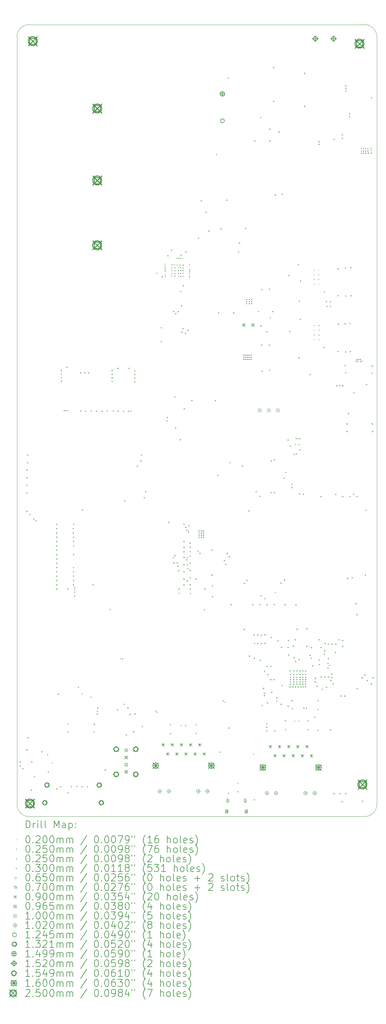
<source format=gbr>
%TF.GenerationSoftware,KiCad,Pcbnew,8.0.6*%
%TF.CreationDate,2025-01-01T18:14:10+00:00*%
%TF.ProjectId,srvant-mk2,73727661-6e74-42d6-9d6b-322e6b696361,rev?*%
%TF.SameCoordinates,Original*%
%TF.FileFunction,Drillmap*%
%TF.FilePolarity,Positive*%
%FSLAX45Y45*%
G04 Gerber Fmt 4.5, Leading zero omitted, Abs format (unit mm)*
G04 Created by KiCad (PCBNEW 8.0.6) date 2025-01-01 18:14:10*
%MOMM*%
%LPD*%
G01*
G04 APERTURE LIST*
%ADD10C,0.100000*%
%ADD11C,0.200000*%
%ADD12C,0.102000*%
%ADD13C,0.124460*%
%ADD14C,0.132080*%
%ADD15C,0.149860*%
%ADD16C,0.152000*%
%ADD17C,0.154940*%
%ADD18C,0.160000*%
%ADD19C,0.250000*%
G04 APERTURE END LIST*
D10*
X-11600000Y-21930000D02*
X-2260000Y-21930000D01*
X-1930000Y-21600000D02*
X-1930000Y-260000D01*
X-11600000Y-21930000D02*
G75*
G02*
X-11930000Y-21600000I0J330000D01*
G01*
X-2260000Y70000D02*
X-11600000Y70000D01*
X-2260000Y70000D02*
G75*
G02*
X-1930000Y-260000I0J-330000D01*
G01*
X-1930000Y-21600000D02*
G75*
G02*
X-2260000Y-21930000I-330000J0D01*
G01*
X-11930000Y-260000D02*
X-11930000Y-21600000D01*
X-11930000Y-260000D02*
G75*
G02*
X-11600000Y70000I330000J0D01*
G01*
D11*
D10*
X-3682000Y-6736250D02*
X-3662000Y-6756250D01*
X-3662000Y-6736250D02*
X-3682000Y-6756250D01*
X-3682000Y-6866250D02*
X-3662000Y-6886250D01*
X-3662000Y-6866250D02*
X-3682000Y-6886250D01*
X-3682000Y-6996250D02*
X-3662000Y-7016250D01*
X-3662000Y-6996250D02*
X-3682000Y-7016250D01*
X-3682000Y-7126250D02*
X-3662000Y-7146250D01*
X-3662000Y-7126250D02*
X-3682000Y-7146250D01*
X-3680000Y-8276250D02*
X-3660000Y-8296250D01*
X-3660000Y-8276250D02*
X-3680000Y-8296250D01*
X-3680000Y-8406250D02*
X-3660000Y-8426250D01*
X-3660000Y-8406250D02*
X-3680000Y-8426250D01*
X-3680000Y-8536250D02*
X-3660000Y-8556250D01*
X-3660000Y-8536250D02*
X-3680000Y-8556250D01*
X-3680000Y-8666250D02*
X-3660000Y-8686250D01*
X-3660000Y-8666250D02*
X-3680000Y-8686250D01*
X-3552000Y-6736250D02*
X-3532000Y-6756250D01*
X-3532000Y-6736250D02*
X-3552000Y-6756250D01*
X-3552000Y-6866250D02*
X-3532000Y-6886250D01*
X-3532000Y-6866250D02*
X-3552000Y-6886250D01*
X-3552000Y-6996250D02*
X-3532000Y-7016250D01*
X-3532000Y-6996250D02*
X-3552000Y-7016250D01*
X-3552000Y-7126250D02*
X-3532000Y-7146250D01*
X-3532000Y-7126250D02*
X-3552000Y-7146250D01*
X-3550000Y-8276250D02*
X-3530000Y-8296250D01*
X-3530000Y-8276250D02*
X-3550000Y-8296250D01*
X-3550000Y-8406250D02*
X-3530000Y-8426250D01*
X-3530000Y-8406250D02*
X-3550000Y-8426250D01*
X-3550000Y-8536250D02*
X-3530000Y-8556250D01*
X-3530000Y-8536250D02*
X-3550000Y-8556250D01*
X-3550000Y-8666250D02*
X-3530000Y-8686250D01*
X-3530000Y-8666250D02*
X-3550000Y-8686250D01*
X-11061900Y-20209200D02*
G75*
G02*
X-11086900Y-20209200I-12500J0D01*
G01*
X-11086900Y-20209200D02*
G75*
G02*
X-11061900Y-20209200I12500J0D01*
G01*
X-11046400Y-20689280D02*
G75*
G02*
X-11071400Y-20689280I-12500J0D01*
G01*
X-11071400Y-20689280D02*
G75*
G02*
X-11046400Y-20689280I12500J0D01*
G01*
X-10934900Y-20442880D02*
G75*
G02*
X-10959900Y-20442880I-12500J0D01*
G01*
X-10959900Y-20442880D02*
G75*
G02*
X-10934900Y-20442880I12500J0D01*
G01*
X-10499170Y-19366660D02*
G75*
G02*
X-10524170Y-19366660I-12500J0D01*
G01*
X-10524170Y-19366660D02*
G75*
G02*
X-10499170Y-19366660I12500J0D01*
G01*
X-10494090Y-19582560D02*
G75*
G02*
X-10519090Y-19582560I-12500J0D01*
G01*
X-10519090Y-19582560D02*
G75*
G02*
X-10494090Y-19582560I12500J0D01*
G01*
X-10317500Y-15642420D02*
G75*
G02*
X-10342500Y-15642420I-12500J0D01*
G01*
X-10342500Y-15642420D02*
G75*
G02*
X-10317500Y-15642420I12500J0D01*
G01*
X-10317500Y-15697580D02*
G75*
G02*
X-10342500Y-15697580I-12500J0D01*
G01*
X-10342500Y-15697580D02*
G75*
G02*
X-10317500Y-15697580I12500J0D01*
G01*
X-10317500Y-15810000D02*
G75*
G02*
X-10342500Y-15810000I-12500J0D01*
G01*
X-10342500Y-15810000D02*
G75*
G02*
X-10317500Y-15810000I12500J0D01*
G01*
X-10100970Y-18520280D02*
G75*
G02*
X-10125970Y-18520280I-12500J0D01*
G01*
X-10125970Y-18520280D02*
G75*
G02*
X-10100970Y-18520280I12500J0D01*
G01*
X-9337500Y-16180000D02*
G75*
G02*
X-9362500Y-16180000I-12500J0D01*
G01*
X-9362500Y-16180000D02*
G75*
G02*
X-9337500Y-16180000I12500J0D01*
G01*
X-9035080Y-17550000D02*
G75*
G02*
X-9060080Y-17550000I-12500J0D01*
G01*
X-9060080Y-17550000D02*
G75*
G02*
X-9035080Y-17550000I12500J0D01*
G01*
X-8979920Y-17550000D02*
G75*
G02*
X-9004920Y-17550000I-12500J0D01*
G01*
X-9004920Y-17550000D02*
G75*
G02*
X-8979920Y-17550000I12500J0D01*
G01*
X-8937500Y-18810000D02*
G75*
G02*
X-8962500Y-18810000I-12500J0D01*
G01*
X-8962500Y-18810000D02*
G75*
G02*
X-8937500Y-18810000I12500J0D01*
G01*
X-8057002Y-19000498D02*
G75*
G02*
X-8082002Y-19000498I-12500J0D01*
G01*
X-8082002Y-19000498D02*
G75*
G02*
X-8057002Y-19000498I12500J0D01*
G01*
X-8017998Y-19039502D02*
G75*
G02*
X-8042998Y-19039502I-12500J0D01*
G01*
X-8042998Y-19039502D02*
G75*
G02*
X-8017998Y-19039502I12500J0D01*
G01*
X-7802150Y-6590670D02*
G75*
G02*
X-7827150Y-6590670I-12500J0D01*
G01*
X-7827150Y-6590670D02*
G75*
G02*
X-7802150Y-6590670I12500J0D01*
G01*
X-7800880Y-6688860D02*
G75*
G02*
X-7825880Y-6688860I-12500J0D01*
G01*
X-7825880Y-6688860D02*
G75*
G02*
X-7800880Y-6688860I12500J0D01*
G01*
X-7798340Y-6640600D02*
G75*
G02*
X-7823340Y-6640600I-12500J0D01*
G01*
X-7823340Y-6640600D02*
G75*
G02*
X-7798340Y-6640600I12500J0D01*
G01*
X-7798340Y-6739660D02*
G75*
G02*
X-7823340Y-6739660I-12500J0D01*
G01*
X-7823340Y-6739660D02*
G75*
G02*
X-7798340Y-6739660I12500J0D01*
G01*
X-7798340Y-6790460D02*
G75*
G02*
X-7823340Y-6790460I-12500J0D01*
G01*
X-7823340Y-6790460D02*
G75*
G02*
X-7798340Y-6790460I12500J0D01*
G01*
X-7798340Y-6889520D02*
G75*
G02*
X-7823340Y-6889520I-12500J0D01*
G01*
X-7823340Y-6889520D02*
G75*
G02*
X-7798340Y-6889520I12500J0D01*
G01*
X-7798340Y-6940320D02*
G75*
G02*
X-7823340Y-6940320I-12500J0D01*
G01*
X-7823340Y-6940320D02*
G75*
G02*
X-7798340Y-6940320I12500J0D01*
G01*
X-7651360Y-19382420D02*
G75*
G02*
X-7676360Y-19382420I-12500J0D01*
G01*
X-7676360Y-19382420D02*
G75*
G02*
X-7651360Y-19382420I12500J0D01*
G01*
X-7612920Y-6683780D02*
G75*
G02*
X-7637920Y-6683780I-12500J0D01*
G01*
X-7637920Y-6683780D02*
G75*
G02*
X-7612920Y-6683780I12500J0D01*
G01*
X-7612920Y-6843800D02*
G75*
G02*
X-7637920Y-6843800I-12500J0D01*
G01*
X-7637920Y-6843800D02*
G75*
G02*
X-7612920Y-6843800I12500J0D01*
G01*
X-7612920Y-6917460D02*
G75*
G02*
X-7637920Y-6917460I-12500J0D01*
G01*
X-7637920Y-6917460D02*
G75*
G02*
X-7612920Y-6917460I12500J0D01*
G01*
X-7610380Y-6605040D02*
G75*
G02*
X-7635380Y-6605040I-12500J0D01*
G01*
X-7635380Y-6605040D02*
G75*
G02*
X-7610380Y-6605040I12500J0D01*
G01*
X-7610380Y-6767600D02*
G75*
G02*
X-7635380Y-6767600I-12500J0D01*
G01*
X-7635380Y-6767600D02*
G75*
G02*
X-7610380Y-6767600I12500J0D01*
G01*
X-7541800Y-6607580D02*
G75*
G02*
X-7566800Y-6607580I-12500J0D01*
G01*
X-7566800Y-6607580D02*
G75*
G02*
X-7541800Y-6607580I12500J0D01*
G01*
X-7521480Y-6770140D02*
G75*
G02*
X-7546480Y-6770140I-12500J0D01*
G01*
X-7546480Y-6770140D02*
G75*
G02*
X-7521480Y-6770140I12500J0D01*
G01*
X-7521480Y-6848880D02*
G75*
G02*
X-7546480Y-6848880I-12500J0D01*
G01*
X-7546480Y-6848880D02*
G75*
G02*
X-7521480Y-6848880I12500J0D01*
G01*
X-7521480Y-6917460D02*
G75*
G02*
X-7546480Y-6917460I-12500J0D01*
G01*
X-7546480Y-6917460D02*
G75*
G02*
X-7521480Y-6917460I12500J0D01*
G01*
X-7518940Y-6686320D02*
G75*
G02*
X-7543940Y-6686320I-12500J0D01*
G01*
X-7543940Y-6686320D02*
G75*
G02*
X-7518940Y-6686320I12500J0D01*
G01*
X-7478300Y-6424700D02*
G75*
G02*
X-7503300Y-6424700I-12500J0D01*
G01*
X-7503300Y-6424700D02*
G75*
G02*
X-7478300Y-6424700I12500J0D01*
G01*
X-7460520Y-6607580D02*
G75*
G02*
X-7485520Y-6607580I-12500J0D01*
G01*
X-7485520Y-6607580D02*
G75*
G02*
X-7460520Y-6607580I12500J0D01*
G01*
X-7430040Y-6767600D02*
G75*
G02*
X-7455040Y-6767600I-12500J0D01*
G01*
X-7455040Y-6767600D02*
G75*
G02*
X-7430040Y-6767600I12500J0D01*
G01*
X-7430040Y-6843800D02*
G75*
G02*
X-7455040Y-6843800I-12500J0D01*
G01*
X-7455040Y-6843800D02*
G75*
G02*
X-7430040Y-6843800I12500J0D01*
G01*
X-7427500Y-6427240D02*
G75*
G02*
X-7452500Y-6427240I-12500J0D01*
G01*
X-7452500Y-6427240D02*
G75*
G02*
X-7427500Y-6427240I12500J0D01*
G01*
X-7427500Y-6686320D02*
G75*
G02*
X-7452500Y-6686320I-12500J0D01*
G01*
X-7452500Y-6686320D02*
G75*
G02*
X-7427500Y-6686320I12500J0D01*
G01*
X-7427500Y-6920000D02*
G75*
G02*
X-7452500Y-6920000I-12500J0D01*
G01*
X-7452500Y-6920000D02*
G75*
G02*
X-7427500Y-6920000I12500J0D01*
G01*
X-7381780Y-6612660D02*
G75*
G02*
X-7406780Y-6612660I-12500J0D01*
G01*
X-7406780Y-6612660D02*
G75*
G02*
X-7381780Y-6612660I12500J0D01*
G01*
X-7379240Y-6429780D02*
G75*
G02*
X-7404240Y-6429780I-12500J0D01*
G01*
X-7404240Y-6429780D02*
G75*
G02*
X-7379240Y-6429780I12500J0D01*
G01*
X-7364000Y-6683780D02*
G75*
G02*
X-7389000Y-6683780I-12500J0D01*
G01*
X-7389000Y-6683780D02*
G75*
G02*
X-7364000Y-6683780I12500J0D01*
G01*
X-7364000Y-6767600D02*
G75*
G02*
X-7389000Y-6767600I-12500J0D01*
G01*
X-7389000Y-6767600D02*
G75*
G02*
X-7364000Y-6767600I12500J0D01*
G01*
X-7364000Y-6841260D02*
G75*
G02*
X-7389000Y-6841260I-12500J0D01*
G01*
X-7389000Y-6841260D02*
G75*
G02*
X-7364000Y-6841260I12500J0D01*
G01*
X-7364000Y-6925080D02*
G75*
G02*
X-7389000Y-6925080I-12500J0D01*
G01*
X-7389000Y-6925080D02*
G75*
G02*
X-7364000Y-6925080I12500J0D01*
G01*
X-7352440Y-19403540D02*
G75*
G02*
X-7377440Y-19403540I-12500J0D01*
G01*
X-7377440Y-19403540D02*
G75*
G02*
X-7352440Y-19403540I12500J0D01*
G01*
X-7325900Y-6429780D02*
G75*
G02*
X-7350900Y-6429780I-12500J0D01*
G01*
X-7350900Y-6429780D02*
G75*
G02*
X-7325900Y-6429780I12500J0D01*
G01*
X-7303040Y-6767600D02*
G75*
G02*
X-7328040Y-6767600I-12500J0D01*
G01*
X-7328040Y-6767600D02*
G75*
G02*
X-7303040Y-6767600I12500J0D01*
G01*
X-7300500Y-6838720D02*
G75*
G02*
X-7325500Y-6838720I-12500J0D01*
G01*
X-7325500Y-6838720D02*
G75*
G02*
X-7300500Y-6838720I12500J0D01*
G01*
X-7300500Y-6920000D02*
G75*
G02*
X-7325500Y-6920000I-12500J0D01*
G01*
X-7325500Y-6920000D02*
G75*
G02*
X-7300500Y-6920000I12500J0D01*
G01*
X-7297960Y-6612660D02*
G75*
G02*
X-7322960Y-6612660I-12500J0D01*
G01*
X-7322960Y-6612660D02*
G75*
G02*
X-7297960Y-6612660I12500J0D01*
G01*
X-7297960Y-6691400D02*
G75*
G02*
X-7322960Y-6691400I-12500J0D01*
G01*
X-7322960Y-6691400D02*
G75*
G02*
X-7297960Y-6691400I12500J0D01*
G01*
X-7230520Y-19406080D02*
G75*
G02*
X-7255520Y-19406080I-12500J0D01*
G01*
X-7255520Y-19406080D02*
G75*
G02*
X-7230520Y-19406080I12500J0D01*
G01*
X-7122700Y-6589800D02*
G75*
G02*
X-7147700Y-6589800I-12500J0D01*
G01*
X-7147700Y-6589800D02*
G75*
G02*
X-7122700Y-6589800I12500J0D01*
G01*
X-7120160Y-6790460D02*
G75*
G02*
X-7145160Y-6790460I-12500J0D01*
G01*
X-7145160Y-6790460D02*
G75*
G02*
X-7120160Y-6790460I12500J0D01*
G01*
X-7120160Y-6838720D02*
G75*
G02*
X-7145160Y-6838720I-12500J0D01*
G01*
X-7145160Y-6838720D02*
G75*
G02*
X-7120160Y-6838720I12500J0D01*
G01*
X-7120160Y-6889520D02*
G75*
G02*
X-7145160Y-6889520I-12500J0D01*
G01*
X-7145160Y-6889520D02*
G75*
G02*
X-7120160Y-6889520I12500J0D01*
G01*
X-7117620Y-6739660D02*
G75*
G02*
X-7142620Y-6739660I-12500J0D01*
G01*
X-7142620Y-6739660D02*
G75*
G02*
X-7117620Y-6739660I12500J0D01*
G01*
X-7117620Y-6940320D02*
G75*
G02*
X-7142620Y-6940320I-12500J0D01*
G01*
X-7142620Y-6940320D02*
G75*
G02*
X-7117620Y-6940320I12500J0D01*
G01*
X-6928260Y-19388300D02*
G75*
G02*
X-6953260Y-19388300I-12500J0D01*
G01*
X-6953260Y-19388300D02*
G75*
G02*
X-6928260Y-19388300I12500J0D01*
G01*
X-6928260Y-19616900D02*
G75*
G02*
X-6953260Y-19616900I-12500J0D01*
G01*
X-6953260Y-19616900D02*
G75*
G02*
X-6928260Y-19616900I12500J0D01*
G01*
X-6274000Y-20142200D02*
G75*
G02*
X-6299000Y-20142200I-12500J0D01*
G01*
X-6299000Y-20142200D02*
G75*
G02*
X-6274000Y-20142200I12500J0D01*
G01*
X-6185178Y-18718907D02*
G75*
G02*
X-6210178Y-18718907I-12500J0D01*
G01*
X-6210178Y-18718907D02*
G75*
G02*
X-6185178Y-18718907I12500J0D01*
G01*
X-6146174Y-18757911D02*
G75*
G02*
X-6171174Y-18757911I-12500J0D01*
G01*
X-6171174Y-18757911D02*
G75*
G02*
X-6146174Y-18757911I12500J0D01*
G01*
X-6033860Y-21287420D02*
G75*
G02*
X-6058860Y-21287420I-12500J0D01*
G01*
X-6058860Y-21287420D02*
G75*
G02*
X-6033860Y-21287420I12500J0D01*
G01*
X-5777320Y-21009140D02*
G75*
G02*
X-5802320Y-21009140I-12500J0D01*
G01*
X-5802320Y-21009140D02*
G75*
G02*
X-5777320Y-21009140I12500J0D01*
G01*
X-5777320Y-21242820D02*
G75*
G02*
X-5802320Y-21242820I-12500J0D01*
G01*
X-5802320Y-21242820D02*
G75*
G02*
X-5777320Y-21242820I12500J0D01*
G01*
X-5340500Y-20197920D02*
G75*
G02*
X-5365500Y-20197920I-12500J0D01*
G01*
X-5365500Y-20197920D02*
G75*
G02*
X-5340500Y-20197920I12500J0D01*
G01*
X-4737500Y-15710000D02*
G75*
G02*
X-4762500Y-15710000I-12500J0D01*
G01*
X-4762500Y-15710000D02*
G75*
G02*
X-4737500Y-15710000I12500J0D01*
G01*
X-4458500Y-19270540D02*
G75*
G02*
X-4483500Y-19270540I-12500J0D01*
G01*
X-4483500Y-19270540D02*
G75*
G02*
X-4458500Y-19270540I12500J0D01*
G01*
X-4458500Y-19519460D02*
G75*
G02*
X-4483500Y-19519460I-12500J0D01*
G01*
X-4483500Y-19519460D02*
G75*
G02*
X-4458500Y-19519460I12500J0D01*
G01*
X-4195260Y-19282700D02*
G75*
G02*
X-4220260Y-19282700I-12500J0D01*
G01*
X-4220260Y-19282700D02*
G75*
G02*
X-4195260Y-19282700I12500J0D01*
G01*
X-4083500Y-19285240D02*
G75*
G02*
X-4108500Y-19285240I-12500J0D01*
G01*
X-4108500Y-19285240D02*
G75*
G02*
X-4083500Y-19285240I12500J0D01*
G01*
X-3824500Y-19279160D02*
G75*
G02*
X-3849500Y-19279160I-12500J0D01*
G01*
X-3849500Y-19279160D02*
G75*
G02*
X-3824500Y-19279160I12500J0D01*
G01*
X-3824500Y-19515380D02*
G75*
G02*
X-3849500Y-19515380I-12500J0D01*
G01*
X-3849500Y-19515380D02*
G75*
G02*
X-3824500Y-19515380I12500J0D01*
G01*
X-4195000Y-11582500D02*
X-4195000Y-11607500D01*
X-4207500Y-11595000D02*
X-4182500Y-11595000D01*
X-4095000Y-11582500D02*
X-4095000Y-11607500D01*
X-4107500Y-11595000D02*
X-4082500Y-11595000D01*
X-11829393Y-20530607D02*
X-11829393Y-20509393D01*
X-11850607Y-20509393D01*
X-11850607Y-20530607D01*
X-11829393Y-20530607D01*
X-11825793Y-20419507D02*
X-11825793Y-20398293D01*
X-11847007Y-20398293D01*
X-11847007Y-20419507D01*
X-11825793Y-20419507D01*
X-11759393Y-20610607D02*
X-11759393Y-20589393D01*
X-11780607Y-20589393D01*
X-11780607Y-20610607D01*
X-11759393Y-20610607D01*
X-11649393Y-13460607D02*
X-11649393Y-13439393D01*
X-11670607Y-13439393D01*
X-11670607Y-13460607D01*
X-11649393Y-13460607D01*
X-11647993Y-20089307D02*
X-11647993Y-20068093D01*
X-11669207Y-20068093D01*
X-11669207Y-20089307D01*
X-11647993Y-20089307D01*
X-11644793Y-12317807D02*
X-11644793Y-12296593D01*
X-11666007Y-12296593D01*
X-11666007Y-12317807D01*
X-11644793Y-12317807D01*
X-11644793Y-12527807D02*
X-11644793Y-12506593D01*
X-11666007Y-12506593D01*
X-11666007Y-12527807D01*
X-11644793Y-12527807D01*
X-11644793Y-12737807D02*
X-11644793Y-12716593D01*
X-11666007Y-12716593D01*
X-11666007Y-12737807D01*
X-11644793Y-12737807D01*
X-11644793Y-12947807D02*
X-11644793Y-12926593D01*
X-11666007Y-12926593D01*
X-11666007Y-12947807D01*
X-11644793Y-12947807D01*
X-11624793Y-11897807D02*
X-11624793Y-11876593D01*
X-11646007Y-11876593D01*
X-11646007Y-11897807D01*
X-11624793Y-11897807D01*
X-11624793Y-12107807D02*
X-11624793Y-12086593D01*
X-11646007Y-12086593D01*
X-11646007Y-12107807D01*
X-11624793Y-12107807D01*
X-11619393Y-19750607D02*
X-11619393Y-19729393D01*
X-11640607Y-19729393D01*
X-11640607Y-19750607D01*
X-11619393Y-19750607D01*
X-11559393Y-13550607D02*
X-11559393Y-13529393D01*
X-11580607Y-13529393D01*
X-11580607Y-13550607D01*
X-11559393Y-13550607D01*
X-11520993Y-21206907D02*
X-11520993Y-21185693D01*
X-11542207Y-21185693D01*
X-11542207Y-21206907D01*
X-11520993Y-21206907D01*
X-11509393Y-20420607D02*
X-11509393Y-20399393D01*
X-11530607Y-20399393D01*
X-11530607Y-20420607D01*
X-11509393Y-20420607D01*
X-11459393Y-13670607D02*
X-11459393Y-13649393D01*
X-11480607Y-13649393D01*
X-11480607Y-13670607D01*
X-11459393Y-13670607D01*
X-11434913Y-20831112D02*
X-11434913Y-20809898D01*
X-11456127Y-20809898D01*
X-11456127Y-20831112D01*
X-11434913Y-20831112D01*
X-11389393Y-13720607D02*
X-11389393Y-13699393D01*
X-11410607Y-13699393D01*
X-11410607Y-13720607D01*
X-11389393Y-13720607D01*
X-11230237Y-20138763D02*
X-11230237Y-20117550D01*
X-11251450Y-20117550D01*
X-11251450Y-20138763D01*
X-11230237Y-20138763D01*
X-10819393Y-13820607D02*
X-10819393Y-13799393D01*
X-10840607Y-13799393D01*
X-10840607Y-13820607D01*
X-10819393Y-13820607D01*
X-10819393Y-13940607D02*
X-10819393Y-13919393D01*
X-10840607Y-13919393D01*
X-10840607Y-13940607D01*
X-10819393Y-13940607D01*
X-10819393Y-14060607D02*
X-10819393Y-14039393D01*
X-10840607Y-14039393D01*
X-10840607Y-14060607D01*
X-10819393Y-14060607D01*
X-10819393Y-14180607D02*
X-10819393Y-14159393D01*
X-10840607Y-14159393D01*
X-10840607Y-14180607D01*
X-10819393Y-14180607D01*
X-10819393Y-14300607D02*
X-10819393Y-14279393D01*
X-10840607Y-14279393D01*
X-10840607Y-14300607D01*
X-10819393Y-14300607D01*
X-10819393Y-14420607D02*
X-10819393Y-14399393D01*
X-10840607Y-14399393D01*
X-10840607Y-14420607D01*
X-10819393Y-14420607D01*
X-10819393Y-14540607D02*
X-10819393Y-14519393D01*
X-10840607Y-14519393D01*
X-10840607Y-14540607D01*
X-10819393Y-14540607D01*
X-10819393Y-14660607D02*
X-10819393Y-14639393D01*
X-10840607Y-14639393D01*
X-10840607Y-14660607D01*
X-10819393Y-14660607D01*
X-10819393Y-14780607D02*
X-10819393Y-14759393D01*
X-10840607Y-14759393D01*
X-10840607Y-14780607D01*
X-10819393Y-14780607D01*
X-10819393Y-14900607D02*
X-10819393Y-14879393D01*
X-10840607Y-14879393D01*
X-10840607Y-14900607D01*
X-10819393Y-14900607D01*
X-10819393Y-15020607D02*
X-10819393Y-14999393D01*
X-10840607Y-14999393D01*
X-10840607Y-15020607D01*
X-10819393Y-15020607D01*
X-10819393Y-15140607D02*
X-10819393Y-15119393D01*
X-10840607Y-15119393D01*
X-10840607Y-15140607D01*
X-10819393Y-15140607D01*
X-10819393Y-15260607D02*
X-10819393Y-15239393D01*
X-10840607Y-15239393D01*
X-10840607Y-15260607D01*
X-10819393Y-15260607D01*
X-10819393Y-15380607D02*
X-10819393Y-15359393D01*
X-10840607Y-15359393D01*
X-10840607Y-15380607D01*
X-10819393Y-15380607D01*
X-10819393Y-15500607D02*
X-10819393Y-15479393D01*
X-10840607Y-15479393D01*
X-10840607Y-15500607D01*
X-10819393Y-15500607D01*
X-10819393Y-15620607D02*
X-10819393Y-15599393D01*
X-10840607Y-15599393D01*
X-10840607Y-15620607D01*
X-10819393Y-15620607D01*
X-10809393Y-21170607D02*
X-10809393Y-21149393D01*
X-10830607Y-21149393D01*
X-10830607Y-21170607D01*
X-10809393Y-21170607D01*
X-10767943Y-18539807D02*
X-10767943Y-18518593D01*
X-10789157Y-18518593D01*
X-10789157Y-18539807D01*
X-10767943Y-18539807D01*
X-10709393Y-21110607D02*
X-10709393Y-21089393D01*
X-10730607Y-21089393D01*
X-10730607Y-21110607D01*
X-10709393Y-21110607D01*
X-10686393Y-9547607D02*
X-10686393Y-9526393D01*
X-10707607Y-9526393D01*
X-10707607Y-9547607D01*
X-10686393Y-9547607D01*
X-10686393Y-9647607D02*
X-10686393Y-9626393D01*
X-10707607Y-9626393D01*
X-10707607Y-9647607D01*
X-10686393Y-9647607D01*
X-10686393Y-9747607D02*
X-10686393Y-9726393D01*
X-10707607Y-9726393D01*
X-10707607Y-9747607D01*
X-10686393Y-9747607D01*
X-10682393Y-9847607D02*
X-10682393Y-9826393D01*
X-10703607Y-9826393D01*
X-10703607Y-9847607D01*
X-10682393Y-9847607D01*
X-10609393Y-10660607D02*
X-10609393Y-10639393D01*
X-10630607Y-10639393D01*
X-10630607Y-10660607D01*
X-10609393Y-10660607D01*
X-10559393Y-10660607D02*
X-10559393Y-10639393D01*
X-10580607Y-10639393D01*
X-10580607Y-10660607D01*
X-10559393Y-10660607D01*
X-10529393Y-9460607D02*
X-10529393Y-9439393D01*
X-10550607Y-9439393D01*
X-10550607Y-9460607D01*
X-10529393Y-9460607D01*
X-10509393Y-10660607D02*
X-10509393Y-10639393D01*
X-10530607Y-10639393D01*
X-10530607Y-10660607D01*
X-10509393Y-10660607D01*
X-10509393Y-15620607D02*
X-10509393Y-15599393D01*
X-10530607Y-15599393D01*
X-10530607Y-15620607D01*
X-10509393Y-15620607D01*
X-10509393Y-21280607D02*
X-10509393Y-21259393D01*
X-10530607Y-21259393D01*
X-10530607Y-21280607D01*
X-10509393Y-21280607D01*
X-10409393Y-21110607D02*
X-10409393Y-21089393D01*
X-10430607Y-21089393D01*
X-10430607Y-21110607D01*
X-10409393Y-21110607D01*
X-10359393Y-13940607D02*
X-10359393Y-13919393D01*
X-10380607Y-13919393D01*
X-10380607Y-13940607D01*
X-10359393Y-13940607D01*
X-10359393Y-14060607D02*
X-10359393Y-14039393D01*
X-10380607Y-14039393D01*
X-10380607Y-14060607D01*
X-10359393Y-14060607D01*
X-10349393Y-13820607D02*
X-10349393Y-13799393D01*
X-10370607Y-13799393D01*
X-10370607Y-13820607D01*
X-10349393Y-13820607D01*
X-10349393Y-14180607D02*
X-10349393Y-14159393D01*
X-10370607Y-14159393D01*
X-10370607Y-14180607D01*
X-10349393Y-14180607D01*
X-10349393Y-14300607D02*
X-10349393Y-14279393D01*
X-10370607Y-14279393D01*
X-10370607Y-14300607D01*
X-10349393Y-14300607D01*
X-10349393Y-14420607D02*
X-10349393Y-14399393D01*
X-10370607Y-14399393D01*
X-10370607Y-14420607D01*
X-10349393Y-14420607D01*
X-10349393Y-14660607D02*
X-10349393Y-14639393D01*
X-10370607Y-14639393D01*
X-10370607Y-14660607D01*
X-10349393Y-14660607D01*
X-10349393Y-15020607D02*
X-10349393Y-14999393D01*
X-10370607Y-14999393D01*
X-10370607Y-15020607D01*
X-10349393Y-15020607D01*
X-10349393Y-15140607D02*
X-10349393Y-15119393D01*
X-10370607Y-15119393D01*
X-10370607Y-15140607D01*
X-10349393Y-15140607D01*
X-10349393Y-15260607D02*
X-10349393Y-15239393D01*
X-10370607Y-15239393D01*
X-10370607Y-15260607D01*
X-10349393Y-15260607D01*
X-10349393Y-15380607D02*
X-10349393Y-15359393D01*
X-10370607Y-15359393D01*
X-10370607Y-15380607D01*
X-10349393Y-15380607D01*
X-10349393Y-15500607D02*
X-10349393Y-15479393D01*
X-10370607Y-15479393D01*
X-10370607Y-15500607D01*
X-10349393Y-15500607D01*
X-10319393Y-15580607D02*
X-10319393Y-15559393D01*
X-10340607Y-15559393D01*
X-10340607Y-15580607D01*
X-10319393Y-15580607D01*
X-10259393Y-21100607D02*
X-10259393Y-21079393D01*
X-10280607Y-21079393D01*
X-10280607Y-21100607D01*
X-10259393Y-21100607D01*
X-10212893Y-18349407D02*
X-10212893Y-18328193D01*
X-10234107Y-18328193D01*
X-10234107Y-18349407D01*
X-10212893Y-18349407D01*
X-10149393Y-9610607D02*
X-10149393Y-9589393D01*
X-10170607Y-9589393D01*
X-10170607Y-9610607D01*
X-10149393Y-9610607D01*
X-10149393Y-10670607D02*
X-10149393Y-10649393D01*
X-10170607Y-10649393D01*
X-10170607Y-10670607D01*
X-10149393Y-10670607D01*
X-10109393Y-13420607D02*
X-10109393Y-13399393D01*
X-10130607Y-13399393D01*
X-10130607Y-13420607D01*
X-10109393Y-13420607D01*
X-10109393Y-21110607D02*
X-10109393Y-21089393D01*
X-10130607Y-21089393D01*
X-10130607Y-21110607D01*
X-10109393Y-21110607D01*
X-10039393Y-9610607D02*
X-10039393Y-9589393D01*
X-10060607Y-9589393D01*
X-10060607Y-9610607D01*
X-10039393Y-9610607D01*
X-10009393Y-10680607D02*
X-10009393Y-10659393D01*
X-10030607Y-10659393D01*
X-10030607Y-10680607D01*
X-10009393Y-10680607D01*
X-9959393Y-21110607D02*
X-9959393Y-21089393D01*
X-9980607Y-21089393D01*
X-9980607Y-21110607D01*
X-9959393Y-21110607D01*
X-9929393Y-9610607D02*
X-9929393Y-9589393D01*
X-9950607Y-9589393D01*
X-9950607Y-9610607D01*
X-9929393Y-9610607D01*
X-9867943Y-18629807D02*
X-9867943Y-18608593D01*
X-9889157Y-18608593D01*
X-9889157Y-18629807D01*
X-9867943Y-18629807D01*
X-9859393Y-10670607D02*
X-9859393Y-10649393D01*
X-9880607Y-10649393D01*
X-9880607Y-10670607D01*
X-9859393Y-10670607D01*
X-9809393Y-15500607D02*
X-9809393Y-15479393D01*
X-9830607Y-15479393D01*
X-9830607Y-15500607D01*
X-9809393Y-15500607D01*
X-9781093Y-19594007D02*
X-9781093Y-19572793D01*
X-9802307Y-19572793D01*
X-9802307Y-19594007D01*
X-9781093Y-19594007D01*
X-9768393Y-19378107D02*
X-9768393Y-19356893D01*
X-9789607Y-19356893D01*
X-9789607Y-19378107D01*
X-9768393Y-19378107D01*
X-9709393Y-10680607D02*
X-9709393Y-10659393D01*
X-9730607Y-10659393D01*
X-9730607Y-10680607D01*
X-9709393Y-10680607D01*
X-9687943Y-19009807D02*
X-9687943Y-18988593D01*
X-9709157Y-18988593D01*
X-9709157Y-19009807D01*
X-9687943Y-19009807D01*
X-9687943Y-19089807D02*
X-9687943Y-19068593D01*
X-9709157Y-19068593D01*
X-9709157Y-19089807D01*
X-9687943Y-19089807D01*
X-9677943Y-18919807D02*
X-9677943Y-18898593D01*
X-9699157Y-18898593D01*
X-9699157Y-18919807D01*
X-9677943Y-18919807D01*
X-9559393Y-10680607D02*
X-9559393Y-10659393D01*
X-9580607Y-10659393D01*
X-9580607Y-10680607D01*
X-9559393Y-10680607D01*
X-9463593Y-20648107D02*
X-9463593Y-20626893D01*
X-9484807Y-20626893D01*
X-9484807Y-20648107D01*
X-9463593Y-20648107D01*
X-9409393Y-10670607D02*
X-9409393Y-10649393D01*
X-9430607Y-10649393D01*
X-9430607Y-10670607D01*
X-9409393Y-10670607D01*
X-9279393Y-9550607D02*
X-9279393Y-9529393D01*
X-9300607Y-9529393D01*
X-9300607Y-9550607D01*
X-9279393Y-9550607D01*
X-9279393Y-9650607D02*
X-9279393Y-9629393D01*
X-9300607Y-9629393D01*
X-9300607Y-9650607D01*
X-9279393Y-9650607D01*
X-9279393Y-9750607D02*
X-9279393Y-9729393D01*
X-9300607Y-9729393D01*
X-9300607Y-9750607D01*
X-9279393Y-9750607D01*
X-9279393Y-9850607D02*
X-9279393Y-9829393D01*
X-9300607Y-9829393D01*
X-9300607Y-9850607D01*
X-9279393Y-9850607D01*
X-9249393Y-10670607D02*
X-9249393Y-10649393D01*
X-9270607Y-10649393D01*
X-9270607Y-10670607D01*
X-9249393Y-10670607D01*
X-9129393Y-18970607D02*
X-9129393Y-18949393D01*
X-9150607Y-18949393D01*
X-9150607Y-18970607D01*
X-9129393Y-18970607D01*
X-9119393Y-9490607D02*
X-9119393Y-9469393D01*
X-9140607Y-9469393D01*
X-9140607Y-9490607D01*
X-9119393Y-9490607D01*
X-9109393Y-10680607D02*
X-9109393Y-10659393D01*
X-9130607Y-10659393D01*
X-9130607Y-10680607D01*
X-9109393Y-10680607D01*
X-8959393Y-10680607D02*
X-8959393Y-10659393D01*
X-8980607Y-10659393D01*
X-8980607Y-10680607D01*
X-8959393Y-10680607D01*
X-8930193Y-13167807D02*
X-8930193Y-13146593D01*
X-8951407Y-13146593D01*
X-8951407Y-13167807D01*
X-8930193Y-13167807D01*
X-8879393Y-19670207D02*
X-8879393Y-19648993D01*
X-8900607Y-19648993D01*
X-8900607Y-19670207D01*
X-8879393Y-19670207D01*
X-8839393Y-18920607D02*
X-8839393Y-18899393D01*
X-8860607Y-18899393D01*
X-8860607Y-18920607D01*
X-8839393Y-18920607D01*
X-8819393Y-10680607D02*
X-8819393Y-10659393D01*
X-8840607Y-10659393D01*
X-8840607Y-10680607D01*
X-8819393Y-10680607D01*
X-8809393Y-9490607D02*
X-8809393Y-9469393D01*
X-8830607Y-9469393D01*
X-8830607Y-9490607D01*
X-8809393Y-9490607D01*
X-8777793Y-19098707D02*
X-8777793Y-19077493D01*
X-8799007Y-19077493D01*
X-8799007Y-19098707D01*
X-8777793Y-19098707D01*
X-8777793Y-19098707D02*
X-8777793Y-19077493D01*
X-8799007Y-19077493D01*
X-8799007Y-19098707D01*
X-8777793Y-19098707D01*
X-8759393Y-10680607D02*
X-8759393Y-10659393D01*
X-8780607Y-10659393D01*
X-8780607Y-10680607D01*
X-8759393Y-10680607D01*
X-8676193Y-19581307D02*
X-8676193Y-19560093D01*
X-8697407Y-19560093D01*
X-8697407Y-19581307D01*
X-8676193Y-19581307D01*
X-8649393Y-9560607D02*
X-8649393Y-9539393D01*
X-8670607Y-9539393D01*
X-8670607Y-9560607D01*
X-8649393Y-9560607D01*
X-8649393Y-9660607D02*
X-8649393Y-9639393D01*
X-8670607Y-9639393D01*
X-8670607Y-9660607D01*
X-8649393Y-9660607D01*
X-8649393Y-9760607D02*
X-8649393Y-9739393D01*
X-8670607Y-9739393D01*
X-8670607Y-9760607D01*
X-8649393Y-9760607D01*
X-8649393Y-9860607D02*
X-8649393Y-9839393D01*
X-8670607Y-9839393D01*
X-8670607Y-9860607D01*
X-8649393Y-9860607D01*
X-8644290Y-19092203D02*
X-8644290Y-19070990D01*
X-8665503Y-19070990D01*
X-8665503Y-19092203D01*
X-8644290Y-19092203D01*
X-8574593Y-12202607D02*
X-8574593Y-12181393D01*
X-8595807Y-12181393D01*
X-8595807Y-12202607D01*
X-8574593Y-12202607D01*
X-8472993Y-12062907D02*
X-8472993Y-12041693D01*
X-8494207Y-12041693D01*
X-8494207Y-12062907D01*
X-8472993Y-12062907D01*
X-8460293Y-11897807D02*
X-8460293Y-11876593D01*
X-8481507Y-11876593D01*
X-8481507Y-11897807D01*
X-8460293Y-11897807D01*
X-8435993Y-19440507D02*
X-8435993Y-19419293D01*
X-8457207Y-19419293D01*
X-8457207Y-19440507D01*
X-8435993Y-19440507D01*
X-8384093Y-13078907D02*
X-8384093Y-13057693D01*
X-8405307Y-13057693D01*
X-8405307Y-13078907D01*
X-8384093Y-13078907D01*
X-8345993Y-12913807D02*
X-8345993Y-12892593D01*
X-8367207Y-12892593D01*
X-8367207Y-12913807D01*
X-8345993Y-12913807D01*
X-8029393Y-6850607D02*
X-8029393Y-6829393D01*
X-8050607Y-6829393D01*
X-8050607Y-6850607D01*
X-8029393Y-6850607D01*
X-7909393Y-8360607D02*
X-7909393Y-8339393D01*
X-7930607Y-8339393D01*
X-7930607Y-8360607D01*
X-7909393Y-8360607D01*
X-7909393Y-8750607D02*
X-7909393Y-8729393D01*
X-7930607Y-8729393D01*
X-7930607Y-8750607D01*
X-7909393Y-8750607D01*
X-7879393Y-6940607D02*
X-7879393Y-6919393D01*
X-7900607Y-6919393D01*
X-7900607Y-6940607D01*
X-7879393Y-6940607D01*
X-7751393Y-10950607D02*
X-7751393Y-10929393D01*
X-7772607Y-10929393D01*
X-7772607Y-10950607D01*
X-7751393Y-10950607D01*
X-7741393Y-10850607D02*
X-7741393Y-10829393D01*
X-7762607Y-10829393D01*
X-7762607Y-10850607D01*
X-7741393Y-10850607D01*
X-7729393Y-6360607D02*
X-7729393Y-6339393D01*
X-7750607Y-6339393D01*
X-7750607Y-6360607D01*
X-7729393Y-6360607D01*
X-7698293Y-13764707D02*
X-7698293Y-13743493D01*
X-7719507Y-13743493D01*
X-7719507Y-13764707D01*
X-7698293Y-13764707D01*
X-7651513Y-19635127D02*
X-7651513Y-19613913D01*
X-7672727Y-19613913D01*
X-7672727Y-19635127D01*
X-7651513Y-19635127D01*
X-7629393Y-6200607D02*
X-7629393Y-6179393D01*
X-7650607Y-6179393D01*
X-7650607Y-6200607D01*
X-7629393Y-6200607D01*
X-7571293Y-14742607D02*
X-7571293Y-14721393D01*
X-7592507Y-14721393D01*
X-7592507Y-14742607D01*
X-7571293Y-14742607D01*
X-7569393Y-7910607D02*
X-7569393Y-7889393D01*
X-7590607Y-7889393D01*
X-7590607Y-7910607D01*
X-7569393Y-7910607D01*
X-7558593Y-14890607D02*
X-7558593Y-14869393D01*
X-7579807Y-14869393D01*
X-7579807Y-14890607D01*
X-7558593Y-14890607D01*
X-7533193Y-14691807D02*
X-7533193Y-14670593D01*
X-7554407Y-14670593D01*
X-7554407Y-14691807D01*
X-7533193Y-14691807D01*
X-7531393Y-10280607D02*
X-7531393Y-10259393D01*
X-7552607Y-10259393D01*
X-7552607Y-10280607D01*
X-7531393Y-10280607D01*
X-7511393Y-11140607D02*
X-7511393Y-11119393D01*
X-7532607Y-11119393D01*
X-7532607Y-11140607D01*
X-7511393Y-11140607D01*
X-7509393Y-7970607D02*
X-7509393Y-7949393D01*
X-7530607Y-7949393D01*
X-7530607Y-7970607D01*
X-7509393Y-7970607D01*
X-7469393Y-14890607D02*
X-7469393Y-14869393D01*
X-7490607Y-14869393D01*
X-7490607Y-14890607D01*
X-7469393Y-14890607D01*
X-7444293Y-14983907D02*
X-7444293Y-14962693D01*
X-7465507Y-14962693D01*
X-7465507Y-14983907D01*
X-7444293Y-14983907D01*
X-7439393Y-7910607D02*
X-7439393Y-7889393D01*
X-7460607Y-7889393D01*
X-7460607Y-7910607D01*
X-7439393Y-7910607D01*
X-7431593Y-15110907D02*
X-7431593Y-15089693D01*
X-7452807Y-15089693D01*
X-7452807Y-15110907D01*
X-7431593Y-15110907D01*
X-7419393Y-15620607D02*
X-7419393Y-15599393D01*
X-7440607Y-15599393D01*
X-7440607Y-15620607D01*
X-7419393Y-15620607D01*
X-7419393Y-15740607D02*
X-7419393Y-15719393D01*
X-7440607Y-15719393D01*
X-7440607Y-15740607D01*
X-7419393Y-15740607D01*
X-7381393Y-11470607D02*
X-7381393Y-11449393D01*
X-7402607Y-11449393D01*
X-7402607Y-11470607D01*
X-7381393Y-11470607D01*
X-7369393Y-7350607D02*
X-7369393Y-7329393D01*
X-7390607Y-7329393D01*
X-7390607Y-7350607D01*
X-7369393Y-7350607D01*
X-7359393Y-6340607D02*
X-7359393Y-6319393D01*
X-7380607Y-6319393D01*
X-7380607Y-6340607D01*
X-7359393Y-6340607D01*
X-7349393Y-7750607D02*
X-7349393Y-7729393D01*
X-7370607Y-7729393D01*
X-7370607Y-7750607D01*
X-7349393Y-7750607D01*
X-7339393Y-8480607D02*
X-7339393Y-8459393D01*
X-7360607Y-8459393D01*
X-7360607Y-8480607D01*
X-7339393Y-8480607D01*
X-7309393Y-8380607D02*
X-7309393Y-8359393D01*
X-7330607Y-8359393D01*
X-7330607Y-8380607D01*
X-7309393Y-8380607D01*
X-7299393Y-7190607D02*
X-7299393Y-7169393D01*
X-7320607Y-7169393D01*
X-7320607Y-7190607D01*
X-7299393Y-7190607D01*
X-7279393Y-13820607D02*
X-7279393Y-13799393D01*
X-7300607Y-13799393D01*
X-7300607Y-13820607D01*
X-7279393Y-13820607D01*
X-7279393Y-14300607D02*
X-7279393Y-14279393D01*
X-7300607Y-14279393D01*
X-7300607Y-14300607D01*
X-7279393Y-14300607D01*
X-7279393Y-14460607D02*
X-7279393Y-14439393D01*
X-7300607Y-14439393D01*
X-7300607Y-14460607D01*
X-7279393Y-14460607D01*
X-7279393Y-14580607D02*
X-7279393Y-14559393D01*
X-7300607Y-14559393D01*
X-7300607Y-14580607D01*
X-7279393Y-14580607D01*
X-7279393Y-14740607D02*
X-7279393Y-14719393D01*
X-7300607Y-14719393D01*
X-7300607Y-14740607D01*
X-7279393Y-14740607D01*
X-7279393Y-14940607D02*
X-7279393Y-14919393D01*
X-7300607Y-14919393D01*
X-7300607Y-14940607D01*
X-7279393Y-14940607D01*
X-7279393Y-15140607D02*
X-7279393Y-15119393D01*
X-7300607Y-15119393D01*
X-7300607Y-15140607D01*
X-7279393Y-15140607D01*
X-7279393Y-15340607D02*
X-7279393Y-15319393D01*
X-7300607Y-15319393D01*
X-7300607Y-15340607D01*
X-7279393Y-15340607D01*
X-7279393Y-15500607D02*
X-7279393Y-15479393D01*
X-7300607Y-15479393D01*
X-7300607Y-15500607D01*
X-7279393Y-15500607D01*
X-7271393Y-10610607D02*
X-7271393Y-10589393D01*
X-7292607Y-10589393D01*
X-7292607Y-10610607D01*
X-7271393Y-10610607D01*
X-7239393Y-8510607D02*
X-7239393Y-8489393D01*
X-7260607Y-8489393D01*
X-7260607Y-8510607D01*
X-7239393Y-8510607D01*
X-7228393Y-13904407D02*
X-7228393Y-13883193D01*
X-7249607Y-13883193D01*
X-7249607Y-13904407D01*
X-7228393Y-13904407D01*
X-7226917Y-6253083D02*
X-7226917Y-6231870D01*
X-7248130Y-6231870D01*
X-7248130Y-6253083D01*
X-7226917Y-6253083D01*
X-7202993Y-13980607D02*
X-7202993Y-13959393D01*
X-7224207Y-13959393D01*
X-7224207Y-13980607D01*
X-7202993Y-13980607D01*
X-7202993Y-14806107D02*
X-7202993Y-14784893D01*
X-7224207Y-14784893D01*
X-7224207Y-14806107D01*
X-7202993Y-14806107D01*
X-7190293Y-14742607D02*
X-7190293Y-14721393D01*
X-7211507Y-14721393D01*
X-7211507Y-14742607D01*
X-7190293Y-14742607D01*
X-7190293Y-14945807D02*
X-7190293Y-14924593D01*
X-7211507Y-14924593D01*
X-7211507Y-14945807D01*
X-7190293Y-14945807D01*
X-7190293Y-15390307D02*
X-7190293Y-15369093D01*
X-7211507Y-15369093D01*
X-7211507Y-15390307D01*
X-7190293Y-15390307D01*
X-7169393Y-8430607D02*
X-7169393Y-8409393D01*
X-7190607Y-8409393D01*
X-7190607Y-8430607D01*
X-7169393Y-8430607D01*
X-7164893Y-15047407D02*
X-7164893Y-15026193D01*
X-7186107Y-15026193D01*
X-7186107Y-15047407D01*
X-7164893Y-15047407D01*
X-7152193Y-14031407D02*
X-7152193Y-14010193D01*
X-7173407Y-14010193D01*
X-7173407Y-14031407D01*
X-7152193Y-14031407D01*
X-7139393Y-13860607D02*
X-7139393Y-13839393D01*
X-7160607Y-13839393D01*
X-7160607Y-13860607D01*
X-7139393Y-13860607D01*
X-7109393Y-14340607D02*
X-7109393Y-14319393D01*
X-7130607Y-14319393D01*
X-7130607Y-14340607D01*
X-7109393Y-14340607D01*
X-7109393Y-15100607D02*
X-7109393Y-15079393D01*
X-7130607Y-15079393D01*
X-7130607Y-15100607D01*
X-7109393Y-15100607D01*
X-7107393Y-14460607D02*
X-7107393Y-14439393D01*
X-7128607Y-14439393D01*
X-7128607Y-14460607D01*
X-7107393Y-14460607D01*
X-7107393Y-14580607D02*
X-7107393Y-14559393D01*
X-7128607Y-14559393D01*
X-7128607Y-14580607D01*
X-7107393Y-14580607D01*
X-7107393Y-14700607D02*
X-7107393Y-14679393D01*
X-7128607Y-14679393D01*
X-7128607Y-14700607D01*
X-7107393Y-14700607D01*
X-7107393Y-14900607D02*
X-7107393Y-14879393D01*
X-7128607Y-14879393D01*
X-7128607Y-14900607D01*
X-7107393Y-14900607D01*
X-7107393Y-15300607D02*
X-7107393Y-15279393D01*
X-7128607Y-15279393D01*
X-7128607Y-15300607D01*
X-7107393Y-15300607D01*
X-7107393Y-15500607D02*
X-7107393Y-15479393D01*
X-7128607Y-15479393D01*
X-7128607Y-15500607D01*
X-7107393Y-15500607D01*
X-7107393Y-15620607D02*
X-7107393Y-15599393D01*
X-7128607Y-15599393D01*
X-7128607Y-15620607D01*
X-7107393Y-15620607D01*
X-7097393Y-15740607D02*
X-7097393Y-15719393D01*
X-7118607Y-15719393D01*
X-7118607Y-15740607D01*
X-7097393Y-15740607D01*
X-7059393Y-10380607D02*
X-7059393Y-10359393D01*
X-7080607Y-10359393D01*
X-7080607Y-10380607D01*
X-7059393Y-10380607D01*
X-6948993Y-15339507D02*
X-6948993Y-15318293D01*
X-6970207Y-15318293D01*
X-6970207Y-15339507D01*
X-6948993Y-15339507D01*
X-6885493Y-14564807D02*
X-6885493Y-14543593D01*
X-6906707Y-14543593D01*
X-6906707Y-14564807D01*
X-6885493Y-14564807D01*
X-6878393Y-5865307D02*
X-6878393Y-5844093D01*
X-6899607Y-5844093D01*
X-6899607Y-5865307D01*
X-6878393Y-5865307D01*
X-6859393Y-14000607D02*
X-6859393Y-13979393D01*
X-6880607Y-13979393D01*
X-6880607Y-14000607D01*
X-6859393Y-14000607D01*
X-6859393Y-14056107D02*
X-6859393Y-14034893D01*
X-6880607Y-14034893D01*
X-6880607Y-14056107D01*
X-6859393Y-14056107D01*
X-6859393Y-14120607D02*
X-6859393Y-14099393D01*
X-6880607Y-14099393D01*
X-6880607Y-14120607D01*
X-6859393Y-14120607D01*
X-6859393Y-14180607D02*
X-6859393Y-14159393D01*
X-6880607Y-14159393D01*
X-6880607Y-14180607D01*
X-6859393Y-14180607D01*
X-6834693Y-14628307D02*
X-6834693Y-14607093D01*
X-6855907Y-14607093D01*
X-6855907Y-14628307D01*
X-6834693Y-14628307D01*
X-6799893Y-4834607D02*
X-6799893Y-4813393D01*
X-6821107Y-4813393D01*
X-6821107Y-4834607D01*
X-6799893Y-4834607D01*
X-6799393Y-14000607D02*
X-6799393Y-13979393D01*
X-6820607Y-13979393D01*
X-6820607Y-14000607D01*
X-6799393Y-14000607D01*
X-6799393Y-14060607D02*
X-6799393Y-14039393D01*
X-6820607Y-14039393D01*
X-6820607Y-14060607D01*
X-6799393Y-14060607D01*
X-6799393Y-14120607D02*
X-6799393Y-14099393D01*
X-6820607Y-14099393D01*
X-6820607Y-14120607D01*
X-6799393Y-14120607D01*
X-6799393Y-14180607D02*
X-6799393Y-14159393D01*
X-6820607Y-14159393D01*
X-6820607Y-14180607D01*
X-6799393Y-14180607D01*
X-6739393Y-14000607D02*
X-6739393Y-13979393D01*
X-6760607Y-13979393D01*
X-6760607Y-14000607D01*
X-6739393Y-14000607D01*
X-6739393Y-14060607D02*
X-6739393Y-14039393D01*
X-6760607Y-14039393D01*
X-6760607Y-14060607D01*
X-6739393Y-14060607D01*
X-6739393Y-14120607D02*
X-6739393Y-14099393D01*
X-6760607Y-14099393D01*
X-6760607Y-14120607D01*
X-6739393Y-14120607D01*
X-6739393Y-14180607D02*
X-6739393Y-14159393D01*
X-6760607Y-14159393D01*
X-6760607Y-14180607D01*
X-6739393Y-14180607D01*
X-6707693Y-16190407D02*
X-6707693Y-16169193D01*
X-6728907Y-16169193D01*
X-6728907Y-16190407D01*
X-6707693Y-16190407D01*
X-6694993Y-15618907D02*
X-6694993Y-15597693D01*
X-6716207Y-15597693D01*
X-6716207Y-15618907D01*
X-6694993Y-15618907D01*
X-6669393Y-5150607D02*
X-6669393Y-5129393D01*
X-6690607Y-5129393D01*
X-6690607Y-5150607D01*
X-6669393Y-5150607D01*
X-6589393Y-5670607D02*
X-6589393Y-5649393D01*
X-6610607Y-5649393D01*
X-6610607Y-5670607D01*
X-6589393Y-5670607D01*
X-6499393Y-14530607D02*
X-6499393Y-14509393D01*
X-6520607Y-14509393D01*
X-6520607Y-14530607D01*
X-6499393Y-14530607D01*
X-6499393Y-15230607D02*
X-6499393Y-15209393D01*
X-6520607Y-15209393D01*
X-6520607Y-15230607D01*
X-6499393Y-15230607D01*
X-6489393Y-15530607D02*
X-6489393Y-15509393D01*
X-6510607Y-15509393D01*
X-6510607Y-15530607D01*
X-6489393Y-15530607D01*
X-6489393Y-15830607D02*
X-6489393Y-15809393D01*
X-6510607Y-15809393D01*
X-6510607Y-15830607D01*
X-6489393Y-15830607D01*
X-6409393Y-10380607D02*
X-6409393Y-10359393D01*
X-6430607Y-10359393D01*
X-6430607Y-10380607D01*
X-6409393Y-10380607D01*
X-6379393Y-3550607D02*
X-6379393Y-3529393D01*
X-6400607Y-3529393D01*
X-6400607Y-3550607D01*
X-6379393Y-3550607D01*
X-6339393Y-12456607D02*
X-6339393Y-12435393D01*
X-6360607Y-12435393D01*
X-6360607Y-12456607D01*
X-6339393Y-12456607D01*
X-6319393Y-7950607D02*
X-6319393Y-7929393D01*
X-6340607Y-7929393D01*
X-6340607Y-7950607D01*
X-6319393Y-7950607D01*
X-6249393Y-5610607D02*
X-6249393Y-5589393D01*
X-6270607Y-5589393D01*
X-6270607Y-5610607D01*
X-6249393Y-5610607D01*
X-6159393Y-14830607D02*
X-6159393Y-14809393D01*
X-6180607Y-14809393D01*
X-6180607Y-14830607D01*
X-6159393Y-14830607D01*
X-6119393Y-14930607D02*
X-6119393Y-14909393D01*
X-6140607Y-14909393D01*
X-6140607Y-14930607D01*
X-6119393Y-14930607D01*
X-6089893Y-4816747D02*
X-6089893Y-4795533D01*
X-6111107Y-4795533D01*
X-6111107Y-4816747D01*
X-6089893Y-4816747D01*
X-6079393Y-14630607D02*
X-6079393Y-14609393D01*
X-6100607Y-14609393D01*
X-6100607Y-14630607D01*
X-6079393Y-14630607D01*
X-6047293Y-1420307D02*
X-6047293Y-1399093D01*
X-6068507Y-1399093D01*
X-6068507Y-1420307D01*
X-6047293Y-1420307D01*
X-6034593Y-19479707D02*
X-6034593Y-19458493D01*
X-6055807Y-19458493D01*
X-6055807Y-19479707D01*
X-6034593Y-19479707D01*
X-6019393Y-14720607D02*
X-6019393Y-14699393D01*
X-6040607Y-14699393D01*
X-6040607Y-14720607D01*
X-6019393Y-14720607D01*
X-5999393Y-12110607D02*
X-5999393Y-12089393D01*
X-6020607Y-12089393D01*
X-6020607Y-12110607D01*
X-5999393Y-12110607D01*
X-5969393Y-16050607D02*
X-5969393Y-16029393D01*
X-5990607Y-16029393D01*
X-5990607Y-16050607D01*
X-5969393Y-16050607D01*
X-5899393Y-7950607D02*
X-5899393Y-7929393D01*
X-5920607Y-7929393D01*
X-5920607Y-7950607D01*
X-5899393Y-7950607D01*
X-5759393Y-6260607D02*
X-5759393Y-6239393D01*
X-5780607Y-6239393D01*
X-5780607Y-6260607D01*
X-5759393Y-6260607D01*
X-5739393Y-6010607D02*
X-5739393Y-5989393D01*
X-5760607Y-5989393D01*
X-5760607Y-6010607D01*
X-5739393Y-6010607D01*
X-5653593Y-12202607D02*
X-5653593Y-12181393D01*
X-5674807Y-12181393D01*
X-5674807Y-12202607D01*
X-5653593Y-12202607D01*
X-5619894Y-9180607D02*
X-5619894Y-9159393D01*
X-5641107Y-9159393D01*
X-5641107Y-9180607D01*
X-5619894Y-9180607D01*
X-5619894Y-9240607D02*
X-5619894Y-9219393D01*
X-5641107Y-9219393D01*
X-5641107Y-9240607D01*
X-5619894Y-9240607D01*
X-5619393Y-9120607D02*
X-5619393Y-9099393D01*
X-5640607Y-9099393D01*
X-5640607Y-9120607D01*
X-5619393Y-9120607D01*
X-5602793Y-15453807D02*
X-5602793Y-15432593D01*
X-5624007Y-15432593D01*
X-5624007Y-15453807D01*
X-5602793Y-15453807D01*
X-5602793Y-16736507D02*
X-5602793Y-16715293D01*
X-5624007Y-16715293D01*
X-5624007Y-16736507D01*
X-5602793Y-16736507D01*
X-5569393Y-5600607D02*
X-5569393Y-5579393D01*
X-5590607Y-5579393D01*
X-5590607Y-5600607D01*
X-5569393Y-5600607D01*
X-5569393Y-9120607D02*
X-5569393Y-9099393D01*
X-5590607Y-9099393D01*
X-5590607Y-9120607D01*
X-5569393Y-9120607D01*
X-5569393Y-9180607D02*
X-5569393Y-9159393D01*
X-5590607Y-9159393D01*
X-5590607Y-9180607D01*
X-5569393Y-9180607D01*
X-5569393Y-9240607D02*
X-5569393Y-9219393D01*
X-5590607Y-9219393D01*
X-5590607Y-9240607D01*
X-5569393Y-9240607D01*
X-5539393Y-7570607D02*
X-5539393Y-7549393D01*
X-5560607Y-7549393D01*
X-5560607Y-7570607D01*
X-5539393Y-7570607D01*
X-5539393Y-7630607D02*
X-5539393Y-7609393D01*
X-5560607Y-7609393D01*
X-5560607Y-7630607D01*
X-5539393Y-7630607D01*
X-5539393Y-7690607D02*
X-5539393Y-7669393D01*
X-5560607Y-7669393D01*
X-5560607Y-7690607D01*
X-5539393Y-7690607D01*
X-5526593Y-15377607D02*
X-5526593Y-15356393D01*
X-5547807Y-15356393D01*
X-5547807Y-15377607D01*
X-5526593Y-15377607D01*
X-5519393Y-9120607D02*
X-5519393Y-9099393D01*
X-5540607Y-9099393D01*
X-5540607Y-9120607D01*
X-5519393Y-9120607D01*
X-5519393Y-9180607D02*
X-5519393Y-9159393D01*
X-5540607Y-9159393D01*
X-5540607Y-9180607D01*
X-5519393Y-9180607D01*
X-5519393Y-9240607D02*
X-5519393Y-9219393D01*
X-5540607Y-9219393D01*
X-5540607Y-9240607D01*
X-5519393Y-9240607D01*
X-5475793Y-13447207D02*
X-5475793Y-13425993D01*
X-5497007Y-13425993D01*
X-5497007Y-13447207D01*
X-5475793Y-13447207D01*
X-5469393Y-9120607D02*
X-5469393Y-9099393D01*
X-5490607Y-9099393D01*
X-5490607Y-9120607D01*
X-5469393Y-9120607D01*
X-5469393Y-9180607D02*
X-5469393Y-9159393D01*
X-5490607Y-9159393D01*
X-5490607Y-9180607D01*
X-5469393Y-9180607D01*
X-5469393Y-9240607D02*
X-5469393Y-9219393D01*
X-5490607Y-9219393D01*
X-5490607Y-9240607D01*
X-5469393Y-9240607D01*
X-5464393Y-7570607D02*
X-5464393Y-7549393D01*
X-5485607Y-7549393D01*
X-5485607Y-7570607D01*
X-5464393Y-7570607D01*
X-5464393Y-7630607D02*
X-5464393Y-7609393D01*
X-5485607Y-7609393D01*
X-5485607Y-7630607D01*
X-5464393Y-7630607D01*
X-5459393Y-7690607D02*
X-5459393Y-7669393D01*
X-5480607Y-7669393D01*
X-5480607Y-7690607D01*
X-5459393Y-7690607D01*
X-5459393Y-17480607D02*
X-5459393Y-17459393D01*
X-5480607Y-17459393D01*
X-5480607Y-17480607D01*
X-5459393Y-17480607D01*
X-5419393Y-9120607D02*
X-5419393Y-9099393D01*
X-5440607Y-9099393D01*
X-5440607Y-9120607D01*
X-5419393Y-9120607D01*
X-5419393Y-9180607D02*
X-5419393Y-9159393D01*
X-5440607Y-9159393D01*
X-5440607Y-9180607D01*
X-5419393Y-9180607D01*
X-5418893Y-9240607D02*
X-5418893Y-9219393D01*
X-5440106Y-9219393D01*
X-5440106Y-9240607D01*
X-5418893Y-9240607D01*
X-5399393Y-7570607D02*
X-5399393Y-7549393D01*
X-5420607Y-7549393D01*
X-5420607Y-7570607D01*
X-5399393Y-7570607D01*
X-5399393Y-7630607D02*
X-5399393Y-7609393D01*
X-5420607Y-7609393D01*
X-5420607Y-7630607D01*
X-5399393Y-7630607D01*
X-5399393Y-7690607D02*
X-5399393Y-7669393D01*
X-5420607Y-7669393D01*
X-5420607Y-7690607D01*
X-5399393Y-7690607D01*
X-5369393Y-16050607D02*
X-5369393Y-16029393D01*
X-5390607Y-16029393D01*
X-5390607Y-16050607D01*
X-5369393Y-16050607D01*
X-5329393Y-16890607D02*
X-5329393Y-16869393D01*
X-5350607Y-16869393D01*
X-5350607Y-16890607D01*
X-5329393Y-16890607D01*
X-5329393Y-17540607D02*
X-5329393Y-17519393D01*
X-5350607Y-17519393D01*
X-5350607Y-17540607D01*
X-5329393Y-17540607D01*
X-5323393Y-21473607D02*
X-5323393Y-21452393D01*
X-5344607Y-21452393D01*
X-5344607Y-21473607D01*
X-5323393Y-21473607D01*
X-5319393Y-17130607D02*
X-5319393Y-17109393D01*
X-5340607Y-17109393D01*
X-5340607Y-17130607D01*
X-5319393Y-17130607D01*
X-5310693Y-3172907D02*
X-5310693Y-3151693D01*
X-5331907Y-3151693D01*
X-5331907Y-3172907D01*
X-5310693Y-3172907D01*
X-5272593Y-12913807D02*
X-5272593Y-12892593D01*
X-5293807Y-12892593D01*
X-5293807Y-12913807D01*
X-5272593Y-12913807D01*
X-5229393Y-16890607D02*
X-5229393Y-16869393D01*
X-5250607Y-16869393D01*
X-5250607Y-16890607D01*
X-5229393Y-16890607D01*
X-5229393Y-17130607D02*
X-5229393Y-17109393D01*
X-5250607Y-17109393D01*
X-5250607Y-17130607D01*
X-5229393Y-17130607D01*
X-5209093Y-7910007D02*
X-5209093Y-7888793D01*
X-5230307Y-7888793D01*
X-5230307Y-7910007D01*
X-5209093Y-7910007D01*
X-5169393Y-13040607D02*
X-5169393Y-13019393D01*
X-5190607Y-13019393D01*
X-5190607Y-13040607D01*
X-5169393Y-13040607D01*
X-5169393Y-16050607D02*
X-5169393Y-16029393D01*
X-5190607Y-16029393D01*
X-5190607Y-16050607D01*
X-5169393Y-16050607D01*
X-5158293Y-17600107D02*
X-5158293Y-17578893D01*
X-5179507Y-17578893D01*
X-5179507Y-17600107D01*
X-5158293Y-17600107D01*
X-5151693Y-2519107D02*
X-5151693Y-2497893D01*
X-5172907Y-2497893D01*
X-5172907Y-2519107D01*
X-5151693Y-2519107D01*
X-5139393Y-8310607D02*
X-5139393Y-8289393D01*
X-5160607Y-8289393D01*
X-5160607Y-8310607D01*
X-5139393Y-8310607D01*
X-5139393Y-15800607D02*
X-5139393Y-15779393D01*
X-5160607Y-15779393D01*
X-5160607Y-15800607D01*
X-5139393Y-15800607D01*
X-5129393Y-16900607D02*
X-5129393Y-16879393D01*
X-5150607Y-16879393D01*
X-5150607Y-16900607D01*
X-5129393Y-16900607D01*
X-5129393Y-17130607D02*
X-5129393Y-17109393D01*
X-5150607Y-17109393D01*
X-5150607Y-17130607D01*
X-5129393Y-17130607D01*
X-5120193Y-7300407D02*
X-5120193Y-7279193D01*
X-5141407Y-7279193D01*
X-5141407Y-7300407D01*
X-5120193Y-7300407D01*
X-5119393Y-8840607D02*
X-5119393Y-8819393D01*
X-5140607Y-8819393D01*
X-5140607Y-8840607D01*
X-5119393Y-8840607D01*
X-5109393Y-18850607D02*
X-5109393Y-18829393D01*
X-5130607Y-18829393D01*
X-5130607Y-18850607D01*
X-5109393Y-18850607D01*
X-5107493Y-9561007D02*
X-5107493Y-9539793D01*
X-5128707Y-9539793D01*
X-5128707Y-9561007D01*
X-5107493Y-9561007D01*
X-5069393Y-18380607D02*
X-5069393Y-18359393D01*
X-5090607Y-18359393D01*
X-5090607Y-18380607D01*
X-5069393Y-18380607D01*
X-5043993Y-18514507D02*
X-5043993Y-18493293D01*
X-5065207Y-18493293D01*
X-5065207Y-18514507D01*
X-5043993Y-18514507D01*
X-5043993Y-18578007D02*
X-5043993Y-18556793D01*
X-5065207Y-18556793D01*
X-5065207Y-18578007D01*
X-5043993Y-18578007D01*
X-5039393Y-17900607D02*
X-5039393Y-17879393D01*
X-5060607Y-17879393D01*
X-5060607Y-17900607D01*
X-5039393Y-17900607D01*
X-5031293Y-15885607D02*
X-5031293Y-15864393D01*
X-5052507Y-15864393D01*
X-5052507Y-15885607D01*
X-5031293Y-15885607D01*
X-5029393Y-16890607D02*
X-5029393Y-16869393D01*
X-5050607Y-16869393D01*
X-5050607Y-16890607D01*
X-5029393Y-16890607D01*
X-5029393Y-17120607D02*
X-5029393Y-17099393D01*
X-5050607Y-17099393D01*
X-5050607Y-17120607D01*
X-5029393Y-17120607D01*
X-4980493Y-19365407D02*
X-4980493Y-19344193D01*
X-5001707Y-19344193D01*
X-5001707Y-19365407D01*
X-4980493Y-19365407D01*
X-4980493Y-19454307D02*
X-4980493Y-19433093D01*
X-5001707Y-19433093D01*
X-5001707Y-19454307D01*
X-4980493Y-19454307D01*
X-4980493Y-19555907D02*
X-4980493Y-19534693D01*
X-5001707Y-19534693D01*
X-5001707Y-19555907D01*
X-4980493Y-19555907D01*
X-4979393Y-8470607D02*
X-4979393Y-8449393D01*
X-5000607Y-8449393D01*
X-5000607Y-8470607D01*
X-4979393Y-8470607D01*
X-4969393Y-16050607D02*
X-4969393Y-16029393D01*
X-4990607Y-16029393D01*
X-4990607Y-16050607D01*
X-4969393Y-16050607D01*
X-4967793Y-17765207D02*
X-4967793Y-17743993D01*
X-4989007Y-17743993D01*
X-4989007Y-17765207D01*
X-4967793Y-17765207D01*
X-4959393Y-18780607D02*
X-4959393Y-18759393D01*
X-4980607Y-18759393D01*
X-4980607Y-18780607D01*
X-4959393Y-18780607D01*
X-4949393Y-17992607D02*
X-4949393Y-17971393D01*
X-4970607Y-17971393D01*
X-4970607Y-17992607D01*
X-4949393Y-17992607D01*
X-4909393Y-8840607D02*
X-4909393Y-8819393D01*
X-4930607Y-8819393D01*
X-4930607Y-8840607D01*
X-4909393Y-8840607D01*
X-4904293Y-7287707D02*
X-4904293Y-7266493D01*
X-4925507Y-7266493D01*
X-4925507Y-7287707D01*
X-4904293Y-7287707D01*
X-4904293Y-9535607D02*
X-4904293Y-9514393D01*
X-4925507Y-9514393D01*
X-4925507Y-9535607D01*
X-4904293Y-9535607D01*
X-4891593Y-2842707D02*
X-4891593Y-2821493D01*
X-4912807Y-2821493D01*
X-4912807Y-2842707D01*
X-4891593Y-2842707D01*
X-4891593Y-3172907D02*
X-4891593Y-3151693D01*
X-4912807Y-3151693D01*
X-4912807Y-3172907D01*
X-4891593Y-3172907D01*
X-4879393Y-8080607D02*
X-4879393Y-8059393D01*
X-4900607Y-8059393D01*
X-4900607Y-8080607D01*
X-4879393Y-8080607D01*
X-4866193Y-17765207D02*
X-4866193Y-17743993D01*
X-4887407Y-17743993D01*
X-4887407Y-17765207D01*
X-4866193Y-17765207D01*
X-4866193Y-18133507D02*
X-4866193Y-18112293D01*
X-4887407Y-18112293D01*
X-4887407Y-18133507D01*
X-4866193Y-18133507D01*
X-4853493Y-12062907D02*
X-4853493Y-12041693D01*
X-4874707Y-12041693D01*
X-4874707Y-12062907D01*
X-4853493Y-12062907D01*
X-4853493Y-12939207D02*
X-4853493Y-12917993D01*
X-4874707Y-12917993D01*
X-4874707Y-12939207D01*
X-4853493Y-12939207D01*
X-4853493Y-16965107D02*
X-4853493Y-16943893D01*
X-4874707Y-16943893D01*
X-4874707Y-16965107D01*
X-4853493Y-16965107D01*
X-4840793Y-18489107D02*
X-4840793Y-18467893D01*
X-4862007Y-18467893D01*
X-4862007Y-18489107D01*
X-4840793Y-18489107D01*
X-4815393Y-7910007D02*
X-4815393Y-7888793D01*
X-4836607Y-7888793D01*
X-4836607Y-7910007D01*
X-4815393Y-7910007D01*
X-4789993Y-1128207D02*
X-4789993Y-1106993D01*
X-4811207Y-1106993D01*
X-4811207Y-1128207D01*
X-4789993Y-1128207D01*
X-4789993Y-2068007D02*
X-4789993Y-2046793D01*
X-4811207Y-2046793D01*
X-4811207Y-2068007D01*
X-4789993Y-2068007D01*
X-4777293Y-18133507D02*
X-4777293Y-18112293D01*
X-4798507Y-18112293D01*
X-4798507Y-18133507D01*
X-4777293Y-18133507D01*
X-4769393Y-16050607D02*
X-4769393Y-16029393D01*
X-4790607Y-16029393D01*
X-4790607Y-16050607D01*
X-4769393Y-16050607D01*
X-4764593Y-12024807D02*
X-4764593Y-12003593D01*
X-4785807Y-12003593D01*
X-4785807Y-12024807D01*
X-4764593Y-12024807D01*
X-4764593Y-12939207D02*
X-4764593Y-12917993D01*
X-4785807Y-12917993D01*
X-4785807Y-12939207D01*
X-4764593Y-12939207D01*
X-4759393Y-19560607D02*
X-4759393Y-19539393D01*
X-4780607Y-19539393D01*
X-4780607Y-19560607D01*
X-4759393Y-19560607D01*
X-4739193Y-4671507D02*
X-4739193Y-4650293D01*
X-4760407Y-4650293D01*
X-4760407Y-4671507D01*
X-4739193Y-4671507D01*
X-4701093Y-18641507D02*
X-4701093Y-18620293D01*
X-4722307Y-18620293D01*
X-4722307Y-18641507D01*
X-4701093Y-18641507D01*
X-4701093Y-18730407D02*
X-4701093Y-18709193D01*
X-4722307Y-18709193D01*
X-4722307Y-18730407D01*
X-4701093Y-18730407D01*
X-4669393Y-17060607D02*
X-4669393Y-17039393D01*
X-4690607Y-17039393D01*
X-4690607Y-17060607D01*
X-4669393Y-17060607D01*
X-4637593Y-2918907D02*
X-4637593Y-2897693D01*
X-4658807Y-2897693D01*
X-4658807Y-2918907D01*
X-4637593Y-2918907D01*
X-4586793Y-15453807D02*
X-4586793Y-15432593D01*
X-4608007Y-15432593D01*
X-4608007Y-15453807D01*
X-4586793Y-15453807D01*
X-4579393Y-18820607D02*
X-4579393Y-18799393D01*
X-4600607Y-18799393D01*
X-4600607Y-18820607D01*
X-4579393Y-18820607D01*
X-4569393Y-17240607D02*
X-4569393Y-17219393D01*
X-4590607Y-17219393D01*
X-4590607Y-17240607D01*
X-4569393Y-17240607D01*
X-4549193Y-4646107D02*
X-4549193Y-4624893D01*
X-4570407Y-4624893D01*
X-4570407Y-4646107D01*
X-4549193Y-4646107D01*
X-4548693Y-18298607D02*
X-4548693Y-18277393D01*
X-4569907Y-18277393D01*
X-4569907Y-18298607D01*
X-4548693Y-18298607D01*
X-4499393Y-12540607D02*
X-4499393Y-12519393D01*
X-4520607Y-12519393D01*
X-4520607Y-12540607D01*
X-4499393Y-12540607D01*
X-4485193Y-15364907D02*
X-4485193Y-15343693D01*
X-4506407Y-15343693D01*
X-4506407Y-15364907D01*
X-4485193Y-15364907D01*
X-4469393Y-16050607D02*
X-4469393Y-16029393D01*
X-4490607Y-16029393D01*
X-4490607Y-16050607D01*
X-4469393Y-16050607D01*
X-4449393Y-12380607D02*
X-4449393Y-12359393D01*
X-4470607Y-12359393D01*
X-4470607Y-12380607D01*
X-4449393Y-12380607D01*
X-4389393Y-11480607D02*
X-4389393Y-11459393D01*
X-4410607Y-11459393D01*
X-4410607Y-11480607D01*
X-4389393Y-11480607D01*
X-4389393Y-17240607D02*
X-4389393Y-17219393D01*
X-4410607Y-17219393D01*
X-4410607Y-17240607D01*
X-4389393Y-17240607D01*
X-4383593Y-18870107D02*
X-4383593Y-18848893D01*
X-4404807Y-18848893D01*
X-4404807Y-18870107D01*
X-4383593Y-18870107D01*
X-4379393Y-17050607D02*
X-4379393Y-17029393D01*
X-4400607Y-17029393D01*
X-4400607Y-17050607D01*
X-4379393Y-17050607D01*
X-4370893Y-17447707D02*
X-4370893Y-17426493D01*
X-4392107Y-17426493D01*
X-4392107Y-17447707D01*
X-4370893Y-17447707D01*
X-4364393Y-6906857D02*
X-4364393Y-6885643D01*
X-4385607Y-6885643D01*
X-4385607Y-6906857D01*
X-4364393Y-6906857D01*
X-4339393Y-8466857D02*
X-4339393Y-8445643D01*
X-4360607Y-8445643D01*
X-4360607Y-8466857D01*
X-4339393Y-8466857D01*
X-4332793Y-17892207D02*
X-4332793Y-17870993D01*
X-4354007Y-17870993D01*
X-4354007Y-17892207D01*
X-4332793Y-17892207D01*
X-4332793Y-18336707D02*
X-4332793Y-18315493D01*
X-4354007Y-18315493D01*
X-4354007Y-18336707D01*
X-4332793Y-18336707D01*
X-4328773Y-11647437D02*
X-4328773Y-11626223D01*
X-4349987Y-11626223D01*
X-4349987Y-11647437D01*
X-4328773Y-11647437D01*
X-4320093Y-17993807D02*
X-4320093Y-17972593D01*
X-4341307Y-17972593D01*
X-4341307Y-17993807D01*
X-4320093Y-17993807D01*
X-4320093Y-18070007D02*
X-4320093Y-18048793D01*
X-4341307Y-18048793D01*
X-4341307Y-18070007D01*
X-4320093Y-18070007D01*
X-4320093Y-18133507D02*
X-4320093Y-18112293D01*
X-4341307Y-18112293D01*
X-4341307Y-18133507D01*
X-4320093Y-18133507D01*
X-4320093Y-18197007D02*
X-4320093Y-18175793D01*
X-4341307Y-18175793D01*
X-4341307Y-18197007D01*
X-4320093Y-18197007D01*
X-4320093Y-18260507D02*
X-4320093Y-18239293D01*
X-4341307Y-18239293D01*
X-4341307Y-18260507D01*
X-4320093Y-18260507D01*
X-4289393Y-12800607D02*
X-4289393Y-12779393D01*
X-4310607Y-12779393D01*
X-4310607Y-12800607D01*
X-4289393Y-12800607D01*
X-4281993Y-18717707D02*
X-4281993Y-18696493D01*
X-4303207Y-18696493D01*
X-4303207Y-18717707D01*
X-4281993Y-18717707D01*
X-4279393Y-12700607D02*
X-4279393Y-12679393D01*
X-4300607Y-12679393D01*
X-4300607Y-12700607D01*
X-4279393Y-12700607D01*
X-4269393Y-18940607D02*
X-4269393Y-18919393D01*
X-4290607Y-18919393D01*
X-4290607Y-18940607D01*
X-4269393Y-18940607D01*
X-4256593Y-18336707D02*
X-4256593Y-18315493D01*
X-4277807Y-18315493D01*
X-4277807Y-18336707D01*
X-4256593Y-18336707D01*
X-4239393Y-17200607D02*
X-4239393Y-17179393D01*
X-4260607Y-17179393D01*
X-4260607Y-17200607D01*
X-4239393Y-17200607D01*
X-4231193Y-17892207D02*
X-4231193Y-17870993D01*
X-4252407Y-17870993D01*
X-4252407Y-17892207D01*
X-4231193Y-17892207D01*
X-4231193Y-17993807D02*
X-4231193Y-17972593D01*
X-4252407Y-17972593D01*
X-4252407Y-17993807D01*
X-4231193Y-17993807D01*
X-4231193Y-18070007D02*
X-4231193Y-18048793D01*
X-4252407Y-18048793D01*
X-4252407Y-18070007D01*
X-4231193Y-18070007D01*
X-4231193Y-18133507D02*
X-4231193Y-18112293D01*
X-4252407Y-18112293D01*
X-4252407Y-18133507D01*
X-4231193Y-18133507D01*
X-4231193Y-18197007D02*
X-4231193Y-18175793D01*
X-4252407Y-18175793D01*
X-4252407Y-18197007D01*
X-4231193Y-18197007D01*
X-4231193Y-18260507D02*
X-4231193Y-18239293D01*
X-4252407Y-18239293D01*
X-4252407Y-18260507D01*
X-4231193Y-18260507D01*
X-4219393Y-11880607D02*
X-4219393Y-11859393D01*
X-4240607Y-11859393D01*
X-4240607Y-11880607D01*
X-4219393Y-11880607D01*
X-4214393Y-17525607D02*
X-4214393Y-17504393D01*
X-4235607Y-17504393D01*
X-4235607Y-17525607D01*
X-4214393Y-17525607D01*
X-4189393Y-17030607D02*
X-4189393Y-17009393D01*
X-4210607Y-17009393D01*
X-4210607Y-17030607D01*
X-4189393Y-17030607D01*
X-4180393Y-18336707D02*
X-4180393Y-18315493D01*
X-4201607Y-18315493D01*
X-4201607Y-18336707D01*
X-4180393Y-18336707D01*
X-4179593Y-17630607D02*
X-4179593Y-17609393D01*
X-4200807Y-17609393D01*
X-4200807Y-17630607D01*
X-4179593Y-17630607D01*
X-4169393Y-16060607D02*
X-4169393Y-16039393D01*
X-4190607Y-16039393D01*
X-4190607Y-16060607D01*
X-4169393Y-16060607D01*
X-4159393Y-11437417D02*
X-4159393Y-11416203D01*
X-4180607Y-11416203D01*
X-4180607Y-11437417D01*
X-4159393Y-11437417D01*
X-4159393Y-11860607D02*
X-4159393Y-11839393D01*
X-4180607Y-11839393D01*
X-4180607Y-11860607D01*
X-4159393Y-11860607D01*
X-4142293Y-17892207D02*
X-4142293Y-17870993D01*
X-4163507Y-17870993D01*
X-4163507Y-17892207D01*
X-4142293Y-17892207D01*
X-4142293Y-17993807D02*
X-4142293Y-17972593D01*
X-4163507Y-17972593D01*
X-4163507Y-17993807D01*
X-4142293Y-17993807D01*
X-4142293Y-18070007D02*
X-4142293Y-18048793D01*
X-4163507Y-18048793D01*
X-4163507Y-18070007D01*
X-4142293Y-18070007D01*
X-4142293Y-18133507D02*
X-4142293Y-18112293D01*
X-4163507Y-18112293D01*
X-4163507Y-18133507D01*
X-4142293Y-18133507D01*
X-4142293Y-18197007D02*
X-4142293Y-18175793D01*
X-4163507Y-18175793D01*
X-4163507Y-18197007D01*
X-4142293Y-18197007D01*
X-4142293Y-18260507D02*
X-4142293Y-18239293D01*
X-4163507Y-18239293D01*
X-4163507Y-18260507D01*
X-4142293Y-18260507D01*
X-4139393Y-16730607D02*
X-4139393Y-16709393D01*
X-4160607Y-16709393D01*
X-4160607Y-16730607D01*
X-4139393Y-16730607D01*
X-4107473Y-11441377D02*
X-4107473Y-11420163D01*
X-4128687Y-11420163D01*
X-4128687Y-11441377D01*
X-4107473Y-11441377D01*
X-4104193Y-18336707D02*
X-4104193Y-18315493D01*
X-4125407Y-18315493D01*
X-4125407Y-18336707D01*
X-4104193Y-18336707D01*
X-4099393Y-6606857D02*
X-4099393Y-6585643D01*
X-4120607Y-6585643D01*
X-4120607Y-6606857D01*
X-4099393Y-6606857D01*
X-4079393Y-9194357D02*
X-4079393Y-9173143D01*
X-4100607Y-9173143D01*
X-4100607Y-9194357D01*
X-4079393Y-9194357D01*
X-4079393Y-17580607D02*
X-4079393Y-17559393D01*
X-4100607Y-17559393D01*
X-4100607Y-17580607D01*
X-4079393Y-17580607D01*
X-4069393Y-7624357D02*
X-4069393Y-7603143D01*
X-4090607Y-7603143D01*
X-4090607Y-7624357D01*
X-4069393Y-7624357D01*
X-4066093Y-12977307D02*
X-4066093Y-12956093D01*
X-4087307Y-12956093D01*
X-4087307Y-12977307D01*
X-4066093Y-12977307D01*
X-4059393Y-11754817D02*
X-4059393Y-11733603D01*
X-4080607Y-11733603D01*
X-4080607Y-11754817D01*
X-4059393Y-11754817D01*
X-4056673Y-11441377D02*
X-4056673Y-11420163D01*
X-4077887Y-11420163D01*
X-4077887Y-11441377D01*
X-4056673Y-11441377D01*
X-4053393Y-17892207D02*
X-4053393Y-17870993D01*
X-4074607Y-17870993D01*
X-4074607Y-17892207D01*
X-4053393Y-17892207D01*
X-4053393Y-17993807D02*
X-4053393Y-17972593D01*
X-4074607Y-17972593D01*
X-4074607Y-17993807D01*
X-4053393Y-17993807D01*
X-4053393Y-18070007D02*
X-4053393Y-18048793D01*
X-4074607Y-18048793D01*
X-4074607Y-18070007D01*
X-4053393Y-18070007D01*
X-4053393Y-18133507D02*
X-4053393Y-18112293D01*
X-4074607Y-18112293D01*
X-4074607Y-18133507D01*
X-4053393Y-18133507D01*
X-4053393Y-18197007D02*
X-4053393Y-18175793D01*
X-4074607Y-18175793D01*
X-4074607Y-18197007D01*
X-4053393Y-18197007D01*
X-4053393Y-18260507D02*
X-4053393Y-18239293D01*
X-4074607Y-18239293D01*
X-4074607Y-18260507D01*
X-4053393Y-18260507D01*
X-4049393Y-8126857D02*
X-4049393Y-8105643D01*
X-4070607Y-8105643D01*
X-4070607Y-8126857D01*
X-4049393Y-8126857D01*
X-4040693Y-7059107D02*
X-4040693Y-7037893D01*
X-4061907Y-7037893D01*
X-4061907Y-7059107D01*
X-4040693Y-7059107D01*
X-4027993Y-18336707D02*
X-4027993Y-18315493D01*
X-4049207Y-18315493D01*
X-4049207Y-18336707D01*
X-4027993Y-18336707D01*
X-3977193Y-17892207D02*
X-3977193Y-17870993D01*
X-3998407Y-17870993D01*
X-3998407Y-17892207D01*
X-3977193Y-17892207D01*
X-3977193Y-17993807D02*
X-3977193Y-17972593D01*
X-3998407Y-17972593D01*
X-3998407Y-17993807D01*
X-3977193Y-17993807D01*
X-3977193Y-18070007D02*
X-3977193Y-18048793D01*
X-3998407Y-18048793D01*
X-3998407Y-18070007D01*
X-3977193Y-18070007D01*
X-3977193Y-18133507D02*
X-3977193Y-18112293D01*
X-3998407Y-18112293D01*
X-3998407Y-18133507D01*
X-3977193Y-18133507D01*
X-3977193Y-18197007D02*
X-3977193Y-18175793D01*
X-3998407Y-18175793D01*
X-3998407Y-18197007D01*
X-3977193Y-18197007D01*
X-3977193Y-18260507D02*
X-3977193Y-18239293D01*
X-3998407Y-18239293D01*
X-3998407Y-18260507D01*
X-3977193Y-18260507D01*
X-3964493Y-12990007D02*
X-3964493Y-12968793D01*
X-3985707Y-12968793D01*
X-3985707Y-12990007D01*
X-3964493Y-12990007D01*
X-3964493Y-18336707D02*
X-3964493Y-18315493D01*
X-3985707Y-18315493D01*
X-3985707Y-18336707D01*
X-3964493Y-18336707D01*
X-3949393Y-18930607D02*
X-3949393Y-18909393D01*
X-3970607Y-18909393D01*
X-3970607Y-18930607D01*
X-3949393Y-18930607D01*
X-3926393Y-1293307D02*
X-3926393Y-1272093D01*
X-3947607Y-1272093D01*
X-3947607Y-1293307D01*
X-3926393Y-1293307D01*
X-3926393Y-2207707D02*
X-3926393Y-2186493D01*
X-3947607Y-2186493D01*
X-3947607Y-2207707D01*
X-3926393Y-2207707D01*
X-3900993Y-17892207D02*
X-3900993Y-17870993D01*
X-3922207Y-17870993D01*
X-3922207Y-17892207D01*
X-3900993Y-17892207D01*
X-3900993Y-17993807D02*
X-3900993Y-17972593D01*
X-3922207Y-17972593D01*
X-3922207Y-17993807D01*
X-3900993Y-17993807D01*
X-3900993Y-18070007D02*
X-3900993Y-18048793D01*
X-3922207Y-18048793D01*
X-3922207Y-18070007D01*
X-3900993Y-18070007D01*
X-3900993Y-18133507D02*
X-3900993Y-18112293D01*
X-3922207Y-18112293D01*
X-3922207Y-18133507D01*
X-3900993Y-18133507D01*
X-3900993Y-18197007D02*
X-3900993Y-18175793D01*
X-3922207Y-18175793D01*
X-3922207Y-18197007D01*
X-3900993Y-18197007D01*
X-3900993Y-18260507D02*
X-3900993Y-18239293D01*
X-3922207Y-18239293D01*
X-3922207Y-18260507D01*
X-3900993Y-18260507D01*
X-3900993Y-18336707D02*
X-3900993Y-18315493D01*
X-3922207Y-18315493D01*
X-3922207Y-18336707D01*
X-3900993Y-18336707D01*
X-3879393Y-18930607D02*
X-3879393Y-18909393D01*
X-3900607Y-18909393D01*
X-3900607Y-18930607D01*
X-3879393Y-18930607D01*
X-3869393Y-16720607D02*
X-3869393Y-16699393D01*
X-3890607Y-16699393D01*
X-3890607Y-16720607D01*
X-3869393Y-16720607D01*
X-3869393Y-17210607D02*
X-3869393Y-17189393D01*
X-3890607Y-17189393D01*
X-3890607Y-17210607D01*
X-3869393Y-17210607D01*
X-3773993Y-9662607D02*
X-3773993Y-9641393D01*
X-3795207Y-9641393D01*
X-3795207Y-9662607D01*
X-3773993Y-9662607D01*
X-3773993Y-17460407D02*
X-3773993Y-17439193D01*
X-3795207Y-17439193D01*
X-3795207Y-17460407D01*
X-3773993Y-17460407D01*
X-3744393Y-17535607D02*
X-3744393Y-17514393D01*
X-3765607Y-17514393D01*
X-3765607Y-17535607D01*
X-3744393Y-17535607D01*
X-3735893Y-17244507D02*
X-3735893Y-17223293D01*
X-3757107Y-17223293D01*
X-3757107Y-17244507D01*
X-3735893Y-17244507D01*
X-3699393Y-17750607D02*
X-3699393Y-17729393D01*
X-3720607Y-17729393D01*
X-3720607Y-17750607D01*
X-3699393Y-17750607D01*
X-3649393Y-19180607D02*
X-3649393Y-19159393D01*
X-3670607Y-19159393D01*
X-3670607Y-19180607D01*
X-3649393Y-19180607D01*
X-3629393Y-18100607D02*
X-3629393Y-18079393D01*
X-3650607Y-18079393D01*
X-3650607Y-18100607D01*
X-3629393Y-18100607D01*
X-3629393Y-18200607D02*
X-3629393Y-18179393D01*
X-3650607Y-18179393D01*
X-3650607Y-18200607D01*
X-3629393Y-18200607D01*
X-3579393Y-18320607D02*
X-3579393Y-18299393D01*
X-3600607Y-18299393D01*
X-3600607Y-18320607D01*
X-3579393Y-18320607D01*
X-3558093Y-19543207D02*
X-3558093Y-19521993D01*
X-3579307Y-19521993D01*
X-3579307Y-19543207D01*
X-3558093Y-19543207D01*
X-3549393Y-18720607D02*
X-3549393Y-18699393D01*
X-3570607Y-18699393D01*
X-3570607Y-18720607D01*
X-3549393Y-18720607D01*
X-3549393Y-18960607D02*
X-3549393Y-18939393D01*
X-3570607Y-18939393D01*
X-3570607Y-18960607D01*
X-3549393Y-18960607D01*
X-3529393Y-3190607D02*
X-3529393Y-3169393D01*
X-3550607Y-3169393D01*
X-3550607Y-3190607D01*
X-3529393Y-3190607D01*
X-3529393Y-3260607D02*
X-3529393Y-3239393D01*
X-3550607Y-3239393D01*
X-3550607Y-3260607D01*
X-3529393Y-3260607D01*
X-3527393Y-17588607D02*
X-3527393Y-17567393D01*
X-3548607Y-17567393D01*
X-3548607Y-17588607D01*
X-3527393Y-17588607D01*
X-3519993Y-17714407D02*
X-3519993Y-17693193D01*
X-3541207Y-17693193D01*
X-3541207Y-17714407D01*
X-3519993Y-17714407D01*
X-3519393Y-17030607D02*
X-3519393Y-17009393D01*
X-3540607Y-17009393D01*
X-3540607Y-17030607D01*
X-3519393Y-17030607D01*
X-3469393Y-13050607D02*
X-3469393Y-13029393D01*
X-3490607Y-13029393D01*
X-3490607Y-13050607D01*
X-3469393Y-13050607D01*
X-3469393Y-17240607D02*
X-3469393Y-17219393D01*
X-3490607Y-17219393D01*
X-3490607Y-17240607D01*
X-3469393Y-17240607D01*
X-3469393Y-18062607D02*
X-3469393Y-18041393D01*
X-3490607Y-18041393D01*
X-3490607Y-18062607D01*
X-3469393Y-18062607D01*
X-3442095Y-18398508D02*
X-3442095Y-18377295D01*
X-3463308Y-18377295D01*
X-3463308Y-18398508D01*
X-3442095Y-18398508D01*
X-3389393Y-8906857D02*
X-3389393Y-8885643D01*
X-3410607Y-8885643D01*
X-3410607Y-8906857D01*
X-3389393Y-8906857D01*
X-3379393Y-7366857D02*
X-3379393Y-7345643D01*
X-3400607Y-7345643D01*
X-3400607Y-7366857D01*
X-3379393Y-7366857D01*
X-3379393Y-17420607D02*
X-3379393Y-17399393D01*
X-3400607Y-17399393D01*
X-3400607Y-17420607D01*
X-3379393Y-17420607D01*
X-3369393Y-17330607D02*
X-3369393Y-17309393D01*
X-3390607Y-17309393D01*
X-3390607Y-17330607D01*
X-3369393Y-17330607D01*
X-3367593Y-18062607D02*
X-3367593Y-18041393D01*
X-3388807Y-18041393D01*
X-3388807Y-18062607D01*
X-3367593Y-18062607D01*
X-3359393Y-17130607D02*
X-3359393Y-17109393D01*
X-3380607Y-17109393D01*
X-3380607Y-17130607D01*
X-3359393Y-17130607D01*
X-3321393Y-7626857D02*
X-3321393Y-7605643D01*
X-3342607Y-7605643D01*
X-3342607Y-7626857D01*
X-3321393Y-7626857D01*
X-3316793Y-18349407D02*
X-3316793Y-18328193D01*
X-3338007Y-18328193D01*
X-3338007Y-18349407D01*
X-3316793Y-18349407D01*
X-3311393Y-7766857D02*
X-3311393Y-7745643D01*
X-3332607Y-7745643D01*
X-3332607Y-7766857D01*
X-3311393Y-7766857D01*
X-3279393Y-17690607D02*
X-3279393Y-17669393D01*
X-3300607Y-17669393D01*
X-3300607Y-17690607D01*
X-3279393Y-17690607D01*
X-3279393Y-17810607D02*
X-3279393Y-17789393D01*
X-3300607Y-17789393D01*
X-3300607Y-17810607D01*
X-3279393Y-17810607D01*
X-3269393Y-17150607D02*
X-3269393Y-17129393D01*
X-3290607Y-17129393D01*
X-3290607Y-17150607D01*
X-3269393Y-17150607D01*
X-3267393Y-17550607D02*
X-3267393Y-17529393D01*
X-3288607Y-17529393D01*
X-3288607Y-17550607D01*
X-3267393Y-17550607D01*
X-3265993Y-18062607D02*
X-3265993Y-18041393D01*
X-3287207Y-18041393D01*
X-3287207Y-18062607D01*
X-3265993Y-18062607D01*
X-3239393Y-17740607D02*
X-3239393Y-17719393D01*
X-3260607Y-17719393D01*
X-3260607Y-17740607D01*
X-3239393Y-17740607D01*
X-3211393Y-7636857D02*
X-3211393Y-7615643D01*
X-3232607Y-7615643D01*
X-3232607Y-7636857D01*
X-3211393Y-7636857D01*
X-3211393Y-7766857D02*
X-3211393Y-7745643D01*
X-3232607Y-7745643D01*
X-3232607Y-7766857D01*
X-3211393Y-7766857D01*
X-3202493Y-19530507D02*
X-3202493Y-19509293D01*
X-3223707Y-19509293D01*
X-3223707Y-19530507D01*
X-3202493Y-19530507D01*
X-3199393Y-18160607D02*
X-3199393Y-18139393D01*
X-3220607Y-18139393D01*
X-3220607Y-18160607D01*
X-3199393Y-18160607D01*
X-3179393Y-18072607D02*
X-3179393Y-18051393D01*
X-3200607Y-18051393D01*
X-3200607Y-18072607D01*
X-3179393Y-18072607D01*
X-3169393Y-17150607D02*
X-3169393Y-17129393D01*
X-3190607Y-17129393D01*
X-3190607Y-17150607D01*
X-3169393Y-17150607D01*
X-3169393Y-17980607D02*
X-3169393Y-17959393D01*
X-3190607Y-17959393D01*
X-3190607Y-17980607D01*
X-3169393Y-17980607D01*
X-3137393Y-18252607D02*
X-3137393Y-18231393D01*
X-3158607Y-18231393D01*
X-3158607Y-18252607D01*
X-3137393Y-18252607D01*
X-3113593Y-21300707D02*
X-3113593Y-21279493D01*
X-3134807Y-21279493D01*
X-3134807Y-21300707D01*
X-3113593Y-21300707D01*
X-3109393Y-3130607D02*
X-3109393Y-3109393D01*
X-3130607Y-3109393D01*
X-3130607Y-3130607D01*
X-3109393Y-3130607D01*
X-3069393Y-17380607D02*
X-3069393Y-17359393D01*
X-3090607Y-17359393D01*
X-3090607Y-17380607D01*
X-3069393Y-17380607D01*
X-3062793Y-12990007D02*
X-3062793Y-12968793D01*
X-3084007Y-12968793D01*
X-3084007Y-12990007D01*
X-3062793Y-12990007D01*
X-3059393Y-17150607D02*
X-3059393Y-17129393D01*
X-3080607Y-17129393D01*
X-3080607Y-17150607D01*
X-3059393Y-17150607D01*
X-3039393Y-9970607D02*
X-3039393Y-9949393D01*
X-3060607Y-9949393D01*
X-3060607Y-9970607D01*
X-3039393Y-9970607D01*
X-2999393Y-6720607D02*
X-2999393Y-6699393D01*
X-3020607Y-6699393D01*
X-3020607Y-6720607D01*
X-2999393Y-6720607D01*
X-2999393Y-7470607D02*
X-2999393Y-7449393D01*
X-3020607Y-7449393D01*
X-3020607Y-7470607D01*
X-2999393Y-7470607D01*
X-2999393Y-9020607D02*
X-2999393Y-8999393D01*
X-3020607Y-8999393D01*
X-3020607Y-9020607D01*
X-2999393Y-9020607D01*
X-2989393Y-8260607D02*
X-2989393Y-8239393D01*
X-3010607Y-8239393D01*
X-3010607Y-8260607D01*
X-2989393Y-8260607D01*
X-2973893Y-17028607D02*
X-2973893Y-17007393D01*
X-2995107Y-17007393D01*
X-2995107Y-17028607D01*
X-2973893Y-17028607D01*
X-2949393Y-9970607D02*
X-2949393Y-9949393D01*
X-2970607Y-9949393D01*
X-2970607Y-9970607D01*
X-2949393Y-9970607D01*
X-2949393Y-21300607D02*
X-2949393Y-21279393D01*
X-2970607Y-21279393D01*
X-2970607Y-21300607D01*
X-2949393Y-21300607D01*
X-2909393Y-18590707D02*
X-2909393Y-18569493D01*
X-2930607Y-18569493D01*
X-2930607Y-18590707D01*
X-2909393Y-18590707D01*
X-2884993Y-21524407D02*
X-2884993Y-21503193D01*
X-2906207Y-21503193D01*
X-2906207Y-21524407D01*
X-2884993Y-21524407D01*
X-2879393Y-3000607D02*
X-2879393Y-2979393D01*
X-2900607Y-2979393D01*
X-2900607Y-3000607D01*
X-2879393Y-3000607D01*
X-2879393Y-3100607D02*
X-2879393Y-3079393D01*
X-2900607Y-3079393D01*
X-2900607Y-3100607D01*
X-2879393Y-3100607D01*
X-2869393Y-9970607D02*
X-2869393Y-9949393D01*
X-2890607Y-9949393D01*
X-2890607Y-9970607D01*
X-2869393Y-9970607D01*
X-2869393Y-13050607D02*
X-2869393Y-13029393D01*
X-2890607Y-13029393D01*
X-2890607Y-13050607D01*
X-2869393Y-13050607D01*
X-2869393Y-17050607D02*
X-2869393Y-17029393D01*
X-2890607Y-17029393D01*
X-2890607Y-17050607D01*
X-2869393Y-17050607D01*
X-2869393Y-17210607D02*
X-2869393Y-17189393D01*
X-2890607Y-17189393D01*
X-2890607Y-17210607D01*
X-2869393Y-17210607D01*
X-2808793Y-18590707D02*
X-2808793Y-18569493D01*
X-2830007Y-18569493D01*
X-2830007Y-18590707D01*
X-2808793Y-18590707D01*
X-2799393Y-8250607D02*
X-2799393Y-8229393D01*
X-2820607Y-8229393D01*
X-2820607Y-8250607D01*
X-2799393Y-8250607D01*
X-2799393Y-9410607D02*
X-2799393Y-9389393D01*
X-2820607Y-9389393D01*
X-2820607Y-9410607D01*
X-2799393Y-9410607D01*
X-2789393Y-6700607D02*
X-2789393Y-6679393D01*
X-2810607Y-6679393D01*
X-2810607Y-6700607D01*
X-2789393Y-6700607D01*
X-2789393Y-7480607D02*
X-2789393Y-7459393D01*
X-2810607Y-7459393D01*
X-2810607Y-7480607D01*
X-2789393Y-7480607D01*
X-2789393Y-9030607D02*
X-2789393Y-9009393D01*
X-2810607Y-9009393D01*
X-2810607Y-9030607D01*
X-2789393Y-9030607D01*
X-2789393Y-9610607D02*
X-2789393Y-9589393D01*
X-2810607Y-9589393D01*
X-2810607Y-9610607D01*
X-2789393Y-9610607D01*
X-2783393Y-1640607D02*
X-2783393Y-1619393D01*
X-2804607Y-1619393D01*
X-2804607Y-1640607D01*
X-2783393Y-1640607D01*
X-2783393Y-21300607D02*
X-2783393Y-21279393D01*
X-2804607Y-21279393D01*
X-2804607Y-21300607D01*
X-2783393Y-21300607D01*
X-2779393Y-1710607D02*
X-2779393Y-1689393D01*
X-2800607Y-1689393D01*
X-2800607Y-1710607D01*
X-2779393Y-1710607D01*
X-2779393Y-1780607D02*
X-2779393Y-1759393D01*
X-2800607Y-1759393D01*
X-2800607Y-1780607D01*
X-2779393Y-1780607D01*
X-2749393Y-11031857D02*
X-2749393Y-11010643D01*
X-2770607Y-11010643D01*
X-2770607Y-11031857D01*
X-2749393Y-11031857D01*
X-2749393Y-11241857D02*
X-2749393Y-11220643D01*
X-2770607Y-11220643D01*
X-2770607Y-11241857D01*
X-2749393Y-11241857D01*
X-2732593Y-15322907D02*
X-2732593Y-15301693D01*
X-2753807Y-15301693D01*
X-2753807Y-15322907D01*
X-2732593Y-15322907D01*
X-2709393Y-10744357D02*
X-2709393Y-10723143D01*
X-2730607Y-10723143D01*
X-2730607Y-10744357D01*
X-2709393Y-10744357D01*
X-2680568Y-2501032D02*
X-2680568Y-2479818D01*
X-2701782Y-2479818D01*
X-2701782Y-2501032D01*
X-2680568Y-2501032D01*
X-2678718Y-2420532D02*
X-2678718Y-2399318D01*
X-2699932Y-2399318D01*
X-2699932Y-2420532D01*
X-2678718Y-2420532D01*
X-2669393Y-8240607D02*
X-2669393Y-8219393D01*
X-2690607Y-8219393D01*
X-2690607Y-8240607D01*
X-2669393Y-8240607D01*
X-2669393Y-13050607D02*
X-2669393Y-13029393D01*
X-2690607Y-13029393D01*
X-2690607Y-13050607D01*
X-2669393Y-13050607D01*
X-2659393Y-9020607D02*
X-2659393Y-8999393D01*
X-2680607Y-8999393D01*
X-2680607Y-9020607D01*
X-2659393Y-9020607D01*
X-2639393Y-6690607D02*
X-2639393Y-6669393D01*
X-2660607Y-6669393D01*
X-2660607Y-6690607D01*
X-2639393Y-6690607D01*
X-2639393Y-7470607D02*
X-2639393Y-7449393D01*
X-2660607Y-7449393D01*
X-2660607Y-7470607D01*
X-2639393Y-7470607D01*
X-2605593Y-15301407D02*
X-2605593Y-15280193D01*
X-2626807Y-15280193D01*
X-2626807Y-15301407D01*
X-2605593Y-15301407D01*
X-2569393Y-12977307D02*
X-2569393Y-12956093D01*
X-2590607Y-12956093D01*
X-2590607Y-12977307D01*
X-2569393Y-12977307D01*
X-2559393Y-10170607D02*
X-2559393Y-10149393D01*
X-2580607Y-10149393D01*
X-2580607Y-10170607D01*
X-2559393Y-10170607D01*
X-2503993Y-16025307D02*
X-2503993Y-16004093D01*
X-2525207Y-16004093D01*
X-2525207Y-16025307D01*
X-2503993Y-16025307D01*
X-2499393Y-9300607D02*
X-2499393Y-9279393D01*
X-2520607Y-9279393D01*
X-2520607Y-9300607D01*
X-2499393Y-9300607D01*
X-2479393Y-9250607D02*
X-2479393Y-9229393D01*
X-2500607Y-9229393D01*
X-2500607Y-9250607D01*
X-2479393Y-9250607D01*
X-2469393Y-13050607D02*
X-2469393Y-13029393D01*
X-2490607Y-13029393D01*
X-2490607Y-13050607D01*
X-2469393Y-13050607D01*
X-2469393Y-16330607D02*
X-2469393Y-16309393D01*
X-2490607Y-16309393D01*
X-2490607Y-16330607D01*
X-2469393Y-16330607D01*
X-2465893Y-18387507D02*
X-2465893Y-18366293D01*
X-2487107Y-18366293D01*
X-2487107Y-18387507D01*
X-2465893Y-18387507D01*
X-2449393Y-9300607D02*
X-2449393Y-9279393D01*
X-2470607Y-9279393D01*
X-2470607Y-9300607D01*
X-2449393Y-9300607D01*
X-2429393Y-9240607D02*
X-2429393Y-9219393D01*
X-2450607Y-9219393D01*
X-2450607Y-9240607D01*
X-2429393Y-9240607D01*
X-2379393Y-9240607D02*
X-2379393Y-9219393D01*
X-2400607Y-9219393D01*
X-2400607Y-9240607D01*
X-2379393Y-9240607D01*
X-2379393Y-9300607D02*
X-2379393Y-9279393D01*
X-2400607Y-9279393D01*
X-2400607Y-9300607D01*
X-2379393Y-9300607D01*
X-2349393Y-3370607D02*
X-2349393Y-3349393D01*
X-2370607Y-3349393D01*
X-2370607Y-3370607D01*
X-2349393Y-3370607D01*
X-2349393Y-3450607D02*
X-2349393Y-3429393D01*
X-2370607Y-3429393D01*
X-2370607Y-3450607D01*
X-2349393Y-3450607D01*
X-2349393Y-3510607D02*
X-2349393Y-3489393D01*
X-2370607Y-3489393D01*
X-2370607Y-3510607D01*
X-2349393Y-3510607D01*
X-2339393Y-9280607D02*
X-2339393Y-9259393D01*
X-2360607Y-9259393D01*
X-2360607Y-9280607D01*
X-2339393Y-9280607D01*
X-2326193Y-18082707D02*
X-2326193Y-18061493D01*
X-2347407Y-18061493D01*
X-2347407Y-18082707D01*
X-2326193Y-18082707D01*
X-2313493Y-21511707D02*
X-2313493Y-21490493D01*
X-2334707Y-21490493D01*
X-2334707Y-21511707D01*
X-2313493Y-21511707D01*
X-2289393Y-3390607D02*
X-2289393Y-3369393D01*
X-2310607Y-3369393D01*
X-2310607Y-3390607D01*
X-2289393Y-3390607D01*
X-2289393Y-3450607D02*
X-2289393Y-3429393D01*
X-2310607Y-3429393D01*
X-2310607Y-3450607D01*
X-2289393Y-3450607D01*
X-2289393Y-3510607D02*
X-2289393Y-3489393D01*
X-2310607Y-3489393D01*
X-2310607Y-3510607D01*
X-2289393Y-3510607D01*
X-2249993Y-18006507D02*
X-2249993Y-17985293D01*
X-2271207Y-17985293D01*
X-2271207Y-18006507D01*
X-2249993Y-18006507D01*
X-2239393Y-15230607D02*
X-2239393Y-15209393D01*
X-2260607Y-15209393D01*
X-2260607Y-15230607D01*
X-2239393Y-15230607D01*
X-2229393Y-3390607D02*
X-2229393Y-3369393D01*
X-2250607Y-3369393D01*
X-2250607Y-3390607D01*
X-2229393Y-3390607D01*
X-2229393Y-3450607D02*
X-2229393Y-3429393D01*
X-2250607Y-3429393D01*
X-2250607Y-3450607D01*
X-2229393Y-3450607D01*
X-2229393Y-3510607D02*
X-2229393Y-3489393D01*
X-2250607Y-3489393D01*
X-2250607Y-3510607D01*
X-2229393Y-3510607D01*
X-2229393Y-13430607D02*
X-2229393Y-13409393D01*
X-2250607Y-13409393D01*
X-2250607Y-13430607D01*
X-2229393Y-13430607D01*
X-2209393Y-9931857D02*
X-2209393Y-9910643D01*
X-2230607Y-9910643D01*
X-2230607Y-9931857D01*
X-2209393Y-9931857D01*
X-2186493Y-18158907D02*
X-2186493Y-18137693D01*
X-2207707Y-18137693D01*
X-2207707Y-18158907D01*
X-2186493Y-18158907D01*
X-2169393Y-3390607D02*
X-2169393Y-3369393D01*
X-2190607Y-3369393D01*
X-2190607Y-3390607D01*
X-2169393Y-3390607D01*
X-2169393Y-3450607D02*
X-2169393Y-3429393D01*
X-2190607Y-3429393D01*
X-2190607Y-3450607D01*
X-2169393Y-3450607D01*
X-2159393Y-3505607D02*
X-2159393Y-3484393D01*
X-2180607Y-3484393D01*
X-2180607Y-3505607D01*
X-2159393Y-3505607D01*
X-2079393Y-3370607D02*
X-2079393Y-3349393D01*
X-2100607Y-3349393D01*
X-2100607Y-3370607D01*
X-2079393Y-3370607D01*
X-2079393Y-3430607D02*
X-2079393Y-3409393D01*
X-2100607Y-3409393D01*
X-2100607Y-3430607D01*
X-2079393Y-3430607D01*
X-2079393Y-3510607D02*
X-2079393Y-3489393D01*
X-2100607Y-3489393D01*
X-2100607Y-3510607D01*
X-2079393Y-3510607D01*
X-2072193Y-18260507D02*
X-2072193Y-18239293D01*
X-2093407Y-18239293D01*
X-2093407Y-18260507D01*
X-2072193Y-18260507D01*
X-2069393Y-1970607D02*
X-2069393Y-1949393D01*
X-2090607Y-1949393D01*
X-2090607Y-1970607D01*
X-2069393Y-1970607D01*
X-2059393Y-9620607D02*
X-2059393Y-9599393D01*
X-2080607Y-9599393D01*
X-2080607Y-9620607D01*
X-2059393Y-9620607D01*
X-2049393Y-9420607D02*
X-2049393Y-9399393D01*
X-2070607Y-9399393D01*
X-2070607Y-9420607D01*
X-2049393Y-9420607D01*
X-2049393Y-11031857D02*
X-2049393Y-11010643D01*
X-2070607Y-11010643D01*
X-2070607Y-11031857D01*
X-2049393Y-11031857D01*
X-2039393Y-11241857D02*
X-2039393Y-11220643D01*
X-2060607Y-11220643D01*
X-2060607Y-11241857D01*
X-2039393Y-11241857D01*
X-2021393Y-18082707D02*
X-2021393Y-18061493D01*
X-2042607Y-18061493D01*
X-2042607Y-18082707D01*
X-2021393Y-18082707D01*
X-6072000Y-21521160D02*
X-6039500Y-21488660D01*
X-6072000Y-21456160D01*
X-6104500Y-21488660D01*
X-6072000Y-21521160D01*
X-6039500Y-21508660D02*
X-6039500Y-21468660D01*
X-6104500Y-21468660D02*
G75*
G02*
X-6039500Y-21468660I32500J0D01*
G01*
X-6104500Y-21468660D02*
X-6104500Y-21508660D01*
X-6104500Y-21508660D02*
G75*
G03*
X-6039500Y-21508660I32500J0D01*
G01*
X-5588000Y-21521160D02*
X-5555500Y-21488660D01*
X-5588000Y-21456160D01*
X-5620500Y-21488660D01*
X-5588000Y-21521160D01*
X-5555500Y-21508660D02*
X-5555500Y-21468660D01*
X-5620500Y-21468660D02*
G75*
G02*
X-5555500Y-21468660I32500J0D01*
G01*
X-5620500Y-21468660D02*
X-5620500Y-21508660D01*
X-5620500Y-21508660D02*
G75*
G03*
X-5555500Y-21508660I32500J0D01*
G01*
X-6138000Y-21753660D02*
X-6068000Y-21823660D01*
X-6068000Y-21753660D02*
X-6138000Y-21823660D01*
X-6068000Y-21788660D02*
G75*
G02*
X-6138000Y-21788660I-35000J0D01*
G01*
X-6138000Y-21788660D02*
G75*
G02*
X-6068000Y-21788660I35000J0D01*
G01*
X-6068000Y-21813660D02*
X-6068000Y-21763660D01*
X-6138000Y-21763660D02*
G75*
G02*
X-6068000Y-21763660I35000J0D01*
G01*
X-6138000Y-21763660D02*
X-6138000Y-21813660D01*
X-6138000Y-21813660D02*
G75*
G03*
X-6068000Y-21813660I35000J0D01*
G01*
X-5592000Y-21753660D02*
X-5522000Y-21823660D01*
X-5522000Y-21753660D02*
X-5592000Y-21823660D01*
X-5522000Y-21788660D02*
G75*
G02*
X-5592000Y-21788660I-35000J0D01*
G01*
X-5592000Y-21788660D02*
G75*
G02*
X-5522000Y-21788660I35000J0D01*
G01*
X-5522000Y-21813660D02*
X-5522000Y-21763660D01*
X-5592000Y-21763660D02*
G75*
G02*
X-5522000Y-21763660I35000J0D01*
G01*
X-5592000Y-21763660D02*
X-5592000Y-21813660D01*
X-5592000Y-21813660D02*
G75*
G03*
X-5522000Y-21813660I35000J0D01*
G01*
X-7916500Y-19888000D02*
X-7826500Y-19978000D01*
X-7826500Y-19888000D02*
X-7916500Y-19978000D01*
X-7871500Y-19888000D02*
X-7871500Y-19978000D01*
X-7916500Y-19933000D02*
X-7826500Y-19933000D01*
X-7789500Y-20142000D02*
X-7699500Y-20232000D01*
X-7699500Y-20142000D02*
X-7789500Y-20232000D01*
X-7744500Y-20142000D02*
X-7744500Y-20232000D01*
X-7789500Y-20187000D02*
X-7699500Y-20187000D01*
X-7662500Y-19888000D02*
X-7572500Y-19978000D01*
X-7572500Y-19888000D02*
X-7662500Y-19978000D01*
X-7617500Y-19888000D02*
X-7617500Y-19978000D01*
X-7662500Y-19933000D02*
X-7572500Y-19933000D01*
X-7535500Y-20142000D02*
X-7445500Y-20232000D01*
X-7445500Y-20142000D02*
X-7535500Y-20232000D01*
X-7490500Y-20142000D02*
X-7490500Y-20232000D01*
X-7535500Y-20187000D02*
X-7445500Y-20187000D01*
X-7408500Y-19888000D02*
X-7318500Y-19978000D01*
X-7318500Y-19888000D02*
X-7408500Y-19978000D01*
X-7363500Y-19888000D02*
X-7363500Y-19978000D01*
X-7408500Y-19933000D02*
X-7318500Y-19933000D01*
X-7281500Y-20142000D02*
X-7191500Y-20232000D01*
X-7191500Y-20142000D02*
X-7281500Y-20232000D01*
X-7236500Y-20142000D02*
X-7236500Y-20232000D01*
X-7281500Y-20187000D02*
X-7191500Y-20187000D01*
X-7154500Y-19888000D02*
X-7064500Y-19978000D01*
X-7064500Y-19888000D02*
X-7154500Y-19978000D01*
X-7109500Y-19888000D02*
X-7109500Y-19978000D01*
X-7154500Y-19933000D02*
X-7064500Y-19933000D01*
X-7027500Y-20142000D02*
X-6937500Y-20232000D01*
X-6937500Y-20142000D02*
X-7027500Y-20232000D01*
X-6982500Y-20142000D02*
X-6982500Y-20232000D01*
X-7027500Y-20187000D02*
X-6937500Y-20187000D01*
X-6900500Y-19888000D02*
X-6810500Y-19978000D01*
X-6810500Y-19888000D02*
X-6900500Y-19978000D01*
X-6855500Y-19888000D02*
X-6855500Y-19978000D01*
X-6900500Y-19933000D02*
X-6810500Y-19933000D01*
X-6773500Y-20142000D02*
X-6683500Y-20232000D01*
X-6683500Y-20142000D02*
X-6773500Y-20232000D01*
X-6728500Y-20142000D02*
X-6728500Y-20232000D01*
X-6773500Y-20187000D02*
X-6683500Y-20187000D01*
X-4936500Y-19939000D02*
X-4846500Y-20029000D01*
X-4846500Y-19939000D02*
X-4936500Y-20029000D01*
X-4891500Y-19939000D02*
X-4891500Y-20029000D01*
X-4936500Y-19984000D02*
X-4846500Y-19984000D01*
X-4809500Y-20193000D02*
X-4719500Y-20283000D01*
X-4719500Y-20193000D02*
X-4809500Y-20283000D01*
X-4764500Y-20193000D02*
X-4764500Y-20283000D01*
X-4809500Y-20238000D02*
X-4719500Y-20238000D01*
X-4682500Y-19939000D02*
X-4592500Y-20029000D01*
X-4592500Y-19939000D02*
X-4682500Y-20029000D01*
X-4637500Y-19939000D02*
X-4637500Y-20029000D01*
X-4682500Y-19984000D02*
X-4592500Y-19984000D01*
X-4555500Y-20193000D02*
X-4465500Y-20283000D01*
X-4465500Y-20193000D02*
X-4555500Y-20283000D01*
X-4510500Y-20193000D02*
X-4510500Y-20283000D01*
X-4555500Y-20238000D02*
X-4465500Y-20238000D01*
X-4428500Y-19939000D02*
X-4338500Y-20029000D01*
X-4338500Y-19939000D02*
X-4428500Y-20029000D01*
X-4383500Y-19939000D02*
X-4383500Y-20029000D01*
X-4428500Y-19984000D02*
X-4338500Y-19984000D01*
X-4301500Y-20193000D02*
X-4211500Y-20283000D01*
X-4211500Y-20193000D02*
X-4301500Y-20283000D01*
X-4256500Y-20193000D02*
X-4256500Y-20283000D01*
X-4301500Y-20238000D02*
X-4211500Y-20238000D01*
X-4174500Y-19939000D02*
X-4084500Y-20029000D01*
X-4084500Y-19939000D02*
X-4174500Y-20029000D01*
X-4129500Y-19939000D02*
X-4129500Y-20029000D01*
X-4174500Y-19984000D02*
X-4084500Y-19984000D01*
X-4047500Y-20193000D02*
X-3957500Y-20283000D01*
X-3957500Y-20193000D02*
X-4047500Y-20283000D01*
X-4002500Y-20193000D02*
X-4002500Y-20283000D01*
X-4047500Y-20238000D02*
X-3957500Y-20238000D01*
X-3920500Y-19939000D02*
X-3830500Y-20029000D01*
X-3830500Y-19939000D02*
X-3920500Y-20029000D01*
X-3875500Y-19939000D02*
X-3875500Y-20029000D01*
X-3920500Y-19984000D02*
X-3830500Y-19984000D01*
X-3793500Y-20193000D02*
X-3703500Y-20283000D01*
X-3703500Y-20193000D02*
X-3793500Y-20283000D01*
X-3748500Y-20193000D02*
X-3748500Y-20283000D01*
X-3793500Y-20238000D02*
X-3703500Y-20238000D01*
X-8947095Y-20037475D02*
X-8850575Y-20133995D01*
X-8850575Y-20037475D02*
X-8947095Y-20133995D01*
X-8864710Y-20119861D02*
X-8864710Y-20051610D01*
X-8932960Y-20051610D01*
X-8932960Y-20119861D01*
X-8864710Y-20119861D01*
X-8947095Y-20237475D02*
X-8850575Y-20333995D01*
X-8850575Y-20237475D02*
X-8947095Y-20333995D01*
X-8864710Y-20319860D02*
X-8864710Y-20251610D01*
X-8932960Y-20251610D01*
X-8932960Y-20319860D01*
X-8864710Y-20319860D01*
X-8947095Y-20437475D02*
X-8850575Y-20533995D01*
X-8850575Y-20437475D02*
X-8947095Y-20533995D01*
X-8864710Y-20519860D02*
X-8864710Y-20451610D01*
X-8932960Y-20451610D01*
X-8932960Y-20519860D01*
X-8864710Y-20519860D01*
X-8947095Y-20637475D02*
X-8850575Y-20733995D01*
X-8850575Y-20637475D02*
X-8947095Y-20733995D01*
X-8864710Y-20719860D02*
X-8864710Y-20651610D01*
X-8932960Y-20651610D01*
X-8932960Y-20719860D01*
X-8864710Y-20719860D01*
X-5681050Y-8223420D02*
X-5581050Y-8323420D01*
X-5581050Y-8223420D02*
X-5681050Y-8323420D01*
X-5631050Y-8323420D02*
X-5581050Y-8273420D01*
X-5631050Y-8223420D01*
X-5681050Y-8273420D01*
X-5631050Y-8323420D01*
X-5427050Y-8223420D02*
X-5327050Y-8323420D01*
X-5327050Y-8223420D02*
X-5427050Y-8323420D01*
X-5377050Y-8323420D02*
X-5327050Y-8273420D01*
X-5377050Y-8223420D01*
X-5427050Y-8273420D01*
X-5377050Y-8323420D01*
X-5234000Y-10590000D02*
X-5134000Y-10690000D01*
X-5134000Y-10590000D02*
X-5234000Y-10690000D01*
X-5184000Y-10690000D02*
X-5134000Y-10640000D01*
X-5184000Y-10590000D01*
X-5234000Y-10640000D01*
X-5184000Y-10690000D01*
X-4980000Y-10590000D02*
X-4880000Y-10690000D01*
X-4880000Y-10590000D02*
X-4980000Y-10690000D01*
X-4930000Y-10690000D02*
X-4880000Y-10640000D01*
X-4930000Y-10590000D01*
X-4980000Y-10640000D01*
X-4930000Y-10690000D01*
X-4726000Y-10590000D02*
X-4626000Y-10690000D01*
X-4626000Y-10590000D02*
X-4726000Y-10690000D01*
X-4676000Y-10690000D02*
X-4626000Y-10640000D01*
X-4676000Y-10590000D01*
X-4726000Y-10640000D01*
X-4676000Y-10690000D01*
D12*
X-7963000Y-21179000D02*
X-7963000Y-21281000D01*
X-8014000Y-21230000D02*
X-7912000Y-21230000D01*
X-7912000Y-21230000D02*
G75*
G02*
X-8014000Y-21230000I-51000J0D01*
G01*
X-8014000Y-21230000D02*
G75*
G02*
X-7912000Y-21230000I51000J0D01*
G01*
X-7709000Y-21179000D02*
X-7709000Y-21281000D01*
X-7760000Y-21230000D02*
X-7658000Y-21230000D01*
X-7658000Y-21230000D02*
G75*
G02*
X-7760000Y-21230000I-51000J0D01*
G01*
X-7760000Y-21230000D02*
G75*
G02*
X-7658000Y-21230000I51000J0D01*
G01*
X-6891000Y-21179000D02*
X-6891000Y-21281000D01*
X-6942000Y-21230000D02*
X-6840000Y-21230000D01*
X-6840000Y-21230000D02*
G75*
G02*
X-6942000Y-21230000I-51000J0D01*
G01*
X-6942000Y-21230000D02*
G75*
G02*
X-6840000Y-21230000I51000J0D01*
G01*
X-6637000Y-21179000D02*
X-6637000Y-21281000D01*
X-6688000Y-21230000D02*
X-6586000Y-21230000D01*
X-6586000Y-21230000D02*
G75*
G02*
X-6688000Y-21230000I-51000J0D01*
G01*
X-6688000Y-21230000D02*
G75*
G02*
X-6586000Y-21230000I51000J0D01*
G01*
X-4983000Y-21230000D02*
X-4983000Y-21332000D01*
X-5034000Y-21281000D02*
X-4932000Y-21281000D01*
X-4932000Y-21281000D02*
G75*
G02*
X-5034000Y-21281000I-51000J0D01*
G01*
X-5034000Y-21281000D02*
G75*
G02*
X-4932000Y-21281000I51000J0D01*
G01*
X-4729000Y-21230000D02*
X-4729000Y-21332000D01*
X-4780000Y-21281000D02*
X-4678000Y-21281000D01*
X-4678000Y-21281000D02*
G75*
G02*
X-4780000Y-21281000I-51000J0D01*
G01*
X-4780000Y-21281000D02*
G75*
G02*
X-4678000Y-21281000I51000J0D01*
G01*
X-3911000Y-21230000D02*
X-3911000Y-21332000D01*
X-3962000Y-21281000D02*
X-3860000Y-21281000D01*
X-3860000Y-21281000D02*
G75*
G02*
X-3962000Y-21281000I-51000J0D01*
G01*
X-3962000Y-21281000D02*
G75*
G02*
X-3860000Y-21281000I51000J0D01*
G01*
X-3657000Y-21230000D02*
X-3657000Y-21332000D01*
X-3708000Y-21281000D02*
X-3606000Y-21281000D01*
X-3606000Y-21281000D02*
G75*
G02*
X-3708000Y-21281000I-51000J0D01*
G01*
X-3708000Y-21281000D02*
G75*
G02*
X-3606000Y-21281000I51000J0D01*
G01*
D13*
X-6175996Y-2644004D02*
X-6175996Y-2555996D01*
X-6264004Y-2555996D01*
X-6264004Y-2644004D01*
X-6175996Y-2644004D01*
X-6157770Y-2600000D02*
G75*
G02*
X-6282230Y-2600000I-62230J0D01*
G01*
X-6282230Y-2600000D02*
G75*
G02*
X-6157770Y-2600000I62230J0D01*
G01*
D14*
X-11155000Y-21613040D02*
X-11088960Y-21547000D01*
X-11155000Y-21480960D01*
X-11221040Y-21547000D01*
X-11155000Y-21613040D01*
X-11088960Y-21547000D02*
G75*
G02*
X-11221040Y-21547000I-66040J0D01*
G01*
X-11221040Y-21547000D02*
G75*
G02*
X-11088960Y-21547000I66040J0D01*
G01*
X-11095000Y-21123040D02*
X-11028960Y-21057000D01*
X-11095000Y-20990960D01*
X-11161040Y-21057000D01*
X-11095000Y-21123040D01*
X-11028960Y-21057000D02*
G75*
G02*
X-11161040Y-21057000I-66040J0D01*
G01*
X-11161040Y-21057000D02*
G75*
G02*
X-11028960Y-21057000I66040J0D01*
G01*
X-9645000Y-21123040D02*
X-9578960Y-21057000D01*
X-9645000Y-20990960D01*
X-9711040Y-21057000D01*
X-9645000Y-21123040D01*
X-9578960Y-21057000D02*
G75*
G02*
X-9711040Y-21057000I-66040J0D01*
G01*
X-9711040Y-21057000D02*
G75*
G02*
X-9578960Y-21057000I66040J0D01*
G01*
X-9585000Y-21613040D02*
X-9518960Y-21547000D01*
X-9585000Y-21480960D01*
X-9651040Y-21547000D01*
X-9585000Y-21613040D01*
X-9518960Y-21547000D02*
G75*
G02*
X-9651040Y-21547000I-66040J0D01*
G01*
X-9651040Y-21547000D02*
G75*
G02*
X-9518960Y-21547000I66040J0D01*
G01*
D15*
X-6220000Y-1780079D02*
X-6220000Y-1929939D01*
X-6294930Y-1855009D02*
X-6145070Y-1855009D01*
X-6167016Y-1907993D02*
X-6167016Y-1802025D01*
X-6272984Y-1802025D01*
X-6272984Y-1907993D01*
X-6167016Y-1907993D01*
D16*
X-3638000Y-244000D02*
X-3638000Y-396000D01*
X-3714000Y-320000D02*
X-3562000Y-320000D01*
X-3638000Y-396000D02*
X-3562000Y-320000D01*
X-3638000Y-244000D01*
X-3714000Y-320000D01*
X-3638000Y-396000D01*
X-3130000Y-244000D02*
X-3130000Y-396000D01*
X-3206000Y-320000D02*
X-3054000Y-320000D01*
X-3130000Y-396000D02*
X-3054000Y-320000D01*
X-3130000Y-244000D01*
X-3206000Y-320000D01*
X-3130000Y-396000D01*
D17*
X-9170835Y-20136205D02*
X-9093365Y-20058735D01*
X-9170835Y-19981265D01*
X-9248305Y-20058735D01*
X-9170835Y-20136205D01*
X-9116055Y-20113515D02*
X-9116055Y-20003955D01*
X-9225615Y-20003955D01*
X-9225615Y-20113515D01*
X-9116055Y-20113515D01*
X-9170835Y-20836205D02*
X-9093365Y-20758735D01*
X-9170835Y-20681265D01*
X-9248305Y-20758735D01*
X-9170835Y-20836205D01*
X-9116055Y-20813515D02*
X-9116055Y-20703955D01*
X-9225615Y-20703955D01*
X-9225615Y-20813515D01*
X-9116055Y-20813515D01*
X-8626835Y-20136205D02*
X-8549365Y-20058735D01*
X-8626835Y-19981265D01*
X-8704305Y-20058735D01*
X-8626835Y-20136205D01*
X-8572055Y-20113515D02*
X-8572055Y-20003955D01*
X-8681615Y-20003955D01*
X-8681615Y-20113515D01*
X-8572055Y-20113515D01*
X-8626835Y-20836205D02*
X-8549365Y-20758735D01*
X-8626835Y-20681265D01*
X-8704305Y-20758735D01*
X-8626835Y-20836205D01*
X-8572055Y-20813515D02*
X-8572055Y-20703955D01*
X-8681615Y-20703955D01*
X-8681615Y-20813515D01*
X-8572055Y-20813515D01*
D18*
X-8154500Y-20437000D02*
X-7994500Y-20597000D01*
X-7994500Y-20437000D02*
X-8154500Y-20597000D01*
X-8074500Y-20437000D02*
X-8074500Y-20597000D01*
X-8154500Y-20517000D02*
X-7994500Y-20517000D01*
X-7994500Y-20517000D02*
G75*
G02*
X-8154500Y-20517000I-80000J0D01*
G01*
X-8154500Y-20517000D02*
G75*
G02*
X-7994500Y-20517000I80000J0D01*
G01*
X-6605500Y-20437000D02*
X-6445500Y-20597000D01*
X-6445500Y-20437000D02*
X-6605500Y-20597000D01*
X-6525500Y-20437000D02*
X-6525500Y-20597000D01*
X-6605500Y-20517000D02*
X-6445500Y-20517000D01*
X-6445500Y-20517000D02*
G75*
G02*
X-6605500Y-20517000I-80000J0D01*
G01*
X-6605500Y-20517000D02*
G75*
G02*
X-6445500Y-20517000I80000J0D01*
G01*
X-5174500Y-20488000D02*
X-5014500Y-20648000D01*
X-5014500Y-20488000D02*
X-5174500Y-20648000D01*
X-5094500Y-20488000D02*
X-5094500Y-20648000D01*
X-5174500Y-20568000D02*
X-5014500Y-20568000D01*
X-5014500Y-20568000D02*
G75*
G02*
X-5174500Y-20568000I-80000J0D01*
G01*
X-5174500Y-20568000D02*
G75*
G02*
X-5014500Y-20568000I80000J0D01*
G01*
X-3625500Y-20488000D02*
X-3465500Y-20648000D01*
X-3465500Y-20488000D02*
X-3625500Y-20648000D01*
X-3545500Y-20488000D02*
X-3545500Y-20648000D01*
X-3625500Y-20568000D02*
X-3465500Y-20568000D01*
X-3465500Y-20568000D02*
G75*
G02*
X-3625500Y-20568000I-80000J0D01*
G01*
X-3625500Y-20568000D02*
G75*
G02*
X-3465500Y-20568000I80000J0D01*
G01*
D19*
X-11695000Y-21445000D02*
X-11445000Y-21695000D01*
X-11445000Y-21445000D02*
X-11695000Y-21695000D01*
X-11481611Y-21658389D02*
X-11481611Y-21481611D01*
X-11658389Y-21481611D01*
X-11658389Y-21658389D01*
X-11481611Y-21658389D01*
X-11445000Y-21570000D02*
G75*
G02*
X-11695000Y-21570000I-125000J0D01*
G01*
X-11695000Y-21570000D02*
G75*
G02*
X-11445000Y-21570000I125000J0D01*
G01*
X-11615000Y-265000D02*
X-11365000Y-515000D01*
X-11365000Y-265000D02*
X-11615000Y-515000D01*
X-11401611Y-478389D02*
X-11401611Y-301611D01*
X-11578389Y-301611D01*
X-11578389Y-478389D01*
X-11401611Y-478389D01*
X-11365000Y-390000D02*
G75*
G02*
X-11615000Y-390000I-125000J0D01*
G01*
X-11615000Y-390000D02*
G75*
G02*
X-11365000Y-390000I125000J0D01*
G01*
X-9825000Y-2135000D02*
X-9575000Y-2385000D01*
X-9575000Y-2135000D02*
X-9825000Y-2385000D01*
X-9611611Y-2348389D02*
X-9611611Y-2171611D01*
X-9788389Y-2171611D01*
X-9788389Y-2348389D01*
X-9611611Y-2348389D01*
X-9575000Y-2260000D02*
G75*
G02*
X-9825000Y-2260000I-125000J0D01*
G01*
X-9825000Y-2260000D02*
G75*
G02*
X-9575000Y-2260000I125000J0D01*
G01*
X-9825000Y-4135000D02*
X-9575000Y-4385000D01*
X-9575000Y-4135000D02*
X-9825000Y-4385000D01*
X-9611611Y-4348389D02*
X-9611611Y-4171611D01*
X-9788389Y-4171611D01*
X-9788389Y-4348389D01*
X-9611611Y-4348389D01*
X-9575000Y-4260000D02*
G75*
G02*
X-9825000Y-4260000I-125000J0D01*
G01*
X-9825000Y-4260000D02*
G75*
G02*
X-9575000Y-4260000I125000J0D01*
G01*
X-9825000Y-5935000D02*
X-9575000Y-6185000D01*
X-9575000Y-5935000D02*
X-9825000Y-6185000D01*
X-9611611Y-6148389D02*
X-9611611Y-5971611D01*
X-9788389Y-5971611D01*
X-9788389Y-6148389D01*
X-9611611Y-6148389D01*
X-9575000Y-6060000D02*
G75*
G02*
X-9825000Y-6060000I-125000J0D01*
G01*
X-9825000Y-6060000D02*
G75*
G02*
X-9575000Y-6060000I125000J0D01*
G01*
X-2535000Y-335000D02*
X-2285000Y-585000D01*
X-2285000Y-335000D02*
X-2535000Y-585000D01*
X-2321611Y-548389D02*
X-2321611Y-371611D01*
X-2498389Y-371611D01*
X-2498389Y-548389D01*
X-2321611Y-548389D01*
X-2285000Y-460000D02*
G75*
G02*
X-2535000Y-460000I-125000J0D01*
G01*
X-2535000Y-460000D02*
G75*
G02*
X-2285000Y-460000I125000J0D01*
G01*
X-2455000Y-20915000D02*
X-2205000Y-21165000D01*
X-2205000Y-20915000D02*
X-2455000Y-21165000D01*
X-2241611Y-21128389D02*
X-2241611Y-20951611D01*
X-2418389Y-20951611D01*
X-2418389Y-21128389D01*
X-2241611Y-21128389D01*
X-2205000Y-21040000D02*
G75*
G02*
X-2455000Y-21040000I-125000J0D01*
G01*
X-2455000Y-21040000D02*
G75*
G02*
X-2205000Y-21040000I125000J0D01*
G01*
D11*
X-11674223Y-22246484D02*
X-11674223Y-22046484D01*
X-11674223Y-22046484D02*
X-11626604Y-22046484D01*
X-11626604Y-22046484D02*
X-11598033Y-22056008D01*
X-11598033Y-22056008D02*
X-11578985Y-22075055D01*
X-11578985Y-22075055D02*
X-11569461Y-22094103D01*
X-11569461Y-22094103D02*
X-11559937Y-22132198D01*
X-11559937Y-22132198D02*
X-11559937Y-22160770D01*
X-11559937Y-22160770D02*
X-11569461Y-22198865D01*
X-11569461Y-22198865D02*
X-11578985Y-22217912D01*
X-11578985Y-22217912D02*
X-11598033Y-22236960D01*
X-11598033Y-22236960D02*
X-11626604Y-22246484D01*
X-11626604Y-22246484D02*
X-11674223Y-22246484D01*
X-11474223Y-22246484D02*
X-11474223Y-22113150D01*
X-11474223Y-22151246D02*
X-11464699Y-22132198D01*
X-11464699Y-22132198D02*
X-11455175Y-22122674D01*
X-11455175Y-22122674D02*
X-11436128Y-22113150D01*
X-11436128Y-22113150D02*
X-11417080Y-22113150D01*
X-11350414Y-22246484D02*
X-11350414Y-22113150D01*
X-11350414Y-22046484D02*
X-11359937Y-22056008D01*
X-11359937Y-22056008D02*
X-11350414Y-22065531D01*
X-11350414Y-22065531D02*
X-11340890Y-22056008D01*
X-11340890Y-22056008D02*
X-11350414Y-22046484D01*
X-11350414Y-22046484D02*
X-11350414Y-22065531D01*
X-11226604Y-22246484D02*
X-11245652Y-22236960D01*
X-11245652Y-22236960D02*
X-11255175Y-22217912D01*
X-11255175Y-22217912D02*
X-11255175Y-22046484D01*
X-11121842Y-22246484D02*
X-11140890Y-22236960D01*
X-11140890Y-22236960D02*
X-11150414Y-22217912D01*
X-11150414Y-22217912D02*
X-11150414Y-22046484D01*
X-10893271Y-22246484D02*
X-10893271Y-22046484D01*
X-10893271Y-22046484D02*
X-10826604Y-22189341D01*
X-10826604Y-22189341D02*
X-10759937Y-22046484D01*
X-10759937Y-22046484D02*
X-10759937Y-22246484D01*
X-10578985Y-22246484D02*
X-10578985Y-22141722D01*
X-10578985Y-22141722D02*
X-10588509Y-22122674D01*
X-10588509Y-22122674D02*
X-10607556Y-22113150D01*
X-10607556Y-22113150D02*
X-10645652Y-22113150D01*
X-10645652Y-22113150D02*
X-10664699Y-22122674D01*
X-10578985Y-22236960D02*
X-10598033Y-22246484D01*
X-10598033Y-22246484D02*
X-10645652Y-22246484D01*
X-10645652Y-22246484D02*
X-10664699Y-22236960D01*
X-10664699Y-22236960D02*
X-10674223Y-22217912D01*
X-10674223Y-22217912D02*
X-10674223Y-22198865D01*
X-10674223Y-22198865D02*
X-10664699Y-22179817D01*
X-10664699Y-22179817D02*
X-10645652Y-22170293D01*
X-10645652Y-22170293D02*
X-10598033Y-22170293D01*
X-10598033Y-22170293D02*
X-10578985Y-22160770D01*
X-10483747Y-22113150D02*
X-10483747Y-22313150D01*
X-10483747Y-22122674D02*
X-10464699Y-22113150D01*
X-10464699Y-22113150D02*
X-10426604Y-22113150D01*
X-10426604Y-22113150D02*
X-10407556Y-22122674D01*
X-10407556Y-22122674D02*
X-10398033Y-22132198D01*
X-10398033Y-22132198D02*
X-10388509Y-22151246D01*
X-10388509Y-22151246D02*
X-10388509Y-22208389D01*
X-10388509Y-22208389D02*
X-10398033Y-22227436D01*
X-10398033Y-22227436D02*
X-10407556Y-22236960D01*
X-10407556Y-22236960D02*
X-10426604Y-22246484D01*
X-10426604Y-22246484D02*
X-10464699Y-22246484D01*
X-10464699Y-22246484D02*
X-10483747Y-22236960D01*
X-10302795Y-22227436D02*
X-10293271Y-22236960D01*
X-10293271Y-22236960D02*
X-10302795Y-22246484D01*
X-10302795Y-22246484D02*
X-10312318Y-22236960D01*
X-10312318Y-22236960D02*
X-10302795Y-22227436D01*
X-10302795Y-22227436D02*
X-10302795Y-22246484D01*
X-10302795Y-22122674D02*
X-10293271Y-22132198D01*
X-10293271Y-22132198D02*
X-10302795Y-22141722D01*
X-10302795Y-22141722D02*
X-10312318Y-22132198D01*
X-10312318Y-22132198D02*
X-10302795Y-22122674D01*
X-10302795Y-22122674D02*
X-10302795Y-22141722D01*
D10*
X-11955000Y-22565000D02*
X-11935000Y-22585000D01*
X-11935000Y-22565000D02*
X-11955000Y-22585000D01*
D11*
X-11636128Y-22466484D02*
X-11617080Y-22466484D01*
X-11617080Y-22466484D02*
X-11598033Y-22476008D01*
X-11598033Y-22476008D02*
X-11588509Y-22485531D01*
X-11588509Y-22485531D02*
X-11578985Y-22504579D01*
X-11578985Y-22504579D02*
X-11569461Y-22542674D01*
X-11569461Y-22542674D02*
X-11569461Y-22590293D01*
X-11569461Y-22590293D02*
X-11578985Y-22628388D01*
X-11578985Y-22628388D02*
X-11588509Y-22647436D01*
X-11588509Y-22647436D02*
X-11598033Y-22656960D01*
X-11598033Y-22656960D02*
X-11617080Y-22666484D01*
X-11617080Y-22666484D02*
X-11636128Y-22666484D01*
X-11636128Y-22666484D02*
X-11655175Y-22656960D01*
X-11655175Y-22656960D02*
X-11664699Y-22647436D01*
X-11664699Y-22647436D02*
X-11674223Y-22628388D01*
X-11674223Y-22628388D02*
X-11683747Y-22590293D01*
X-11683747Y-22590293D02*
X-11683747Y-22542674D01*
X-11683747Y-22542674D02*
X-11674223Y-22504579D01*
X-11674223Y-22504579D02*
X-11664699Y-22485531D01*
X-11664699Y-22485531D02*
X-11655175Y-22476008D01*
X-11655175Y-22476008D02*
X-11636128Y-22466484D01*
X-11483747Y-22647436D02*
X-11474223Y-22656960D01*
X-11474223Y-22656960D02*
X-11483747Y-22666484D01*
X-11483747Y-22666484D02*
X-11493271Y-22656960D01*
X-11493271Y-22656960D02*
X-11483747Y-22647436D01*
X-11483747Y-22647436D02*
X-11483747Y-22666484D01*
X-11398033Y-22485531D02*
X-11388509Y-22476008D01*
X-11388509Y-22476008D02*
X-11369461Y-22466484D01*
X-11369461Y-22466484D02*
X-11321842Y-22466484D01*
X-11321842Y-22466484D02*
X-11302794Y-22476008D01*
X-11302794Y-22476008D02*
X-11293271Y-22485531D01*
X-11293271Y-22485531D02*
X-11283747Y-22504579D01*
X-11283747Y-22504579D02*
X-11283747Y-22523627D01*
X-11283747Y-22523627D02*
X-11293271Y-22552198D01*
X-11293271Y-22552198D02*
X-11407556Y-22666484D01*
X-11407556Y-22666484D02*
X-11283747Y-22666484D01*
X-11159937Y-22466484D02*
X-11140890Y-22466484D01*
X-11140890Y-22466484D02*
X-11121842Y-22476008D01*
X-11121842Y-22476008D02*
X-11112318Y-22485531D01*
X-11112318Y-22485531D02*
X-11102795Y-22504579D01*
X-11102795Y-22504579D02*
X-11093271Y-22542674D01*
X-11093271Y-22542674D02*
X-11093271Y-22590293D01*
X-11093271Y-22590293D02*
X-11102795Y-22628388D01*
X-11102795Y-22628388D02*
X-11112318Y-22647436D01*
X-11112318Y-22647436D02*
X-11121842Y-22656960D01*
X-11121842Y-22656960D02*
X-11140890Y-22666484D01*
X-11140890Y-22666484D02*
X-11159937Y-22666484D01*
X-11159937Y-22666484D02*
X-11178985Y-22656960D01*
X-11178985Y-22656960D02*
X-11188509Y-22647436D01*
X-11188509Y-22647436D02*
X-11198033Y-22628388D01*
X-11198033Y-22628388D02*
X-11207556Y-22590293D01*
X-11207556Y-22590293D02*
X-11207556Y-22542674D01*
X-11207556Y-22542674D02*
X-11198033Y-22504579D01*
X-11198033Y-22504579D02*
X-11188509Y-22485531D01*
X-11188509Y-22485531D02*
X-11178985Y-22476008D01*
X-11178985Y-22476008D02*
X-11159937Y-22466484D01*
X-10969461Y-22466484D02*
X-10950414Y-22466484D01*
X-10950414Y-22466484D02*
X-10931366Y-22476008D01*
X-10931366Y-22476008D02*
X-10921842Y-22485531D01*
X-10921842Y-22485531D02*
X-10912318Y-22504579D01*
X-10912318Y-22504579D02*
X-10902795Y-22542674D01*
X-10902795Y-22542674D02*
X-10902795Y-22590293D01*
X-10902795Y-22590293D02*
X-10912318Y-22628388D01*
X-10912318Y-22628388D02*
X-10921842Y-22647436D01*
X-10921842Y-22647436D02*
X-10931366Y-22656960D01*
X-10931366Y-22656960D02*
X-10950414Y-22666484D01*
X-10950414Y-22666484D02*
X-10969461Y-22666484D01*
X-10969461Y-22666484D02*
X-10988509Y-22656960D01*
X-10988509Y-22656960D02*
X-10998033Y-22647436D01*
X-10998033Y-22647436D02*
X-11007556Y-22628388D01*
X-11007556Y-22628388D02*
X-11017080Y-22590293D01*
X-11017080Y-22590293D02*
X-11017080Y-22542674D01*
X-11017080Y-22542674D02*
X-11007556Y-22504579D01*
X-11007556Y-22504579D02*
X-10998033Y-22485531D01*
X-10998033Y-22485531D02*
X-10988509Y-22476008D01*
X-10988509Y-22476008D02*
X-10969461Y-22466484D01*
X-10817080Y-22666484D02*
X-10817080Y-22533150D01*
X-10817080Y-22552198D02*
X-10807556Y-22542674D01*
X-10807556Y-22542674D02*
X-10788509Y-22533150D01*
X-10788509Y-22533150D02*
X-10759937Y-22533150D01*
X-10759937Y-22533150D02*
X-10740890Y-22542674D01*
X-10740890Y-22542674D02*
X-10731366Y-22561722D01*
X-10731366Y-22561722D02*
X-10731366Y-22666484D01*
X-10731366Y-22561722D02*
X-10721842Y-22542674D01*
X-10721842Y-22542674D02*
X-10702795Y-22533150D01*
X-10702795Y-22533150D02*
X-10674223Y-22533150D01*
X-10674223Y-22533150D02*
X-10655175Y-22542674D01*
X-10655175Y-22542674D02*
X-10645652Y-22561722D01*
X-10645652Y-22561722D02*
X-10645652Y-22666484D01*
X-10550414Y-22666484D02*
X-10550414Y-22533150D01*
X-10550414Y-22552198D02*
X-10540890Y-22542674D01*
X-10540890Y-22542674D02*
X-10521842Y-22533150D01*
X-10521842Y-22533150D02*
X-10493271Y-22533150D01*
X-10493271Y-22533150D02*
X-10474223Y-22542674D01*
X-10474223Y-22542674D02*
X-10464699Y-22561722D01*
X-10464699Y-22561722D02*
X-10464699Y-22666484D01*
X-10464699Y-22561722D02*
X-10455175Y-22542674D01*
X-10455175Y-22542674D02*
X-10436128Y-22533150D01*
X-10436128Y-22533150D02*
X-10407556Y-22533150D01*
X-10407556Y-22533150D02*
X-10388509Y-22542674D01*
X-10388509Y-22542674D02*
X-10378985Y-22561722D01*
X-10378985Y-22561722D02*
X-10378985Y-22666484D01*
X-9988509Y-22456960D02*
X-10159937Y-22714103D01*
X-9731366Y-22466484D02*
X-9712318Y-22466484D01*
X-9712318Y-22466484D02*
X-9693271Y-22476008D01*
X-9693271Y-22476008D02*
X-9683747Y-22485531D01*
X-9683747Y-22485531D02*
X-9674223Y-22504579D01*
X-9674223Y-22504579D02*
X-9664699Y-22542674D01*
X-9664699Y-22542674D02*
X-9664699Y-22590293D01*
X-9664699Y-22590293D02*
X-9674223Y-22628388D01*
X-9674223Y-22628388D02*
X-9683747Y-22647436D01*
X-9683747Y-22647436D02*
X-9693271Y-22656960D01*
X-9693271Y-22656960D02*
X-9712318Y-22666484D01*
X-9712318Y-22666484D02*
X-9731366Y-22666484D01*
X-9731366Y-22666484D02*
X-9750413Y-22656960D01*
X-9750413Y-22656960D02*
X-9759937Y-22647436D01*
X-9759937Y-22647436D02*
X-9769461Y-22628388D01*
X-9769461Y-22628388D02*
X-9778985Y-22590293D01*
X-9778985Y-22590293D02*
X-9778985Y-22542674D01*
X-9778985Y-22542674D02*
X-9769461Y-22504579D01*
X-9769461Y-22504579D02*
X-9759937Y-22485531D01*
X-9759937Y-22485531D02*
X-9750413Y-22476008D01*
X-9750413Y-22476008D02*
X-9731366Y-22466484D01*
X-9578985Y-22647436D02*
X-9569461Y-22656960D01*
X-9569461Y-22656960D02*
X-9578985Y-22666484D01*
X-9578985Y-22666484D02*
X-9588509Y-22656960D01*
X-9588509Y-22656960D02*
X-9578985Y-22647436D01*
X-9578985Y-22647436D02*
X-9578985Y-22666484D01*
X-9445652Y-22466484D02*
X-9426604Y-22466484D01*
X-9426604Y-22466484D02*
X-9407556Y-22476008D01*
X-9407556Y-22476008D02*
X-9398032Y-22485531D01*
X-9398032Y-22485531D02*
X-9388509Y-22504579D01*
X-9388509Y-22504579D02*
X-9378985Y-22542674D01*
X-9378985Y-22542674D02*
X-9378985Y-22590293D01*
X-9378985Y-22590293D02*
X-9388509Y-22628388D01*
X-9388509Y-22628388D02*
X-9398032Y-22647436D01*
X-9398032Y-22647436D02*
X-9407556Y-22656960D01*
X-9407556Y-22656960D02*
X-9426604Y-22666484D01*
X-9426604Y-22666484D02*
X-9445652Y-22666484D01*
X-9445652Y-22666484D02*
X-9464699Y-22656960D01*
X-9464699Y-22656960D02*
X-9474223Y-22647436D01*
X-9474223Y-22647436D02*
X-9483747Y-22628388D01*
X-9483747Y-22628388D02*
X-9493271Y-22590293D01*
X-9493271Y-22590293D02*
X-9493271Y-22542674D01*
X-9493271Y-22542674D02*
X-9483747Y-22504579D01*
X-9483747Y-22504579D02*
X-9474223Y-22485531D01*
X-9474223Y-22485531D02*
X-9464699Y-22476008D01*
X-9464699Y-22476008D02*
X-9445652Y-22466484D01*
X-9255175Y-22466484D02*
X-9236128Y-22466484D01*
X-9236128Y-22466484D02*
X-9217080Y-22476008D01*
X-9217080Y-22476008D02*
X-9207556Y-22485531D01*
X-9207556Y-22485531D02*
X-9198032Y-22504579D01*
X-9198032Y-22504579D02*
X-9188509Y-22542674D01*
X-9188509Y-22542674D02*
X-9188509Y-22590293D01*
X-9188509Y-22590293D02*
X-9198032Y-22628388D01*
X-9198032Y-22628388D02*
X-9207556Y-22647436D01*
X-9207556Y-22647436D02*
X-9217080Y-22656960D01*
X-9217080Y-22656960D02*
X-9236128Y-22666484D01*
X-9236128Y-22666484D02*
X-9255175Y-22666484D01*
X-9255175Y-22666484D02*
X-9274223Y-22656960D01*
X-9274223Y-22656960D02*
X-9283747Y-22647436D01*
X-9283747Y-22647436D02*
X-9293271Y-22628388D01*
X-9293271Y-22628388D02*
X-9302794Y-22590293D01*
X-9302794Y-22590293D02*
X-9302794Y-22542674D01*
X-9302794Y-22542674D02*
X-9293271Y-22504579D01*
X-9293271Y-22504579D02*
X-9283747Y-22485531D01*
X-9283747Y-22485531D02*
X-9274223Y-22476008D01*
X-9274223Y-22476008D02*
X-9255175Y-22466484D01*
X-9121842Y-22466484D02*
X-8988509Y-22466484D01*
X-8988509Y-22466484D02*
X-9074223Y-22666484D01*
X-8902794Y-22666484D02*
X-8864699Y-22666484D01*
X-8864699Y-22666484D02*
X-8845651Y-22656960D01*
X-8845651Y-22656960D02*
X-8836128Y-22647436D01*
X-8836128Y-22647436D02*
X-8817080Y-22618865D01*
X-8817080Y-22618865D02*
X-8807556Y-22580769D01*
X-8807556Y-22580769D02*
X-8807556Y-22504579D01*
X-8807556Y-22504579D02*
X-8817080Y-22485531D01*
X-8817080Y-22485531D02*
X-8826604Y-22476008D01*
X-8826604Y-22476008D02*
X-8845651Y-22466484D01*
X-8845651Y-22466484D02*
X-8883747Y-22466484D01*
X-8883747Y-22466484D02*
X-8902794Y-22476008D01*
X-8902794Y-22476008D02*
X-8912318Y-22485531D01*
X-8912318Y-22485531D02*
X-8921842Y-22504579D01*
X-8921842Y-22504579D02*
X-8921842Y-22552198D01*
X-8921842Y-22552198D02*
X-8912318Y-22571246D01*
X-8912318Y-22571246D02*
X-8902794Y-22580769D01*
X-8902794Y-22580769D02*
X-8883747Y-22590293D01*
X-8883747Y-22590293D02*
X-8845651Y-22590293D01*
X-8845651Y-22590293D02*
X-8826604Y-22580769D01*
X-8826604Y-22580769D02*
X-8817080Y-22571246D01*
X-8817080Y-22571246D02*
X-8807556Y-22552198D01*
X-8731366Y-22466484D02*
X-8731366Y-22504579D01*
X-8655175Y-22466484D02*
X-8655175Y-22504579D01*
X-8359937Y-22742674D02*
X-8369461Y-22733150D01*
X-8369461Y-22733150D02*
X-8388508Y-22704579D01*
X-8388508Y-22704579D02*
X-8398032Y-22685531D01*
X-8398032Y-22685531D02*
X-8407556Y-22656960D01*
X-8407556Y-22656960D02*
X-8417080Y-22609341D01*
X-8417080Y-22609341D02*
X-8417080Y-22571246D01*
X-8417080Y-22571246D02*
X-8407556Y-22523627D01*
X-8407556Y-22523627D02*
X-8398032Y-22495055D01*
X-8398032Y-22495055D02*
X-8388508Y-22476008D01*
X-8388508Y-22476008D02*
X-8369461Y-22447436D01*
X-8369461Y-22447436D02*
X-8359937Y-22437912D01*
X-8178985Y-22666484D02*
X-8293270Y-22666484D01*
X-8236128Y-22666484D02*
X-8236128Y-22466484D01*
X-8236128Y-22466484D02*
X-8255175Y-22495055D01*
X-8255175Y-22495055D02*
X-8274223Y-22514103D01*
X-8274223Y-22514103D02*
X-8293270Y-22523627D01*
X-8007556Y-22466484D02*
X-8045651Y-22466484D01*
X-8045651Y-22466484D02*
X-8064699Y-22476008D01*
X-8064699Y-22476008D02*
X-8074223Y-22485531D01*
X-8074223Y-22485531D02*
X-8093270Y-22514103D01*
X-8093270Y-22514103D02*
X-8102794Y-22552198D01*
X-8102794Y-22552198D02*
X-8102794Y-22628388D01*
X-8102794Y-22628388D02*
X-8093270Y-22647436D01*
X-8093270Y-22647436D02*
X-8083747Y-22656960D01*
X-8083747Y-22656960D02*
X-8064699Y-22666484D01*
X-8064699Y-22666484D02*
X-8026604Y-22666484D01*
X-8026604Y-22666484D02*
X-8007556Y-22656960D01*
X-8007556Y-22656960D02*
X-7998032Y-22647436D01*
X-7998032Y-22647436D02*
X-7988508Y-22628388D01*
X-7988508Y-22628388D02*
X-7988508Y-22580769D01*
X-7988508Y-22580769D02*
X-7998032Y-22561722D01*
X-7998032Y-22561722D02*
X-8007556Y-22552198D01*
X-8007556Y-22552198D02*
X-8026604Y-22542674D01*
X-8026604Y-22542674D02*
X-8064699Y-22542674D01*
X-8064699Y-22542674D02*
X-8083747Y-22552198D01*
X-8083747Y-22552198D02*
X-8093270Y-22561722D01*
X-8093270Y-22561722D02*
X-8102794Y-22580769D01*
X-7750413Y-22666484D02*
X-7750413Y-22466484D01*
X-7664699Y-22666484D02*
X-7664699Y-22561722D01*
X-7664699Y-22561722D02*
X-7674223Y-22542674D01*
X-7674223Y-22542674D02*
X-7693270Y-22533150D01*
X-7693270Y-22533150D02*
X-7721842Y-22533150D01*
X-7721842Y-22533150D02*
X-7740889Y-22542674D01*
X-7740889Y-22542674D02*
X-7750413Y-22552198D01*
X-7540889Y-22666484D02*
X-7559937Y-22656960D01*
X-7559937Y-22656960D02*
X-7569461Y-22647436D01*
X-7569461Y-22647436D02*
X-7578985Y-22628388D01*
X-7578985Y-22628388D02*
X-7578985Y-22571246D01*
X-7578985Y-22571246D02*
X-7569461Y-22552198D01*
X-7569461Y-22552198D02*
X-7559937Y-22542674D01*
X-7559937Y-22542674D02*
X-7540889Y-22533150D01*
X-7540889Y-22533150D02*
X-7512318Y-22533150D01*
X-7512318Y-22533150D02*
X-7493270Y-22542674D01*
X-7493270Y-22542674D02*
X-7483746Y-22552198D01*
X-7483746Y-22552198D02*
X-7474223Y-22571246D01*
X-7474223Y-22571246D02*
X-7474223Y-22628388D01*
X-7474223Y-22628388D02*
X-7483746Y-22647436D01*
X-7483746Y-22647436D02*
X-7493270Y-22656960D01*
X-7493270Y-22656960D02*
X-7512318Y-22666484D01*
X-7512318Y-22666484D02*
X-7540889Y-22666484D01*
X-7359937Y-22666484D02*
X-7378985Y-22656960D01*
X-7378985Y-22656960D02*
X-7388508Y-22637912D01*
X-7388508Y-22637912D02*
X-7388508Y-22466484D01*
X-7207556Y-22656960D02*
X-7226604Y-22666484D01*
X-7226604Y-22666484D02*
X-7264699Y-22666484D01*
X-7264699Y-22666484D02*
X-7283746Y-22656960D01*
X-7283746Y-22656960D02*
X-7293270Y-22637912D01*
X-7293270Y-22637912D02*
X-7293270Y-22561722D01*
X-7293270Y-22561722D02*
X-7283746Y-22542674D01*
X-7283746Y-22542674D02*
X-7264699Y-22533150D01*
X-7264699Y-22533150D02*
X-7226604Y-22533150D01*
X-7226604Y-22533150D02*
X-7207556Y-22542674D01*
X-7207556Y-22542674D02*
X-7198032Y-22561722D01*
X-7198032Y-22561722D02*
X-7198032Y-22580769D01*
X-7198032Y-22580769D02*
X-7293270Y-22599817D01*
X-7121842Y-22656960D02*
X-7102794Y-22666484D01*
X-7102794Y-22666484D02*
X-7064699Y-22666484D01*
X-7064699Y-22666484D02*
X-7045651Y-22656960D01*
X-7045651Y-22656960D02*
X-7036127Y-22637912D01*
X-7036127Y-22637912D02*
X-7036127Y-22628388D01*
X-7036127Y-22628388D02*
X-7045651Y-22609341D01*
X-7045651Y-22609341D02*
X-7064699Y-22599817D01*
X-7064699Y-22599817D02*
X-7093270Y-22599817D01*
X-7093270Y-22599817D02*
X-7112318Y-22590293D01*
X-7112318Y-22590293D02*
X-7121842Y-22571246D01*
X-7121842Y-22571246D02*
X-7121842Y-22561722D01*
X-7121842Y-22561722D02*
X-7112318Y-22542674D01*
X-7112318Y-22542674D02*
X-7093270Y-22533150D01*
X-7093270Y-22533150D02*
X-7064699Y-22533150D01*
X-7064699Y-22533150D02*
X-7045651Y-22542674D01*
X-6969461Y-22742674D02*
X-6959937Y-22733150D01*
X-6959937Y-22733150D02*
X-6940889Y-22704579D01*
X-6940889Y-22704579D02*
X-6931365Y-22685531D01*
X-6931365Y-22685531D02*
X-6921842Y-22656960D01*
X-6921842Y-22656960D02*
X-6912318Y-22609341D01*
X-6912318Y-22609341D02*
X-6912318Y-22571246D01*
X-6912318Y-22571246D02*
X-6921842Y-22523627D01*
X-6921842Y-22523627D02*
X-6931365Y-22495055D01*
X-6931365Y-22495055D02*
X-6940889Y-22476008D01*
X-6940889Y-22476008D02*
X-6959937Y-22447436D01*
X-6959937Y-22447436D02*
X-6969461Y-22437912D01*
D10*
X-11935000Y-22839000D02*
G75*
G02*
X-11960000Y-22839000I-12500J0D01*
G01*
X-11960000Y-22839000D02*
G75*
G02*
X-11935000Y-22839000I12500J0D01*
G01*
D11*
X-11636128Y-22730484D02*
X-11617080Y-22730484D01*
X-11617080Y-22730484D02*
X-11598033Y-22740008D01*
X-11598033Y-22740008D02*
X-11588509Y-22749531D01*
X-11588509Y-22749531D02*
X-11578985Y-22768579D01*
X-11578985Y-22768579D02*
X-11569461Y-22806674D01*
X-11569461Y-22806674D02*
X-11569461Y-22854293D01*
X-11569461Y-22854293D02*
X-11578985Y-22892388D01*
X-11578985Y-22892388D02*
X-11588509Y-22911436D01*
X-11588509Y-22911436D02*
X-11598033Y-22920960D01*
X-11598033Y-22920960D02*
X-11617080Y-22930484D01*
X-11617080Y-22930484D02*
X-11636128Y-22930484D01*
X-11636128Y-22930484D02*
X-11655175Y-22920960D01*
X-11655175Y-22920960D02*
X-11664699Y-22911436D01*
X-11664699Y-22911436D02*
X-11674223Y-22892388D01*
X-11674223Y-22892388D02*
X-11683747Y-22854293D01*
X-11683747Y-22854293D02*
X-11683747Y-22806674D01*
X-11683747Y-22806674D02*
X-11674223Y-22768579D01*
X-11674223Y-22768579D02*
X-11664699Y-22749531D01*
X-11664699Y-22749531D02*
X-11655175Y-22740008D01*
X-11655175Y-22740008D02*
X-11636128Y-22730484D01*
X-11483747Y-22911436D02*
X-11474223Y-22920960D01*
X-11474223Y-22920960D02*
X-11483747Y-22930484D01*
X-11483747Y-22930484D02*
X-11493271Y-22920960D01*
X-11493271Y-22920960D02*
X-11483747Y-22911436D01*
X-11483747Y-22911436D02*
X-11483747Y-22930484D01*
X-11398033Y-22749531D02*
X-11388509Y-22740008D01*
X-11388509Y-22740008D02*
X-11369461Y-22730484D01*
X-11369461Y-22730484D02*
X-11321842Y-22730484D01*
X-11321842Y-22730484D02*
X-11302794Y-22740008D01*
X-11302794Y-22740008D02*
X-11293271Y-22749531D01*
X-11293271Y-22749531D02*
X-11283747Y-22768579D01*
X-11283747Y-22768579D02*
X-11283747Y-22787627D01*
X-11283747Y-22787627D02*
X-11293271Y-22816198D01*
X-11293271Y-22816198D02*
X-11407556Y-22930484D01*
X-11407556Y-22930484D02*
X-11283747Y-22930484D01*
X-11102795Y-22730484D02*
X-11198033Y-22730484D01*
X-11198033Y-22730484D02*
X-11207556Y-22825722D01*
X-11207556Y-22825722D02*
X-11198033Y-22816198D01*
X-11198033Y-22816198D02*
X-11178985Y-22806674D01*
X-11178985Y-22806674D02*
X-11131366Y-22806674D01*
X-11131366Y-22806674D02*
X-11112318Y-22816198D01*
X-11112318Y-22816198D02*
X-11102795Y-22825722D01*
X-11102795Y-22825722D02*
X-11093271Y-22844769D01*
X-11093271Y-22844769D02*
X-11093271Y-22892388D01*
X-11093271Y-22892388D02*
X-11102795Y-22911436D01*
X-11102795Y-22911436D02*
X-11112318Y-22920960D01*
X-11112318Y-22920960D02*
X-11131366Y-22930484D01*
X-11131366Y-22930484D02*
X-11178985Y-22930484D01*
X-11178985Y-22930484D02*
X-11198033Y-22920960D01*
X-11198033Y-22920960D02*
X-11207556Y-22911436D01*
X-10969461Y-22730484D02*
X-10950414Y-22730484D01*
X-10950414Y-22730484D02*
X-10931366Y-22740008D01*
X-10931366Y-22740008D02*
X-10921842Y-22749531D01*
X-10921842Y-22749531D02*
X-10912318Y-22768579D01*
X-10912318Y-22768579D02*
X-10902795Y-22806674D01*
X-10902795Y-22806674D02*
X-10902795Y-22854293D01*
X-10902795Y-22854293D02*
X-10912318Y-22892388D01*
X-10912318Y-22892388D02*
X-10921842Y-22911436D01*
X-10921842Y-22911436D02*
X-10931366Y-22920960D01*
X-10931366Y-22920960D02*
X-10950414Y-22930484D01*
X-10950414Y-22930484D02*
X-10969461Y-22930484D01*
X-10969461Y-22930484D02*
X-10988509Y-22920960D01*
X-10988509Y-22920960D02*
X-10998033Y-22911436D01*
X-10998033Y-22911436D02*
X-11007556Y-22892388D01*
X-11007556Y-22892388D02*
X-11017080Y-22854293D01*
X-11017080Y-22854293D02*
X-11017080Y-22806674D01*
X-11017080Y-22806674D02*
X-11007556Y-22768579D01*
X-11007556Y-22768579D02*
X-10998033Y-22749531D01*
X-10998033Y-22749531D02*
X-10988509Y-22740008D01*
X-10988509Y-22740008D02*
X-10969461Y-22730484D01*
X-10817080Y-22930484D02*
X-10817080Y-22797150D01*
X-10817080Y-22816198D02*
X-10807556Y-22806674D01*
X-10807556Y-22806674D02*
X-10788509Y-22797150D01*
X-10788509Y-22797150D02*
X-10759937Y-22797150D01*
X-10759937Y-22797150D02*
X-10740890Y-22806674D01*
X-10740890Y-22806674D02*
X-10731366Y-22825722D01*
X-10731366Y-22825722D02*
X-10731366Y-22930484D01*
X-10731366Y-22825722D02*
X-10721842Y-22806674D01*
X-10721842Y-22806674D02*
X-10702795Y-22797150D01*
X-10702795Y-22797150D02*
X-10674223Y-22797150D01*
X-10674223Y-22797150D02*
X-10655175Y-22806674D01*
X-10655175Y-22806674D02*
X-10645652Y-22825722D01*
X-10645652Y-22825722D02*
X-10645652Y-22930484D01*
X-10550414Y-22930484D02*
X-10550414Y-22797150D01*
X-10550414Y-22816198D02*
X-10540890Y-22806674D01*
X-10540890Y-22806674D02*
X-10521842Y-22797150D01*
X-10521842Y-22797150D02*
X-10493271Y-22797150D01*
X-10493271Y-22797150D02*
X-10474223Y-22806674D01*
X-10474223Y-22806674D02*
X-10464699Y-22825722D01*
X-10464699Y-22825722D02*
X-10464699Y-22930484D01*
X-10464699Y-22825722D02*
X-10455175Y-22806674D01*
X-10455175Y-22806674D02*
X-10436128Y-22797150D01*
X-10436128Y-22797150D02*
X-10407556Y-22797150D01*
X-10407556Y-22797150D02*
X-10388509Y-22806674D01*
X-10388509Y-22806674D02*
X-10378985Y-22825722D01*
X-10378985Y-22825722D02*
X-10378985Y-22930484D01*
X-9988509Y-22720960D02*
X-10159937Y-22978103D01*
X-9731366Y-22730484D02*
X-9712318Y-22730484D01*
X-9712318Y-22730484D02*
X-9693271Y-22740008D01*
X-9693271Y-22740008D02*
X-9683747Y-22749531D01*
X-9683747Y-22749531D02*
X-9674223Y-22768579D01*
X-9674223Y-22768579D02*
X-9664699Y-22806674D01*
X-9664699Y-22806674D02*
X-9664699Y-22854293D01*
X-9664699Y-22854293D02*
X-9674223Y-22892388D01*
X-9674223Y-22892388D02*
X-9683747Y-22911436D01*
X-9683747Y-22911436D02*
X-9693271Y-22920960D01*
X-9693271Y-22920960D02*
X-9712318Y-22930484D01*
X-9712318Y-22930484D02*
X-9731366Y-22930484D01*
X-9731366Y-22930484D02*
X-9750413Y-22920960D01*
X-9750413Y-22920960D02*
X-9759937Y-22911436D01*
X-9759937Y-22911436D02*
X-9769461Y-22892388D01*
X-9769461Y-22892388D02*
X-9778985Y-22854293D01*
X-9778985Y-22854293D02*
X-9778985Y-22806674D01*
X-9778985Y-22806674D02*
X-9769461Y-22768579D01*
X-9769461Y-22768579D02*
X-9759937Y-22749531D01*
X-9759937Y-22749531D02*
X-9750413Y-22740008D01*
X-9750413Y-22740008D02*
X-9731366Y-22730484D01*
X-9578985Y-22911436D02*
X-9569461Y-22920960D01*
X-9569461Y-22920960D02*
X-9578985Y-22930484D01*
X-9578985Y-22930484D02*
X-9588509Y-22920960D01*
X-9588509Y-22920960D02*
X-9578985Y-22911436D01*
X-9578985Y-22911436D02*
X-9578985Y-22930484D01*
X-9445652Y-22730484D02*
X-9426604Y-22730484D01*
X-9426604Y-22730484D02*
X-9407556Y-22740008D01*
X-9407556Y-22740008D02*
X-9398032Y-22749531D01*
X-9398032Y-22749531D02*
X-9388509Y-22768579D01*
X-9388509Y-22768579D02*
X-9378985Y-22806674D01*
X-9378985Y-22806674D02*
X-9378985Y-22854293D01*
X-9378985Y-22854293D02*
X-9388509Y-22892388D01*
X-9388509Y-22892388D02*
X-9398032Y-22911436D01*
X-9398032Y-22911436D02*
X-9407556Y-22920960D01*
X-9407556Y-22920960D02*
X-9426604Y-22930484D01*
X-9426604Y-22930484D02*
X-9445652Y-22930484D01*
X-9445652Y-22930484D02*
X-9464699Y-22920960D01*
X-9464699Y-22920960D02*
X-9474223Y-22911436D01*
X-9474223Y-22911436D02*
X-9483747Y-22892388D01*
X-9483747Y-22892388D02*
X-9493271Y-22854293D01*
X-9493271Y-22854293D02*
X-9493271Y-22806674D01*
X-9493271Y-22806674D02*
X-9483747Y-22768579D01*
X-9483747Y-22768579D02*
X-9474223Y-22749531D01*
X-9474223Y-22749531D02*
X-9464699Y-22740008D01*
X-9464699Y-22740008D02*
X-9445652Y-22730484D01*
X-9255175Y-22730484D02*
X-9236128Y-22730484D01*
X-9236128Y-22730484D02*
X-9217080Y-22740008D01*
X-9217080Y-22740008D02*
X-9207556Y-22749531D01*
X-9207556Y-22749531D02*
X-9198032Y-22768579D01*
X-9198032Y-22768579D02*
X-9188509Y-22806674D01*
X-9188509Y-22806674D02*
X-9188509Y-22854293D01*
X-9188509Y-22854293D02*
X-9198032Y-22892388D01*
X-9198032Y-22892388D02*
X-9207556Y-22911436D01*
X-9207556Y-22911436D02*
X-9217080Y-22920960D01*
X-9217080Y-22920960D02*
X-9236128Y-22930484D01*
X-9236128Y-22930484D02*
X-9255175Y-22930484D01*
X-9255175Y-22930484D02*
X-9274223Y-22920960D01*
X-9274223Y-22920960D02*
X-9283747Y-22911436D01*
X-9283747Y-22911436D02*
X-9293271Y-22892388D01*
X-9293271Y-22892388D02*
X-9302794Y-22854293D01*
X-9302794Y-22854293D02*
X-9302794Y-22806674D01*
X-9302794Y-22806674D02*
X-9293271Y-22768579D01*
X-9293271Y-22768579D02*
X-9283747Y-22749531D01*
X-9283747Y-22749531D02*
X-9274223Y-22740008D01*
X-9274223Y-22740008D02*
X-9255175Y-22730484D01*
X-9093271Y-22930484D02*
X-9055175Y-22930484D01*
X-9055175Y-22930484D02*
X-9036128Y-22920960D01*
X-9036128Y-22920960D02*
X-9026604Y-22911436D01*
X-9026604Y-22911436D02*
X-9007556Y-22882865D01*
X-9007556Y-22882865D02*
X-8998032Y-22844769D01*
X-8998032Y-22844769D02*
X-8998032Y-22768579D01*
X-8998032Y-22768579D02*
X-9007556Y-22749531D01*
X-9007556Y-22749531D02*
X-9017080Y-22740008D01*
X-9017080Y-22740008D02*
X-9036128Y-22730484D01*
X-9036128Y-22730484D02*
X-9074223Y-22730484D01*
X-9074223Y-22730484D02*
X-9093271Y-22740008D01*
X-9093271Y-22740008D02*
X-9102794Y-22749531D01*
X-9102794Y-22749531D02*
X-9112318Y-22768579D01*
X-9112318Y-22768579D02*
X-9112318Y-22816198D01*
X-9112318Y-22816198D02*
X-9102794Y-22835246D01*
X-9102794Y-22835246D02*
X-9093271Y-22844769D01*
X-9093271Y-22844769D02*
X-9074223Y-22854293D01*
X-9074223Y-22854293D02*
X-9036128Y-22854293D01*
X-9036128Y-22854293D02*
X-9017080Y-22844769D01*
X-9017080Y-22844769D02*
X-9007556Y-22835246D01*
X-9007556Y-22835246D02*
X-8998032Y-22816198D01*
X-8883747Y-22816198D02*
X-8902794Y-22806674D01*
X-8902794Y-22806674D02*
X-8912318Y-22797150D01*
X-8912318Y-22797150D02*
X-8921842Y-22778103D01*
X-8921842Y-22778103D02*
X-8921842Y-22768579D01*
X-8921842Y-22768579D02*
X-8912318Y-22749531D01*
X-8912318Y-22749531D02*
X-8902794Y-22740008D01*
X-8902794Y-22740008D02*
X-8883747Y-22730484D01*
X-8883747Y-22730484D02*
X-8845651Y-22730484D01*
X-8845651Y-22730484D02*
X-8826604Y-22740008D01*
X-8826604Y-22740008D02*
X-8817080Y-22749531D01*
X-8817080Y-22749531D02*
X-8807556Y-22768579D01*
X-8807556Y-22768579D02*
X-8807556Y-22778103D01*
X-8807556Y-22778103D02*
X-8817080Y-22797150D01*
X-8817080Y-22797150D02*
X-8826604Y-22806674D01*
X-8826604Y-22806674D02*
X-8845651Y-22816198D01*
X-8845651Y-22816198D02*
X-8883747Y-22816198D01*
X-8883747Y-22816198D02*
X-8902794Y-22825722D01*
X-8902794Y-22825722D02*
X-8912318Y-22835246D01*
X-8912318Y-22835246D02*
X-8921842Y-22854293D01*
X-8921842Y-22854293D02*
X-8921842Y-22892388D01*
X-8921842Y-22892388D02*
X-8912318Y-22911436D01*
X-8912318Y-22911436D02*
X-8902794Y-22920960D01*
X-8902794Y-22920960D02*
X-8883747Y-22930484D01*
X-8883747Y-22930484D02*
X-8845651Y-22930484D01*
X-8845651Y-22930484D02*
X-8826604Y-22920960D01*
X-8826604Y-22920960D02*
X-8817080Y-22911436D01*
X-8817080Y-22911436D02*
X-8807556Y-22892388D01*
X-8807556Y-22892388D02*
X-8807556Y-22854293D01*
X-8807556Y-22854293D02*
X-8817080Y-22835246D01*
X-8817080Y-22835246D02*
X-8826604Y-22825722D01*
X-8826604Y-22825722D02*
X-8845651Y-22816198D01*
X-8731366Y-22730484D02*
X-8731366Y-22768579D01*
X-8655175Y-22730484D02*
X-8655175Y-22768579D01*
X-8359937Y-23006674D02*
X-8369461Y-22997150D01*
X-8369461Y-22997150D02*
X-8388508Y-22968579D01*
X-8388508Y-22968579D02*
X-8398032Y-22949531D01*
X-8398032Y-22949531D02*
X-8407556Y-22920960D01*
X-8407556Y-22920960D02*
X-8417080Y-22873341D01*
X-8417080Y-22873341D02*
X-8417080Y-22835246D01*
X-8417080Y-22835246D02*
X-8407556Y-22787627D01*
X-8407556Y-22787627D02*
X-8398032Y-22759055D01*
X-8398032Y-22759055D02*
X-8388508Y-22740008D01*
X-8388508Y-22740008D02*
X-8369461Y-22711436D01*
X-8369461Y-22711436D02*
X-8359937Y-22701912D01*
X-8302794Y-22730484D02*
X-8169461Y-22730484D01*
X-8169461Y-22730484D02*
X-8255175Y-22930484D01*
X-8007556Y-22730484D02*
X-8045651Y-22730484D01*
X-8045651Y-22730484D02*
X-8064699Y-22740008D01*
X-8064699Y-22740008D02*
X-8074223Y-22749531D01*
X-8074223Y-22749531D02*
X-8093270Y-22778103D01*
X-8093270Y-22778103D02*
X-8102794Y-22816198D01*
X-8102794Y-22816198D02*
X-8102794Y-22892388D01*
X-8102794Y-22892388D02*
X-8093270Y-22911436D01*
X-8093270Y-22911436D02*
X-8083747Y-22920960D01*
X-8083747Y-22920960D02*
X-8064699Y-22930484D01*
X-8064699Y-22930484D02*
X-8026604Y-22930484D01*
X-8026604Y-22930484D02*
X-8007556Y-22920960D01*
X-8007556Y-22920960D02*
X-7998032Y-22911436D01*
X-7998032Y-22911436D02*
X-7988508Y-22892388D01*
X-7988508Y-22892388D02*
X-7988508Y-22844769D01*
X-7988508Y-22844769D02*
X-7998032Y-22825722D01*
X-7998032Y-22825722D02*
X-8007556Y-22816198D01*
X-8007556Y-22816198D02*
X-8026604Y-22806674D01*
X-8026604Y-22806674D02*
X-8064699Y-22806674D01*
X-8064699Y-22806674D02*
X-8083747Y-22816198D01*
X-8083747Y-22816198D02*
X-8093270Y-22825722D01*
X-8093270Y-22825722D02*
X-8102794Y-22844769D01*
X-7750413Y-22930484D02*
X-7750413Y-22730484D01*
X-7664699Y-22930484D02*
X-7664699Y-22825722D01*
X-7664699Y-22825722D02*
X-7674223Y-22806674D01*
X-7674223Y-22806674D02*
X-7693270Y-22797150D01*
X-7693270Y-22797150D02*
X-7721842Y-22797150D01*
X-7721842Y-22797150D02*
X-7740889Y-22806674D01*
X-7740889Y-22806674D02*
X-7750413Y-22816198D01*
X-7540889Y-22930484D02*
X-7559937Y-22920960D01*
X-7559937Y-22920960D02*
X-7569461Y-22911436D01*
X-7569461Y-22911436D02*
X-7578985Y-22892388D01*
X-7578985Y-22892388D02*
X-7578985Y-22835246D01*
X-7578985Y-22835246D02*
X-7569461Y-22816198D01*
X-7569461Y-22816198D02*
X-7559937Y-22806674D01*
X-7559937Y-22806674D02*
X-7540889Y-22797150D01*
X-7540889Y-22797150D02*
X-7512318Y-22797150D01*
X-7512318Y-22797150D02*
X-7493270Y-22806674D01*
X-7493270Y-22806674D02*
X-7483746Y-22816198D01*
X-7483746Y-22816198D02*
X-7474223Y-22835246D01*
X-7474223Y-22835246D02*
X-7474223Y-22892388D01*
X-7474223Y-22892388D02*
X-7483746Y-22911436D01*
X-7483746Y-22911436D02*
X-7493270Y-22920960D01*
X-7493270Y-22920960D02*
X-7512318Y-22930484D01*
X-7512318Y-22930484D02*
X-7540889Y-22930484D01*
X-7359937Y-22930484D02*
X-7378985Y-22920960D01*
X-7378985Y-22920960D02*
X-7388508Y-22901912D01*
X-7388508Y-22901912D02*
X-7388508Y-22730484D01*
X-7207556Y-22920960D02*
X-7226604Y-22930484D01*
X-7226604Y-22930484D02*
X-7264699Y-22930484D01*
X-7264699Y-22930484D02*
X-7283746Y-22920960D01*
X-7283746Y-22920960D02*
X-7293270Y-22901912D01*
X-7293270Y-22901912D02*
X-7293270Y-22825722D01*
X-7293270Y-22825722D02*
X-7283746Y-22806674D01*
X-7283746Y-22806674D02*
X-7264699Y-22797150D01*
X-7264699Y-22797150D02*
X-7226604Y-22797150D01*
X-7226604Y-22797150D02*
X-7207556Y-22806674D01*
X-7207556Y-22806674D02*
X-7198032Y-22825722D01*
X-7198032Y-22825722D02*
X-7198032Y-22844769D01*
X-7198032Y-22844769D02*
X-7293270Y-22863817D01*
X-7121842Y-22920960D02*
X-7102794Y-22930484D01*
X-7102794Y-22930484D02*
X-7064699Y-22930484D01*
X-7064699Y-22930484D02*
X-7045651Y-22920960D01*
X-7045651Y-22920960D02*
X-7036127Y-22901912D01*
X-7036127Y-22901912D02*
X-7036127Y-22892388D01*
X-7036127Y-22892388D02*
X-7045651Y-22873341D01*
X-7045651Y-22873341D02*
X-7064699Y-22863817D01*
X-7064699Y-22863817D02*
X-7093270Y-22863817D01*
X-7093270Y-22863817D02*
X-7112318Y-22854293D01*
X-7112318Y-22854293D02*
X-7121842Y-22835246D01*
X-7121842Y-22835246D02*
X-7121842Y-22825722D01*
X-7121842Y-22825722D02*
X-7112318Y-22806674D01*
X-7112318Y-22806674D02*
X-7093270Y-22797150D01*
X-7093270Y-22797150D02*
X-7064699Y-22797150D01*
X-7064699Y-22797150D02*
X-7045651Y-22806674D01*
X-6969461Y-23006674D02*
X-6959937Y-22997150D01*
X-6959937Y-22997150D02*
X-6940889Y-22968579D01*
X-6940889Y-22968579D02*
X-6931365Y-22949531D01*
X-6931365Y-22949531D02*
X-6921842Y-22920960D01*
X-6921842Y-22920960D02*
X-6912318Y-22873341D01*
X-6912318Y-22873341D02*
X-6912318Y-22835246D01*
X-6912318Y-22835246D02*
X-6921842Y-22787627D01*
X-6921842Y-22787627D02*
X-6931365Y-22759055D01*
X-6931365Y-22759055D02*
X-6940889Y-22740008D01*
X-6940889Y-22740008D02*
X-6959937Y-22711436D01*
X-6959937Y-22711436D02*
X-6969461Y-22701912D01*
D10*
X-11947500Y-23090500D02*
X-11947500Y-23115500D01*
X-11960000Y-23103000D02*
X-11935000Y-23103000D01*
D11*
X-11636128Y-22994484D02*
X-11617080Y-22994484D01*
X-11617080Y-22994484D02*
X-11598033Y-23004008D01*
X-11598033Y-23004008D02*
X-11588509Y-23013531D01*
X-11588509Y-23013531D02*
X-11578985Y-23032579D01*
X-11578985Y-23032579D02*
X-11569461Y-23070674D01*
X-11569461Y-23070674D02*
X-11569461Y-23118293D01*
X-11569461Y-23118293D02*
X-11578985Y-23156388D01*
X-11578985Y-23156388D02*
X-11588509Y-23175436D01*
X-11588509Y-23175436D02*
X-11598033Y-23184960D01*
X-11598033Y-23184960D02*
X-11617080Y-23194484D01*
X-11617080Y-23194484D02*
X-11636128Y-23194484D01*
X-11636128Y-23194484D02*
X-11655175Y-23184960D01*
X-11655175Y-23184960D02*
X-11664699Y-23175436D01*
X-11664699Y-23175436D02*
X-11674223Y-23156388D01*
X-11674223Y-23156388D02*
X-11683747Y-23118293D01*
X-11683747Y-23118293D02*
X-11683747Y-23070674D01*
X-11683747Y-23070674D02*
X-11674223Y-23032579D01*
X-11674223Y-23032579D02*
X-11664699Y-23013531D01*
X-11664699Y-23013531D02*
X-11655175Y-23004008D01*
X-11655175Y-23004008D02*
X-11636128Y-22994484D01*
X-11483747Y-23175436D02*
X-11474223Y-23184960D01*
X-11474223Y-23184960D02*
X-11483747Y-23194484D01*
X-11483747Y-23194484D02*
X-11493271Y-23184960D01*
X-11493271Y-23184960D02*
X-11483747Y-23175436D01*
X-11483747Y-23175436D02*
X-11483747Y-23194484D01*
X-11398033Y-23013531D02*
X-11388509Y-23004008D01*
X-11388509Y-23004008D02*
X-11369461Y-22994484D01*
X-11369461Y-22994484D02*
X-11321842Y-22994484D01*
X-11321842Y-22994484D02*
X-11302794Y-23004008D01*
X-11302794Y-23004008D02*
X-11293271Y-23013531D01*
X-11293271Y-23013531D02*
X-11283747Y-23032579D01*
X-11283747Y-23032579D02*
X-11283747Y-23051627D01*
X-11283747Y-23051627D02*
X-11293271Y-23080198D01*
X-11293271Y-23080198D02*
X-11407556Y-23194484D01*
X-11407556Y-23194484D02*
X-11283747Y-23194484D01*
X-11102795Y-22994484D02*
X-11198033Y-22994484D01*
X-11198033Y-22994484D02*
X-11207556Y-23089722D01*
X-11207556Y-23089722D02*
X-11198033Y-23080198D01*
X-11198033Y-23080198D02*
X-11178985Y-23070674D01*
X-11178985Y-23070674D02*
X-11131366Y-23070674D01*
X-11131366Y-23070674D02*
X-11112318Y-23080198D01*
X-11112318Y-23080198D02*
X-11102795Y-23089722D01*
X-11102795Y-23089722D02*
X-11093271Y-23108769D01*
X-11093271Y-23108769D02*
X-11093271Y-23156388D01*
X-11093271Y-23156388D02*
X-11102795Y-23175436D01*
X-11102795Y-23175436D02*
X-11112318Y-23184960D01*
X-11112318Y-23184960D02*
X-11131366Y-23194484D01*
X-11131366Y-23194484D02*
X-11178985Y-23194484D01*
X-11178985Y-23194484D02*
X-11198033Y-23184960D01*
X-11198033Y-23184960D02*
X-11207556Y-23175436D01*
X-10969461Y-22994484D02*
X-10950414Y-22994484D01*
X-10950414Y-22994484D02*
X-10931366Y-23004008D01*
X-10931366Y-23004008D02*
X-10921842Y-23013531D01*
X-10921842Y-23013531D02*
X-10912318Y-23032579D01*
X-10912318Y-23032579D02*
X-10902795Y-23070674D01*
X-10902795Y-23070674D02*
X-10902795Y-23118293D01*
X-10902795Y-23118293D02*
X-10912318Y-23156388D01*
X-10912318Y-23156388D02*
X-10921842Y-23175436D01*
X-10921842Y-23175436D02*
X-10931366Y-23184960D01*
X-10931366Y-23184960D02*
X-10950414Y-23194484D01*
X-10950414Y-23194484D02*
X-10969461Y-23194484D01*
X-10969461Y-23194484D02*
X-10988509Y-23184960D01*
X-10988509Y-23184960D02*
X-10998033Y-23175436D01*
X-10998033Y-23175436D02*
X-11007556Y-23156388D01*
X-11007556Y-23156388D02*
X-11017080Y-23118293D01*
X-11017080Y-23118293D02*
X-11017080Y-23070674D01*
X-11017080Y-23070674D02*
X-11007556Y-23032579D01*
X-11007556Y-23032579D02*
X-10998033Y-23013531D01*
X-10998033Y-23013531D02*
X-10988509Y-23004008D01*
X-10988509Y-23004008D02*
X-10969461Y-22994484D01*
X-10817080Y-23194484D02*
X-10817080Y-23061150D01*
X-10817080Y-23080198D02*
X-10807556Y-23070674D01*
X-10807556Y-23070674D02*
X-10788509Y-23061150D01*
X-10788509Y-23061150D02*
X-10759937Y-23061150D01*
X-10759937Y-23061150D02*
X-10740890Y-23070674D01*
X-10740890Y-23070674D02*
X-10731366Y-23089722D01*
X-10731366Y-23089722D02*
X-10731366Y-23194484D01*
X-10731366Y-23089722D02*
X-10721842Y-23070674D01*
X-10721842Y-23070674D02*
X-10702795Y-23061150D01*
X-10702795Y-23061150D02*
X-10674223Y-23061150D01*
X-10674223Y-23061150D02*
X-10655175Y-23070674D01*
X-10655175Y-23070674D02*
X-10645652Y-23089722D01*
X-10645652Y-23089722D02*
X-10645652Y-23194484D01*
X-10550414Y-23194484D02*
X-10550414Y-23061150D01*
X-10550414Y-23080198D02*
X-10540890Y-23070674D01*
X-10540890Y-23070674D02*
X-10521842Y-23061150D01*
X-10521842Y-23061150D02*
X-10493271Y-23061150D01*
X-10493271Y-23061150D02*
X-10474223Y-23070674D01*
X-10474223Y-23070674D02*
X-10464699Y-23089722D01*
X-10464699Y-23089722D02*
X-10464699Y-23194484D01*
X-10464699Y-23089722D02*
X-10455175Y-23070674D01*
X-10455175Y-23070674D02*
X-10436128Y-23061150D01*
X-10436128Y-23061150D02*
X-10407556Y-23061150D01*
X-10407556Y-23061150D02*
X-10388509Y-23070674D01*
X-10388509Y-23070674D02*
X-10378985Y-23089722D01*
X-10378985Y-23089722D02*
X-10378985Y-23194484D01*
X-9988509Y-22984960D02*
X-10159937Y-23242103D01*
X-9731366Y-22994484D02*
X-9712318Y-22994484D01*
X-9712318Y-22994484D02*
X-9693271Y-23004008D01*
X-9693271Y-23004008D02*
X-9683747Y-23013531D01*
X-9683747Y-23013531D02*
X-9674223Y-23032579D01*
X-9674223Y-23032579D02*
X-9664699Y-23070674D01*
X-9664699Y-23070674D02*
X-9664699Y-23118293D01*
X-9664699Y-23118293D02*
X-9674223Y-23156388D01*
X-9674223Y-23156388D02*
X-9683747Y-23175436D01*
X-9683747Y-23175436D02*
X-9693271Y-23184960D01*
X-9693271Y-23184960D02*
X-9712318Y-23194484D01*
X-9712318Y-23194484D02*
X-9731366Y-23194484D01*
X-9731366Y-23194484D02*
X-9750413Y-23184960D01*
X-9750413Y-23184960D02*
X-9759937Y-23175436D01*
X-9759937Y-23175436D02*
X-9769461Y-23156388D01*
X-9769461Y-23156388D02*
X-9778985Y-23118293D01*
X-9778985Y-23118293D02*
X-9778985Y-23070674D01*
X-9778985Y-23070674D02*
X-9769461Y-23032579D01*
X-9769461Y-23032579D02*
X-9759937Y-23013531D01*
X-9759937Y-23013531D02*
X-9750413Y-23004008D01*
X-9750413Y-23004008D02*
X-9731366Y-22994484D01*
X-9578985Y-23175436D02*
X-9569461Y-23184960D01*
X-9569461Y-23184960D02*
X-9578985Y-23194484D01*
X-9578985Y-23194484D02*
X-9588509Y-23184960D01*
X-9588509Y-23184960D02*
X-9578985Y-23175436D01*
X-9578985Y-23175436D02*
X-9578985Y-23194484D01*
X-9445652Y-22994484D02*
X-9426604Y-22994484D01*
X-9426604Y-22994484D02*
X-9407556Y-23004008D01*
X-9407556Y-23004008D02*
X-9398032Y-23013531D01*
X-9398032Y-23013531D02*
X-9388509Y-23032579D01*
X-9388509Y-23032579D02*
X-9378985Y-23070674D01*
X-9378985Y-23070674D02*
X-9378985Y-23118293D01*
X-9378985Y-23118293D02*
X-9388509Y-23156388D01*
X-9388509Y-23156388D02*
X-9398032Y-23175436D01*
X-9398032Y-23175436D02*
X-9407556Y-23184960D01*
X-9407556Y-23184960D02*
X-9426604Y-23194484D01*
X-9426604Y-23194484D02*
X-9445652Y-23194484D01*
X-9445652Y-23194484D02*
X-9464699Y-23184960D01*
X-9464699Y-23184960D02*
X-9474223Y-23175436D01*
X-9474223Y-23175436D02*
X-9483747Y-23156388D01*
X-9483747Y-23156388D02*
X-9493271Y-23118293D01*
X-9493271Y-23118293D02*
X-9493271Y-23070674D01*
X-9493271Y-23070674D02*
X-9483747Y-23032579D01*
X-9483747Y-23032579D02*
X-9474223Y-23013531D01*
X-9474223Y-23013531D02*
X-9464699Y-23004008D01*
X-9464699Y-23004008D02*
X-9445652Y-22994484D01*
X-9255175Y-22994484D02*
X-9236128Y-22994484D01*
X-9236128Y-22994484D02*
X-9217080Y-23004008D01*
X-9217080Y-23004008D02*
X-9207556Y-23013531D01*
X-9207556Y-23013531D02*
X-9198032Y-23032579D01*
X-9198032Y-23032579D02*
X-9188509Y-23070674D01*
X-9188509Y-23070674D02*
X-9188509Y-23118293D01*
X-9188509Y-23118293D02*
X-9198032Y-23156388D01*
X-9198032Y-23156388D02*
X-9207556Y-23175436D01*
X-9207556Y-23175436D02*
X-9217080Y-23184960D01*
X-9217080Y-23184960D02*
X-9236128Y-23194484D01*
X-9236128Y-23194484D02*
X-9255175Y-23194484D01*
X-9255175Y-23194484D02*
X-9274223Y-23184960D01*
X-9274223Y-23184960D02*
X-9283747Y-23175436D01*
X-9283747Y-23175436D02*
X-9293271Y-23156388D01*
X-9293271Y-23156388D02*
X-9302794Y-23118293D01*
X-9302794Y-23118293D02*
X-9302794Y-23070674D01*
X-9302794Y-23070674D02*
X-9293271Y-23032579D01*
X-9293271Y-23032579D02*
X-9283747Y-23013531D01*
X-9283747Y-23013531D02*
X-9274223Y-23004008D01*
X-9274223Y-23004008D02*
X-9255175Y-22994484D01*
X-9093271Y-23194484D02*
X-9055175Y-23194484D01*
X-9055175Y-23194484D02*
X-9036128Y-23184960D01*
X-9036128Y-23184960D02*
X-9026604Y-23175436D01*
X-9026604Y-23175436D02*
X-9007556Y-23146865D01*
X-9007556Y-23146865D02*
X-8998032Y-23108769D01*
X-8998032Y-23108769D02*
X-8998032Y-23032579D01*
X-8998032Y-23032579D02*
X-9007556Y-23013531D01*
X-9007556Y-23013531D02*
X-9017080Y-23004008D01*
X-9017080Y-23004008D02*
X-9036128Y-22994484D01*
X-9036128Y-22994484D02*
X-9074223Y-22994484D01*
X-9074223Y-22994484D02*
X-9093271Y-23004008D01*
X-9093271Y-23004008D02*
X-9102794Y-23013531D01*
X-9102794Y-23013531D02*
X-9112318Y-23032579D01*
X-9112318Y-23032579D02*
X-9112318Y-23080198D01*
X-9112318Y-23080198D02*
X-9102794Y-23099246D01*
X-9102794Y-23099246D02*
X-9093271Y-23108769D01*
X-9093271Y-23108769D02*
X-9074223Y-23118293D01*
X-9074223Y-23118293D02*
X-9036128Y-23118293D01*
X-9036128Y-23118293D02*
X-9017080Y-23108769D01*
X-9017080Y-23108769D02*
X-9007556Y-23099246D01*
X-9007556Y-23099246D02*
X-8998032Y-23080198D01*
X-8883747Y-23080198D02*
X-8902794Y-23070674D01*
X-8902794Y-23070674D02*
X-8912318Y-23061150D01*
X-8912318Y-23061150D02*
X-8921842Y-23042103D01*
X-8921842Y-23042103D02*
X-8921842Y-23032579D01*
X-8921842Y-23032579D02*
X-8912318Y-23013531D01*
X-8912318Y-23013531D02*
X-8902794Y-23004008D01*
X-8902794Y-23004008D02*
X-8883747Y-22994484D01*
X-8883747Y-22994484D02*
X-8845651Y-22994484D01*
X-8845651Y-22994484D02*
X-8826604Y-23004008D01*
X-8826604Y-23004008D02*
X-8817080Y-23013531D01*
X-8817080Y-23013531D02*
X-8807556Y-23032579D01*
X-8807556Y-23032579D02*
X-8807556Y-23042103D01*
X-8807556Y-23042103D02*
X-8817080Y-23061150D01*
X-8817080Y-23061150D02*
X-8826604Y-23070674D01*
X-8826604Y-23070674D02*
X-8845651Y-23080198D01*
X-8845651Y-23080198D02*
X-8883747Y-23080198D01*
X-8883747Y-23080198D02*
X-8902794Y-23089722D01*
X-8902794Y-23089722D02*
X-8912318Y-23099246D01*
X-8912318Y-23099246D02*
X-8921842Y-23118293D01*
X-8921842Y-23118293D02*
X-8921842Y-23156388D01*
X-8921842Y-23156388D02*
X-8912318Y-23175436D01*
X-8912318Y-23175436D02*
X-8902794Y-23184960D01*
X-8902794Y-23184960D02*
X-8883747Y-23194484D01*
X-8883747Y-23194484D02*
X-8845651Y-23194484D01*
X-8845651Y-23194484D02*
X-8826604Y-23184960D01*
X-8826604Y-23184960D02*
X-8817080Y-23175436D01*
X-8817080Y-23175436D02*
X-8807556Y-23156388D01*
X-8807556Y-23156388D02*
X-8807556Y-23118293D01*
X-8807556Y-23118293D02*
X-8817080Y-23099246D01*
X-8817080Y-23099246D02*
X-8826604Y-23089722D01*
X-8826604Y-23089722D02*
X-8845651Y-23080198D01*
X-8731366Y-22994484D02*
X-8731366Y-23032579D01*
X-8655175Y-22994484D02*
X-8655175Y-23032579D01*
X-8359937Y-23270674D02*
X-8369461Y-23261150D01*
X-8369461Y-23261150D02*
X-8388508Y-23232579D01*
X-8388508Y-23232579D02*
X-8398032Y-23213531D01*
X-8398032Y-23213531D02*
X-8407556Y-23184960D01*
X-8407556Y-23184960D02*
X-8417080Y-23137341D01*
X-8417080Y-23137341D02*
X-8417080Y-23099246D01*
X-8417080Y-23099246D02*
X-8407556Y-23051627D01*
X-8407556Y-23051627D02*
X-8398032Y-23023055D01*
X-8398032Y-23023055D02*
X-8388508Y-23004008D01*
X-8388508Y-23004008D02*
X-8369461Y-22975436D01*
X-8369461Y-22975436D02*
X-8359937Y-22965912D01*
X-8293270Y-23013531D02*
X-8283747Y-23004008D01*
X-8283747Y-23004008D02*
X-8264699Y-22994484D01*
X-8264699Y-22994484D02*
X-8217080Y-22994484D01*
X-8217080Y-22994484D02*
X-8198032Y-23004008D01*
X-8198032Y-23004008D02*
X-8188508Y-23013531D01*
X-8188508Y-23013531D02*
X-8178985Y-23032579D01*
X-8178985Y-23032579D02*
X-8178985Y-23051627D01*
X-8178985Y-23051627D02*
X-8188508Y-23080198D01*
X-8188508Y-23080198D02*
X-8302794Y-23194484D01*
X-8302794Y-23194484D02*
X-8178985Y-23194484D01*
X-7940889Y-23194484D02*
X-7940889Y-22994484D01*
X-7855175Y-23194484D02*
X-7855175Y-23089722D01*
X-7855175Y-23089722D02*
X-7864699Y-23070674D01*
X-7864699Y-23070674D02*
X-7883746Y-23061150D01*
X-7883746Y-23061150D02*
X-7912318Y-23061150D01*
X-7912318Y-23061150D02*
X-7931366Y-23070674D01*
X-7931366Y-23070674D02*
X-7940889Y-23080198D01*
X-7731366Y-23194484D02*
X-7750413Y-23184960D01*
X-7750413Y-23184960D02*
X-7759937Y-23175436D01*
X-7759937Y-23175436D02*
X-7769461Y-23156388D01*
X-7769461Y-23156388D02*
X-7769461Y-23099246D01*
X-7769461Y-23099246D02*
X-7759937Y-23080198D01*
X-7759937Y-23080198D02*
X-7750413Y-23070674D01*
X-7750413Y-23070674D02*
X-7731366Y-23061150D01*
X-7731366Y-23061150D02*
X-7702794Y-23061150D01*
X-7702794Y-23061150D02*
X-7683746Y-23070674D01*
X-7683746Y-23070674D02*
X-7674223Y-23080198D01*
X-7674223Y-23080198D02*
X-7664699Y-23099246D01*
X-7664699Y-23099246D02*
X-7664699Y-23156388D01*
X-7664699Y-23156388D02*
X-7674223Y-23175436D01*
X-7674223Y-23175436D02*
X-7683746Y-23184960D01*
X-7683746Y-23184960D02*
X-7702794Y-23194484D01*
X-7702794Y-23194484D02*
X-7731366Y-23194484D01*
X-7550413Y-23194484D02*
X-7569461Y-23184960D01*
X-7569461Y-23184960D02*
X-7578985Y-23165912D01*
X-7578985Y-23165912D02*
X-7578985Y-22994484D01*
X-7398032Y-23184960D02*
X-7417080Y-23194484D01*
X-7417080Y-23194484D02*
X-7455175Y-23194484D01*
X-7455175Y-23194484D02*
X-7474223Y-23184960D01*
X-7474223Y-23184960D02*
X-7483746Y-23165912D01*
X-7483746Y-23165912D02*
X-7483746Y-23089722D01*
X-7483746Y-23089722D02*
X-7474223Y-23070674D01*
X-7474223Y-23070674D02*
X-7455175Y-23061150D01*
X-7455175Y-23061150D02*
X-7417080Y-23061150D01*
X-7417080Y-23061150D02*
X-7398032Y-23070674D01*
X-7398032Y-23070674D02*
X-7388508Y-23089722D01*
X-7388508Y-23089722D02*
X-7388508Y-23108769D01*
X-7388508Y-23108769D02*
X-7483746Y-23127817D01*
X-7312318Y-23184960D02*
X-7293270Y-23194484D01*
X-7293270Y-23194484D02*
X-7255175Y-23194484D01*
X-7255175Y-23194484D02*
X-7236127Y-23184960D01*
X-7236127Y-23184960D02*
X-7226604Y-23165912D01*
X-7226604Y-23165912D02*
X-7226604Y-23156388D01*
X-7226604Y-23156388D02*
X-7236127Y-23137341D01*
X-7236127Y-23137341D02*
X-7255175Y-23127817D01*
X-7255175Y-23127817D02*
X-7283746Y-23127817D01*
X-7283746Y-23127817D02*
X-7302794Y-23118293D01*
X-7302794Y-23118293D02*
X-7312318Y-23099246D01*
X-7312318Y-23099246D02*
X-7312318Y-23089722D01*
X-7312318Y-23089722D02*
X-7302794Y-23070674D01*
X-7302794Y-23070674D02*
X-7283746Y-23061150D01*
X-7283746Y-23061150D02*
X-7255175Y-23061150D01*
X-7255175Y-23061150D02*
X-7236127Y-23070674D01*
X-7159937Y-23270674D02*
X-7150413Y-23261150D01*
X-7150413Y-23261150D02*
X-7131365Y-23232579D01*
X-7131365Y-23232579D02*
X-7121842Y-23213531D01*
X-7121842Y-23213531D02*
X-7112318Y-23184960D01*
X-7112318Y-23184960D02*
X-7102794Y-23137341D01*
X-7102794Y-23137341D02*
X-7102794Y-23099246D01*
X-7102794Y-23099246D02*
X-7112318Y-23051627D01*
X-7112318Y-23051627D02*
X-7121842Y-23023055D01*
X-7121842Y-23023055D02*
X-7131365Y-23004008D01*
X-7131365Y-23004008D02*
X-7150413Y-22975436D01*
X-7150413Y-22975436D02*
X-7159937Y-22965912D01*
D10*
X-11939393Y-23377607D02*
X-11939393Y-23356393D01*
X-11960607Y-23356393D01*
X-11960607Y-23377607D01*
X-11939393Y-23377607D01*
D11*
X-11636128Y-23258484D02*
X-11617080Y-23258484D01*
X-11617080Y-23258484D02*
X-11598033Y-23268008D01*
X-11598033Y-23268008D02*
X-11588509Y-23277531D01*
X-11588509Y-23277531D02*
X-11578985Y-23296579D01*
X-11578985Y-23296579D02*
X-11569461Y-23334674D01*
X-11569461Y-23334674D02*
X-11569461Y-23382293D01*
X-11569461Y-23382293D02*
X-11578985Y-23420388D01*
X-11578985Y-23420388D02*
X-11588509Y-23439436D01*
X-11588509Y-23439436D02*
X-11598033Y-23448960D01*
X-11598033Y-23448960D02*
X-11617080Y-23458484D01*
X-11617080Y-23458484D02*
X-11636128Y-23458484D01*
X-11636128Y-23458484D02*
X-11655175Y-23448960D01*
X-11655175Y-23448960D02*
X-11664699Y-23439436D01*
X-11664699Y-23439436D02*
X-11674223Y-23420388D01*
X-11674223Y-23420388D02*
X-11683747Y-23382293D01*
X-11683747Y-23382293D02*
X-11683747Y-23334674D01*
X-11683747Y-23334674D02*
X-11674223Y-23296579D01*
X-11674223Y-23296579D02*
X-11664699Y-23277531D01*
X-11664699Y-23277531D02*
X-11655175Y-23268008D01*
X-11655175Y-23268008D02*
X-11636128Y-23258484D01*
X-11483747Y-23439436D02*
X-11474223Y-23448960D01*
X-11474223Y-23448960D02*
X-11483747Y-23458484D01*
X-11483747Y-23458484D02*
X-11493271Y-23448960D01*
X-11493271Y-23448960D02*
X-11483747Y-23439436D01*
X-11483747Y-23439436D02*
X-11483747Y-23458484D01*
X-11407556Y-23258484D02*
X-11283747Y-23258484D01*
X-11283747Y-23258484D02*
X-11350414Y-23334674D01*
X-11350414Y-23334674D02*
X-11321842Y-23334674D01*
X-11321842Y-23334674D02*
X-11302794Y-23344198D01*
X-11302794Y-23344198D02*
X-11293271Y-23353722D01*
X-11293271Y-23353722D02*
X-11283747Y-23372769D01*
X-11283747Y-23372769D02*
X-11283747Y-23420388D01*
X-11283747Y-23420388D02*
X-11293271Y-23439436D01*
X-11293271Y-23439436D02*
X-11302794Y-23448960D01*
X-11302794Y-23448960D02*
X-11321842Y-23458484D01*
X-11321842Y-23458484D02*
X-11378985Y-23458484D01*
X-11378985Y-23458484D02*
X-11398033Y-23448960D01*
X-11398033Y-23448960D02*
X-11407556Y-23439436D01*
X-11159937Y-23258484D02*
X-11140890Y-23258484D01*
X-11140890Y-23258484D02*
X-11121842Y-23268008D01*
X-11121842Y-23268008D02*
X-11112318Y-23277531D01*
X-11112318Y-23277531D02*
X-11102795Y-23296579D01*
X-11102795Y-23296579D02*
X-11093271Y-23334674D01*
X-11093271Y-23334674D02*
X-11093271Y-23382293D01*
X-11093271Y-23382293D02*
X-11102795Y-23420388D01*
X-11102795Y-23420388D02*
X-11112318Y-23439436D01*
X-11112318Y-23439436D02*
X-11121842Y-23448960D01*
X-11121842Y-23448960D02*
X-11140890Y-23458484D01*
X-11140890Y-23458484D02*
X-11159937Y-23458484D01*
X-11159937Y-23458484D02*
X-11178985Y-23448960D01*
X-11178985Y-23448960D02*
X-11188509Y-23439436D01*
X-11188509Y-23439436D02*
X-11198033Y-23420388D01*
X-11198033Y-23420388D02*
X-11207556Y-23382293D01*
X-11207556Y-23382293D02*
X-11207556Y-23334674D01*
X-11207556Y-23334674D02*
X-11198033Y-23296579D01*
X-11198033Y-23296579D02*
X-11188509Y-23277531D01*
X-11188509Y-23277531D02*
X-11178985Y-23268008D01*
X-11178985Y-23268008D02*
X-11159937Y-23258484D01*
X-10969461Y-23258484D02*
X-10950414Y-23258484D01*
X-10950414Y-23258484D02*
X-10931366Y-23268008D01*
X-10931366Y-23268008D02*
X-10921842Y-23277531D01*
X-10921842Y-23277531D02*
X-10912318Y-23296579D01*
X-10912318Y-23296579D02*
X-10902795Y-23334674D01*
X-10902795Y-23334674D02*
X-10902795Y-23382293D01*
X-10902795Y-23382293D02*
X-10912318Y-23420388D01*
X-10912318Y-23420388D02*
X-10921842Y-23439436D01*
X-10921842Y-23439436D02*
X-10931366Y-23448960D01*
X-10931366Y-23448960D02*
X-10950414Y-23458484D01*
X-10950414Y-23458484D02*
X-10969461Y-23458484D01*
X-10969461Y-23458484D02*
X-10988509Y-23448960D01*
X-10988509Y-23448960D02*
X-10998033Y-23439436D01*
X-10998033Y-23439436D02*
X-11007556Y-23420388D01*
X-11007556Y-23420388D02*
X-11017080Y-23382293D01*
X-11017080Y-23382293D02*
X-11017080Y-23334674D01*
X-11017080Y-23334674D02*
X-11007556Y-23296579D01*
X-11007556Y-23296579D02*
X-10998033Y-23277531D01*
X-10998033Y-23277531D02*
X-10988509Y-23268008D01*
X-10988509Y-23268008D02*
X-10969461Y-23258484D01*
X-10817080Y-23458484D02*
X-10817080Y-23325150D01*
X-10817080Y-23344198D02*
X-10807556Y-23334674D01*
X-10807556Y-23334674D02*
X-10788509Y-23325150D01*
X-10788509Y-23325150D02*
X-10759937Y-23325150D01*
X-10759937Y-23325150D02*
X-10740890Y-23334674D01*
X-10740890Y-23334674D02*
X-10731366Y-23353722D01*
X-10731366Y-23353722D02*
X-10731366Y-23458484D01*
X-10731366Y-23353722D02*
X-10721842Y-23334674D01*
X-10721842Y-23334674D02*
X-10702795Y-23325150D01*
X-10702795Y-23325150D02*
X-10674223Y-23325150D01*
X-10674223Y-23325150D02*
X-10655175Y-23334674D01*
X-10655175Y-23334674D02*
X-10645652Y-23353722D01*
X-10645652Y-23353722D02*
X-10645652Y-23458484D01*
X-10550414Y-23458484D02*
X-10550414Y-23325150D01*
X-10550414Y-23344198D02*
X-10540890Y-23334674D01*
X-10540890Y-23334674D02*
X-10521842Y-23325150D01*
X-10521842Y-23325150D02*
X-10493271Y-23325150D01*
X-10493271Y-23325150D02*
X-10474223Y-23334674D01*
X-10474223Y-23334674D02*
X-10464699Y-23353722D01*
X-10464699Y-23353722D02*
X-10464699Y-23458484D01*
X-10464699Y-23353722D02*
X-10455175Y-23334674D01*
X-10455175Y-23334674D02*
X-10436128Y-23325150D01*
X-10436128Y-23325150D02*
X-10407556Y-23325150D01*
X-10407556Y-23325150D02*
X-10388509Y-23334674D01*
X-10388509Y-23334674D02*
X-10378985Y-23353722D01*
X-10378985Y-23353722D02*
X-10378985Y-23458484D01*
X-9988509Y-23248960D02*
X-10159937Y-23506103D01*
X-9731366Y-23258484D02*
X-9712318Y-23258484D01*
X-9712318Y-23258484D02*
X-9693271Y-23268008D01*
X-9693271Y-23268008D02*
X-9683747Y-23277531D01*
X-9683747Y-23277531D02*
X-9674223Y-23296579D01*
X-9674223Y-23296579D02*
X-9664699Y-23334674D01*
X-9664699Y-23334674D02*
X-9664699Y-23382293D01*
X-9664699Y-23382293D02*
X-9674223Y-23420388D01*
X-9674223Y-23420388D02*
X-9683747Y-23439436D01*
X-9683747Y-23439436D02*
X-9693271Y-23448960D01*
X-9693271Y-23448960D02*
X-9712318Y-23458484D01*
X-9712318Y-23458484D02*
X-9731366Y-23458484D01*
X-9731366Y-23458484D02*
X-9750413Y-23448960D01*
X-9750413Y-23448960D02*
X-9759937Y-23439436D01*
X-9759937Y-23439436D02*
X-9769461Y-23420388D01*
X-9769461Y-23420388D02*
X-9778985Y-23382293D01*
X-9778985Y-23382293D02*
X-9778985Y-23334674D01*
X-9778985Y-23334674D02*
X-9769461Y-23296579D01*
X-9769461Y-23296579D02*
X-9759937Y-23277531D01*
X-9759937Y-23277531D02*
X-9750413Y-23268008D01*
X-9750413Y-23268008D02*
X-9731366Y-23258484D01*
X-9578985Y-23439436D02*
X-9569461Y-23448960D01*
X-9569461Y-23448960D02*
X-9578985Y-23458484D01*
X-9578985Y-23458484D02*
X-9588509Y-23448960D01*
X-9588509Y-23448960D02*
X-9578985Y-23439436D01*
X-9578985Y-23439436D02*
X-9578985Y-23458484D01*
X-9445652Y-23258484D02*
X-9426604Y-23258484D01*
X-9426604Y-23258484D02*
X-9407556Y-23268008D01*
X-9407556Y-23268008D02*
X-9398032Y-23277531D01*
X-9398032Y-23277531D02*
X-9388509Y-23296579D01*
X-9388509Y-23296579D02*
X-9378985Y-23334674D01*
X-9378985Y-23334674D02*
X-9378985Y-23382293D01*
X-9378985Y-23382293D02*
X-9388509Y-23420388D01*
X-9388509Y-23420388D02*
X-9398032Y-23439436D01*
X-9398032Y-23439436D02*
X-9407556Y-23448960D01*
X-9407556Y-23448960D02*
X-9426604Y-23458484D01*
X-9426604Y-23458484D02*
X-9445652Y-23458484D01*
X-9445652Y-23458484D02*
X-9464699Y-23448960D01*
X-9464699Y-23448960D02*
X-9474223Y-23439436D01*
X-9474223Y-23439436D02*
X-9483747Y-23420388D01*
X-9483747Y-23420388D02*
X-9493271Y-23382293D01*
X-9493271Y-23382293D02*
X-9493271Y-23334674D01*
X-9493271Y-23334674D02*
X-9483747Y-23296579D01*
X-9483747Y-23296579D02*
X-9474223Y-23277531D01*
X-9474223Y-23277531D02*
X-9464699Y-23268008D01*
X-9464699Y-23268008D02*
X-9445652Y-23258484D01*
X-9188509Y-23458484D02*
X-9302794Y-23458484D01*
X-9245652Y-23458484D02*
X-9245652Y-23258484D01*
X-9245652Y-23258484D02*
X-9264699Y-23287055D01*
X-9264699Y-23287055D02*
X-9283747Y-23306103D01*
X-9283747Y-23306103D02*
X-9302794Y-23315627D01*
X-8998032Y-23458484D02*
X-9112318Y-23458484D01*
X-9055175Y-23458484D02*
X-9055175Y-23258484D01*
X-9055175Y-23258484D02*
X-9074223Y-23287055D01*
X-9074223Y-23287055D02*
X-9093271Y-23306103D01*
X-9093271Y-23306103D02*
X-9112318Y-23315627D01*
X-8883747Y-23344198D02*
X-8902794Y-23334674D01*
X-8902794Y-23334674D02*
X-8912318Y-23325150D01*
X-8912318Y-23325150D02*
X-8921842Y-23306103D01*
X-8921842Y-23306103D02*
X-8921842Y-23296579D01*
X-8921842Y-23296579D02*
X-8912318Y-23277531D01*
X-8912318Y-23277531D02*
X-8902794Y-23268008D01*
X-8902794Y-23268008D02*
X-8883747Y-23258484D01*
X-8883747Y-23258484D02*
X-8845651Y-23258484D01*
X-8845651Y-23258484D02*
X-8826604Y-23268008D01*
X-8826604Y-23268008D02*
X-8817080Y-23277531D01*
X-8817080Y-23277531D02*
X-8807556Y-23296579D01*
X-8807556Y-23296579D02*
X-8807556Y-23306103D01*
X-8807556Y-23306103D02*
X-8817080Y-23325150D01*
X-8817080Y-23325150D02*
X-8826604Y-23334674D01*
X-8826604Y-23334674D02*
X-8845651Y-23344198D01*
X-8845651Y-23344198D02*
X-8883747Y-23344198D01*
X-8883747Y-23344198D02*
X-8902794Y-23353722D01*
X-8902794Y-23353722D02*
X-8912318Y-23363246D01*
X-8912318Y-23363246D02*
X-8921842Y-23382293D01*
X-8921842Y-23382293D02*
X-8921842Y-23420388D01*
X-8921842Y-23420388D02*
X-8912318Y-23439436D01*
X-8912318Y-23439436D02*
X-8902794Y-23448960D01*
X-8902794Y-23448960D02*
X-8883747Y-23458484D01*
X-8883747Y-23458484D02*
X-8845651Y-23458484D01*
X-8845651Y-23458484D02*
X-8826604Y-23448960D01*
X-8826604Y-23448960D02*
X-8817080Y-23439436D01*
X-8817080Y-23439436D02*
X-8807556Y-23420388D01*
X-8807556Y-23420388D02*
X-8807556Y-23382293D01*
X-8807556Y-23382293D02*
X-8817080Y-23363246D01*
X-8817080Y-23363246D02*
X-8826604Y-23353722D01*
X-8826604Y-23353722D02*
X-8845651Y-23344198D01*
X-8731366Y-23258484D02*
X-8731366Y-23296579D01*
X-8655175Y-23258484D02*
X-8655175Y-23296579D01*
X-8359937Y-23534674D02*
X-8369461Y-23525150D01*
X-8369461Y-23525150D02*
X-8388508Y-23496579D01*
X-8388508Y-23496579D02*
X-8398032Y-23477531D01*
X-8398032Y-23477531D02*
X-8407556Y-23448960D01*
X-8407556Y-23448960D02*
X-8417080Y-23401341D01*
X-8417080Y-23401341D02*
X-8417080Y-23363246D01*
X-8417080Y-23363246D02*
X-8407556Y-23315627D01*
X-8407556Y-23315627D02*
X-8398032Y-23287055D01*
X-8398032Y-23287055D02*
X-8388508Y-23268008D01*
X-8388508Y-23268008D02*
X-8369461Y-23239436D01*
X-8369461Y-23239436D02*
X-8359937Y-23229912D01*
X-8188508Y-23258484D02*
X-8283747Y-23258484D01*
X-8283747Y-23258484D02*
X-8293270Y-23353722D01*
X-8293270Y-23353722D02*
X-8283747Y-23344198D01*
X-8283747Y-23344198D02*
X-8264699Y-23334674D01*
X-8264699Y-23334674D02*
X-8217080Y-23334674D01*
X-8217080Y-23334674D02*
X-8198032Y-23344198D01*
X-8198032Y-23344198D02*
X-8188508Y-23353722D01*
X-8188508Y-23353722D02*
X-8178985Y-23372769D01*
X-8178985Y-23372769D02*
X-8178985Y-23420388D01*
X-8178985Y-23420388D02*
X-8188508Y-23439436D01*
X-8188508Y-23439436D02*
X-8198032Y-23448960D01*
X-8198032Y-23448960D02*
X-8217080Y-23458484D01*
X-8217080Y-23458484D02*
X-8264699Y-23458484D01*
X-8264699Y-23458484D02*
X-8283747Y-23448960D01*
X-8283747Y-23448960D02*
X-8293270Y-23439436D01*
X-8112318Y-23258484D02*
X-7988508Y-23258484D01*
X-7988508Y-23258484D02*
X-8055175Y-23334674D01*
X-8055175Y-23334674D02*
X-8026604Y-23334674D01*
X-8026604Y-23334674D02*
X-8007556Y-23344198D01*
X-8007556Y-23344198D02*
X-7998032Y-23353722D01*
X-7998032Y-23353722D02*
X-7988508Y-23372769D01*
X-7988508Y-23372769D02*
X-7988508Y-23420388D01*
X-7988508Y-23420388D02*
X-7998032Y-23439436D01*
X-7998032Y-23439436D02*
X-8007556Y-23448960D01*
X-8007556Y-23448960D02*
X-8026604Y-23458484D01*
X-8026604Y-23458484D02*
X-8083747Y-23458484D01*
X-8083747Y-23458484D02*
X-8102794Y-23448960D01*
X-8102794Y-23448960D02*
X-8112318Y-23439436D01*
X-7798032Y-23458484D02*
X-7912318Y-23458484D01*
X-7855175Y-23458484D02*
X-7855175Y-23258484D01*
X-7855175Y-23258484D02*
X-7874223Y-23287055D01*
X-7874223Y-23287055D02*
X-7893270Y-23306103D01*
X-7893270Y-23306103D02*
X-7912318Y-23315627D01*
X-7559937Y-23458484D02*
X-7559937Y-23258484D01*
X-7474223Y-23458484D02*
X-7474223Y-23353722D01*
X-7474223Y-23353722D02*
X-7483746Y-23334674D01*
X-7483746Y-23334674D02*
X-7502794Y-23325150D01*
X-7502794Y-23325150D02*
X-7531366Y-23325150D01*
X-7531366Y-23325150D02*
X-7550413Y-23334674D01*
X-7550413Y-23334674D02*
X-7559937Y-23344198D01*
X-7350413Y-23458484D02*
X-7369461Y-23448960D01*
X-7369461Y-23448960D02*
X-7378985Y-23439436D01*
X-7378985Y-23439436D02*
X-7388508Y-23420388D01*
X-7388508Y-23420388D02*
X-7388508Y-23363246D01*
X-7388508Y-23363246D02*
X-7378985Y-23344198D01*
X-7378985Y-23344198D02*
X-7369461Y-23334674D01*
X-7369461Y-23334674D02*
X-7350413Y-23325150D01*
X-7350413Y-23325150D02*
X-7321842Y-23325150D01*
X-7321842Y-23325150D02*
X-7302794Y-23334674D01*
X-7302794Y-23334674D02*
X-7293270Y-23344198D01*
X-7293270Y-23344198D02*
X-7283746Y-23363246D01*
X-7283746Y-23363246D02*
X-7283746Y-23420388D01*
X-7283746Y-23420388D02*
X-7293270Y-23439436D01*
X-7293270Y-23439436D02*
X-7302794Y-23448960D01*
X-7302794Y-23448960D02*
X-7321842Y-23458484D01*
X-7321842Y-23458484D02*
X-7350413Y-23458484D01*
X-7169461Y-23458484D02*
X-7188508Y-23448960D01*
X-7188508Y-23448960D02*
X-7198032Y-23429912D01*
X-7198032Y-23429912D02*
X-7198032Y-23258484D01*
X-7017080Y-23448960D02*
X-7036127Y-23458484D01*
X-7036127Y-23458484D02*
X-7074223Y-23458484D01*
X-7074223Y-23458484D02*
X-7093270Y-23448960D01*
X-7093270Y-23448960D02*
X-7102794Y-23429912D01*
X-7102794Y-23429912D02*
X-7102794Y-23353722D01*
X-7102794Y-23353722D02*
X-7093270Y-23334674D01*
X-7093270Y-23334674D02*
X-7074223Y-23325150D01*
X-7074223Y-23325150D02*
X-7036127Y-23325150D01*
X-7036127Y-23325150D02*
X-7017080Y-23334674D01*
X-7017080Y-23334674D02*
X-7007556Y-23353722D01*
X-7007556Y-23353722D02*
X-7007556Y-23372769D01*
X-7007556Y-23372769D02*
X-7102794Y-23391817D01*
X-6931365Y-23448960D02*
X-6912318Y-23458484D01*
X-6912318Y-23458484D02*
X-6874223Y-23458484D01*
X-6874223Y-23458484D02*
X-6855175Y-23448960D01*
X-6855175Y-23448960D02*
X-6845651Y-23429912D01*
X-6845651Y-23429912D02*
X-6845651Y-23420388D01*
X-6845651Y-23420388D02*
X-6855175Y-23401341D01*
X-6855175Y-23401341D02*
X-6874223Y-23391817D01*
X-6874223Y-23391817D02*
X-6902794Y-23391817D01*
X-6902794Y-23391817D02*
X-6921842Y-23382293D01*
X-6921842Y-23382293D02*
X-6931365Y-23363246D01*
X-6931365Y-23363246D02*
X-6931365Y-23353722D01*
X-6931365Y-23353722D02*
X-6921842Y-23334674D01*
X-6921842Y-23334674D02*
X-6902794Y-23325150D01*
X-6902794Y-23325150D02*
X-6874223Y-23325150D01*
X-6874223Y-23325150D02*
X-6855175Y-23334674D01*
X-6778984Y-23534674D02*
X-6769461Y-23525150D01*
X-6769461Y-23525150D02*
X-6750413Y-23496579D01*
X-6750413Y-23496579D02*
X-6740889Y-23477531D01*
X-6740889Y-23477531D02*
X-6731365Y-23448960D01*
X-6731365Y-23448960D02*
X-6721842Y-23401341D01*
X-6721842Y-23401341D02*
X-6721842Y-23363246D01*
X-6721842Y-23363246D02*
X-6731365Y-23315627D01*
X-6731365Y-23315627D02*
X-6740889Y-23287055D01*
X-6740889Y-23287055D02*
X-6750413Y-23268008D01*
X-6750413Y-23268008D02*
X-6769461Y-23239436D01*
X-6769461Y-23239436D02*
X-6778984Y-23229912D01*
D10*
X-11967500Y-23663500D02*
X-11935000Y-23631000D01*
X-11967500Y-23598500D01*
X-12000000Y-23631000D01*
X-11967500Y-23663500D01*
D11*
X-11636128Y-23522484D02*
X-11617080Y-23522484D01*
X-11617080Y-23522484D02*
X-11598033Y-23532008D01*
X-11598033Y-23532008D02*
X-11588509Y-23541531D01*
X-11588509Y-23541531D02*
X-11578985Y-23560579D01*
X-11578985Y-23560579D02*
X-11569461Y-23598674D01*
X-11569461Y-23598674D02*
X-11569461Y-23646293D01*
X-11569461Y-23646293D02*
X-11578985Y-23684388D01*
X-11578985Y-23684388D02*
X-11588509Y-23703436D01*
X-11588509Y-23703436D02*
X-11598033Y-23712960D01*
X-11598033Y-23712960D02*
X-11617080Y-23722484D01*
X-11617080Y-23722484D02*
X-11636128Y-23722484D01*
X-11636128Y-23722484D02*
X-11655175Y-23712960D01*
X-11655175Y-23712960D02*
X-11664699Y-23703436D01*
X-11664699Y-23703436D02*
X-11674223Y-23684388D01*
X-11674223Y-23684388D02*
X-11683747Y-23646293D01*
X-11683747Y-23646293D02*
X-11683747Y-23598674D01*
X-11683747Y-23598674D02*
X-11674223Y-23560579D01*
X-11674223Y-23560579D02*
X-11664699Y-23541531D01*
X-11664699Y-23541531D02*
X-11655175Y-23532008D01*
X-11655175Y-23532008D02*
X-11636128Y-23522484D01*
X-11483747Y-23703436D02*
X-11474223Y-23712960D01*
X-11474223Y-23712960D02*
X-11483747Y-23722484D01*
X-11483747Y-23722484D02*
X-11493271Y-23712960D01*
X-11493271Y-23712960D02*
X-11483747Y-23703436D01*
X-11483747Y-23703436D02*
X-11483747Y-23722484D01*
X-11302794Y-23522484D02*
X-11340890Y-23522484D01*
X-11340890Y-23522484D02*
X-11359937Y-23532008D01*
X-11359937Y-23532008D02*
X-11369461Y-23541531D01*
X-11369461Y-23541531D02*
X-11388509Y-23570103D01*
X-11388509Y-23570103D02*
X-11398033Y-23608198D01*
X-11398033Y-23608198D02*
X-11398033Y-23684388D01*
X-11398033Y-23684388D02*
X-11388509Y-23703436D01*
X-11388509Y-23703436D02*
X-11378985Y-23712960D01*
X-11378985Y-23712960D02*
X-11359937Y-23722484D01*
X-11359937Y-23722484D02*
X-11321842Y-23722484D01*
X-11321842Y-23722484D02*
X-11302794Y-23712960D01*
X-11302794Y-23712960D02*
X-11293271Y-23703436D01*
X-11293271Y-23703436D02*
X-11283747Y-23684388D01*
X-11283747Y-23684388D02*
X-11283747Y-23636769D01*
X-11283747Y-23636769D02*
X-11293271Y-23617722D01*
X-11293271Y-23617722D02*
X-11302794Y-23608198D01*
X-11302794Y-23608198D02*
X-11321842Y-23598674D01*
X-11321842Y-23598674D02*
X-11359937Y-23598674D01*
X-11359937Y-23598674D02*
X-11378985Y-23608198D01*
X-11378985Y-23608198D02*
X-11388509Y-23617722D01*
X-11388509Y-23617722D02*
X-11398033Y-23636769D01*
X-11102795Y-23522484D02*
X-11198033Y-23522484D01*
X-11198033Y-23522484D02*
X-11207556Y-23617722D01*
X-11207556Y-23617722D02*
X-11198033Y-23608198D01*
X-11198033Y-23608198D02*
X-11178985Y-23598674D01*
X-11178985Y-23598674D02*
X-11131366Y-23598674D01*
X-11131366Y-23598674D02*
X-11112318Y-23608198D01*
X-11112318Y-23608198D02*
X-11102795Y-23617722D01*
X-11102795Y-23617722D02*
X-11093271Y-23636769D01*
X-11093271Y-23636769D02*
X-11093271Y-23684388D01*
X-11093271Y-23684388D02*
X-11102795Y-23703436D01*
X-11102795Y-23703436D02*
X-11112318Y-23712960D01*
X-11112318Y-23712960D02*
X-11131366Y-23722484D01*
X-11131366Y-23722484D02*
X-11178985Y-23722484D01*
X-11178985Y-23722484D02*
X-11198033Y-23712960D01*
X-11198033Y-23712960D02*
X-11207556Y-23703436D01*
X-10969461Y-23522484D02*
X-10950414Y-23522484D01*
X-10950414Y-23522484D02*
X-10931366Y-23532008D01*
X-10931366Y-23532008D02*
X-10921842Y-23541531D01*
X-10921842Y-23541531D02*
X-10912318Y-23560579D01*
X-10912318Y-23560579D02*
X-10902795Y-23598674D01*
X-10902795Y-23598674D02*
X-10902795Y-23646293D01*
X-10902795Y-23646293D02*
X-10912318Y-23684388D01*
X-10912318Y-23684388D02*
X-10921842Y-23703436D01*
X-10921842Y-23703436D02*
X-10931366Y-23712960D01*
X-10931366Y-23712960D02*
X-10950414Y-23722484D01*
X-10950414Y-23722484D02*
X-10969461Y-23722484D01*
X-10969461Y-23722484D02*
X-10988509Y-23712960D01*
X-10988509Y-23712960D02*
X-10998033Y-23703436D01*
X-10998033Y-23703436D02*
X-11007556Y-23684388D01*
X-11007556Y-23684388D02*
X-11017080Y-23646293D01*
X-11017080Y-23646293D02*
X-11017080Y-23598674D01*
X-11017080Y-23598674D02*
X-11007556Y-23560579D01*
X-11007556Y-23560579D02*
X-10998033Y-23541531D01*
X-10998033Y-23541531D02*
X-10988509Y-23532008D01*
X-10988509Y-23532008D02*
X-10969461Y-23522484D01*
X-10817080Y-23722484D02*
X-10817080Y-23589150D01*
X-10817080Y-23608198D02*
X-10807556Y-23598674D01*
X-10807556Y-23598674D02*
X-10788509Y-23589150D01*
X-10788509Y-23589150D02*
X-10759937Y-23589150D01*
X-10759937Y-23589150D02*
X-10740890Y-23598674D01*
X-10740890Y-23598674D02*
X-10731366Y-23617722D01*
X-10731366Y-23617722D02*
X-10731366Y-23722484D01*
X-10731366Y-23617722D02*
X-10721842Y-23598674D01*
X-10721842Y-23598674D02*
X-10702795Y-23589150D01*
X-10702795Y-23589150D02*
X-10674223Y-23589150D01*
X-10674223Y-23589150D02*
X-10655175Y-23598674D01*
X-10655175Y-23598674D02*
X-10645652Y-23617722D01*
X-10645652Y-23617722D02*
X-10645652Y-23722484D01*
X-10550414Y-23722484D02*
X-10550414Y-23589150D01*
X-10550414Y-23608198D02*
X-10540890Y-23598674D01*
X-10540890Y-23598674D02*
X-10521842Y-23589150D01*
X-10521842Y-23589150D02*
X-10493271Y-23589150D01*
X-10493271Y-23589150D02*
X-10474223Y-23598674D01*
X-10474223Y-23598674D02*
X-10464699Y-23617722D01*
X-10464699Y-23617722D02*
X-10464699Y-23722484D01*
X-10464699Y-23617722D02*
X-10455175Y-23598674D01*
X-10455175Y-23598674D02*
X-10436128Y-23589150D01*
X-10436128Y-23589150D02*
X-10407556Y-23589150D01*
X-10407556Y-23589150D02*
X-10388509Y-23598674D01*
X-10388509Y-23598674D02*
X-10378985Y-23617722D01*
X-10378985Y-23617722D02*
X-10378985Y-23722484D01*
X-9988509Y-23512960D02*
X-10159937Y-23770103D01*
X-9731366Y-23522484D02*
X-9712318Y-23522484D01*
X-9712318Y-23522484D02*
X-9693271Y-23532008D01*
X-9693271Y-23532008D02*
X-9683747Y-23541531D01*
X-9683747Y-23541531D02*
X-9674223Y-23560579D01*
X-9674223Y-23560579D02*
X-9664699Y-23598674D01*
X-9664699Y-23598674D02*
X-9664699Y-23646293D01*
X-9664699Y-23646293D02*
X-9674223Y-23684388D01*
X-9674223Y-23684388D02*
X-9683747Y-23703436D01*
X-9683747Y-23703436D02*
X-9693271Y-23712960D01*
X-9693271Y-23712960D02*
X-9712318Y-23722484D01*
X-9712318Y-23722484D02*
X-9731366Y-23722484D01*
X-9731366Y-23722484D02*
X-9750413Y-23712960D01*
X-9750413Y-23712960D02*
X-9759937Y-23703436D01*
X-9759937Y-23703436D02*
X-9769461Y-23684388D01*
X-9769461Y-23684388D02*
X-9778985Y-23646293D01*
X-9778985Y-23646293D02*
X-9778985Y-23598674D01*
X-9778985Y-23598674D02*
X-9769461Y-23560579D01*
X-9769461Y-23560579D02*
X-9759937Y-23541531D01*
X-9759937Y-23541531D02*
X-9750413Y-23532008D01*
X-9750413Y-23532008D02*
X-9731366Y-23522484D01*
X-9578985Y-23703436D02*
X-9569461Y-23712960D01*
X-9569461Y-23712960D02*
X-9578985Y-23722484D01*
X-9578985Y-23722484D02*
X-9588509Y-23712960D01*
X-9588509Y-23712960D02*
X-9578985Y-23703436D01*
X-9578985Y-23703436D02*
X-9578985Y-23722484D01*
X-9445652Y-23522484D02*
X-9426604Y-23522484D01*
X-9426604Y-23522484D02*
X-9407556Y-23532008D01*
X-9407556Y-23532008D02*
X-9398032Y-23541531D01*
X-9398032Y-23541531D02*
X-9388509Y-23560579D01*
X-9388509Y-23560579D02*
X-9378985Y-23598674D01*
X-9378985Y-23598674D02*
X-9378985Y-23646293D01*
X-9378985Y-23646293D02*
X-9388509Y-23684388D01*
X-9388509Y-23684388D02*
X-9398032Y-23703436D01*
X-9398032Y-23703436D02*
X-9407556Y-23712960D01*
X-9407556Y-23712960D02*
X-9426604Y-23722484D01*
X-9426604Y-23722484D02*
X-9445652Y-23722484D01*
X-9445652Y-23722484D02*
X-9464699Y-23712960D01*
X-9464699Y-23712960D02*
X-9474223Y-23703436D01*
X-9474223Y-23703436D02*
X-9483747Y-23684388D01*
X-9483747Y-23684388D02*
X-9493271Y-23646293D01*
X-9493271Y-23646293D02*
X-9493271Y-23598674D01*
X-9493271Y-23598674D02*
X-9483747Y-23560579D01*
X-9483747Y-23560579D02*
X-9474223Y-23541531D01*
X-9474223Y-23541531D02*
X-9464699Y-23532008D01*
X-9464699Y-23532008D02*
X-9445652Y-23522484D01*
X-9302794Y-23541531D02*
X-9293271Y-23532008D01*
X-9293271Y-23532008D02*
X-9274223Y-23522484D01*
X-9274223Y-23522484D02*
X-9226604Y-23522484D01*
X-9226604Y-23522484D02*
X-9207556Y-23532008D01*
X-9207556Y-23532008D02*
X-9198032Y-23541531D01*
X-9198032Y-23541531D02*
X-9188509Y-23560579D01*
X-9188509Y-23560579D02*
X-9188509Y-23579627D01*
X-9188509Y-23579627D02*
X-9198032Y-23608198D01*
X-9198032Y-23608198D02*
X-9312318Y-23722484D01*
X-9312318Y-23722484D02*
X-9188509Y-23722484D01*
X-9007556Y-23522484D02*
X-9102794Y-23522484D01*
X-9102794Y-23522484D02*
X-9112318Y-23617722D01*
X-9112318Y-23617722D02*
X-9102794Y-23608198D01*
X-9102794Y-23608198D02*
X-9083747Y-23598674D01*
X-9083747Y-23598674D02*
X-9036128Y-23598674D01*
X-9036128Y-23598674D02*
X-9017080Y-23608198D01*
X-9017080Y-23608198D02*
X-9007556Y-23617722D01*
X-9007556Y-23617722D02*
X-8998032Y-23636769D01*
X-8998032Y-23636769D02*
X-8998032Y-23684388D01*
X-8998032Y-23684388D02*
X-9007556Y-23703436D01*
X-9007556Y-23703436D02*
X-9017080Y-23712960D01*
X-9017080Y-23712960D02*
X-9036128Y-23722484D01*
X-9036128Y-23722484D02*
X-9083747Y-23722484D01*
X-9083747Y-23722484D02*
X-9102794Y-23712960D01*
X-9102794Y-23712960D02*
X-9112318Y-23703436D01*
X-8826604Y-23522484D02*
X-8864699Y-23522484D01*
X-8864699Y-23522484D02*
X-8883747Y-23532008D01*
X-8883747Y-23532008D02*
X-8893271Y-23541531D01*
X-8893271Y-23541531D02*
X-8912318Y-23570103D01*
X-8912318Y-23570103D02*
X-8921842Y-23608198D01*
X-8921842Y-23608198D02*
X-8921842Y-23684388D01*
X-8921842Y-23684388D02*
X-8912318Y-23703436D01*
X-8912318Y-23703436D02*
X-8902794Y-23712960D01*
X-8902794Y-23712960D02*
X-8883747Y-23722484D01*
X-8883747Y-23722484D02*
X-8845651Y-23722484D01*
X-8845651Y-23722484D02*
X-8826604Y-23712960D01*
X-8826604Y-23712960D02*
X-8817080Y-23703436D01*
X-8817080Y-23703436D02*
X-8807556Y-23684388D01*
X-8807556Y-23684388D02*
X-8807556Y-23636769D01*
X-8807556Y-23636769D02*
X-8817080Y-23617722D01*
X-8817080Y-23617722D02*
X-8826604Y-23608198D01*
X-8826604Y-23608198D02*
X-8845651Y-23598674D01*
X-8845651Y-23598674D02*
X-8883747Y-23598674D01*
X-8883747Y-23598674D02*
X-8902794Y-23608198D01*
X-8902794Y-23608198D02*
X-8912318Y-23617722D01*
X-8912318Y-23617722D02*
X-8921842Y-23636769D01*
X-8731366Y-23522484D02*
X-8731366Y-23560579D01*
X-8655175Y-23522484D02*
X-8655175Y-23560579D01*
X-8359937Y-23798674D02*
X-8369461Y-23789150D01*
X-8369461Y-23789150D02*
X-8388508Y-23760579D01*
X-8388508Y-23760579D02*
X-8398032Y-23741531D01*
X-8398032Y-23741531D02*
X-8407556Y-23712960D01*
X-8407556Y-23712960D02*
X-8417080Y-23665341D01*
X-8417080Y-23665341D02*
X-8417080Y-23627246D01*
X-8417080Y-23627246D02*
X-8407556Y-23579627D01*
X-8407556Y-23579627D02*
X-8398032Y-23551055D01*
X-8398032Y-23551055D02*
X-8388508Y-23532008D01*
X-8388508Y-23532008D02*
X-8369461Y-23503436D01*
X-8369461Y-23503436D02*
X-8359937Y-23493912D01*
X-8245651Y-23522484D02*
X-8226604Y-23522484D01*
X-8226604Y-23522484D02*
X-8207556Y-23532008D01*
X-8207556Y-23532008D02*
X-8198032Y-23541531D01*
X-8198032Y-23541531D02*
X-8188508Y-23560579D01*
X-8188508Y-23560579D02*
X-8178985Y-23598674D01*
X-8178985Y-23598674D02*
X-8178985Y-23646293D01*
X-8178985Y-23646293D02*
X-8188508Y-23684388D01*
X-8188508Y-23684388D02*
X-8198032Y-23703436D01*
X-8198032Y-23703436D02*
X-8207556Y-23712960D01*
X-8207556Y-23712960D02*
X-8226604Y-23722484D01*
X-8226604Y-23722484D02*
X-8245651Y-23722484D01*
X-8245651Y-23722484D02*
X-8264699Y-23712960D01*
X-8264699Y-23712960D02*
X-8274223Y-23703436D01*
X-8274223Y-23703436D02*
X-8283747Y-23684388D01*
X-8283747Y-23684388D02*
X-8293270Y-23646293D01*
X-8293270Y-23646293D02*
X-8293270Y-23598674D01*
X-8293270Y-23598674D02*
X-8283747Y-23560579D01*
X-8283747Y-23560579D02*
X-8274223Y-23541531D01*
X-8274223Y-23541531D02*
X-8264699Y-23532008D01*
X-8264699Y-23532008D02*
X-8245651Y-23522484D01*
X-7940889Y-23722484D02*
X-7940889Y-23522484D01*
X-7855175Y-23722484D02*
X-7855175Y-23617722D01*
X-7855175Y-23617722D02*
X-7864699Y-23598674D01*
X-7864699Y-23598674D02*
X-7883746Y-23589150D01*
X-7883746Y-23589150D02*
X-7912318Y-23589150D01*
X-7912318Y-23589150D02*
X-7931366Y-23598674D01*
X-7931366Y-23598674D02*
X-7940889Y-23608198D01*
X-7731366Y-23722484D02*
X-7750413Y-23712960D01*
X-7750413Y-23712960D02*
X-7759937Y-23703436D01*
X-7759937Y-23703436D02*
X-7769461Y-23684388D01*
X-7769461Y-23684388D02*
X-7769461Y-23627246D01*
X-7769461Y-23627246D02*
X-7759937Y-23608198D01*
X-7759937Y-23608198D02*
X-7750413Y-23598674D01*
X-7750413Y-23598674D02*
X-7731366Y-23589150D01*
X-7731366Y-23589150D02*
X-7702794Y-23589150D01*
X-7702794Y-23589150D02*
X-7683746Y-23598674D01*
X-7683746Y-23598674D02*
X-7674223Y-23608198D01*
X-7674223Y-23608198D02*
X-7664699Y-23627246D01*
X-7664699Y-23627246D02*
X-7664699Y-23684388D01*
X-7664699Y-23684388D02*
X-7674223Y-23703436D01*
X-7674223Y-23703436D02*
X-7683746Y-23712960D01*
X-7683746Y-23712960D02*
X-7702794Y-23722484D01*
X-7702794Y-23722484D02*
X-7731366Y-23722484D01*
X-7550413Y-23722484D02*
X-7569461Y-23712960D01*
X-7569461Y-23712960D02*
X-7578985Y-23693912D01*
X-7578985Y-23693912D02*
X-7578985Y-23522484D01*
X-7398032Y-23712960D02*
X-7417080Y-23722484D01*
X-7417080Y-23722484D02*
X-7455175Y-23722484D01*
X-7455175Y-23722484D02*
X-7474223Y-23712960D01*
X-7474223Y-23712960D02*
X-7483746Y-23693912D01*
X-7483746Y-23693912D02*
X-7483746Y-23617722D01*
X-7483746Y-23617722D02*
X-7474223Y-23598674D01*
X-7474223Y-23598674D02*
X-7455175Y-23589150D01*
X-7455175Y-23589150D02*
X-7417080Y-23589150D01*
X-7417080Y-23589150D02*
X-7398032Y-23598674D01*
X-7398032Y-23598674D02*
X-7388508Y-23617722D01*
X-7388508Y-23617722D02*
X-7388508Y-23636769D01*
X-7388508Y-23636769D02*
X-7483746Y-23655817D01*
X-7312318Y-23712960D02*
X-7293270Y-23722484D01*
X-7293270Y-23722484D02*
X-7255175Y-23722484D01*
X-7255175Y-23722484D02*
X-7236127Y-23712960D01*
X-7236127Y-23712960D02*
X-7226604Y-23693912D01*
X-7226604Y-23693912D02*
X-7226604Y-23684388D01*
X-7226604Y-23684388D02*
X-7236127Y-23665341D01*
X-7236127Y-23665341D02*
X-7255175Y-23655817D01*
X-7255175Y-23655817D02*
X-7283746Y-23655817D01*
X-7283746Y-23655817D02*
X-7302794Y-23646293D01*
X-7302794Y-23646293D02*
X-7312318Y-23627246D01*
X-7312318Y-23627246D02*
X-7312318Y-23617722D01*
X-7312318Y-23617722D02*
X-7302794Y-23598674D01*
X-7302794Y-23598674D02*
X-7283746Y-23589150D01*
X-7283746Y-23589150D02*
X-7255175Y-23589150D01*
X-7255175Y-23589150D02*
X-7236127Y-23598674D01*
X-6988508Y-23646293D02*
X-6836127Y-23646293D01*
X-6912318Y-23722484D02*
X-6912318Y-23570103D01*
X-6598032Y-23541531D02*
X-6588508Y-23532008D01*
X-6588508Y-23532008D02*
X-6569461Y-23522484D01*
X-6569461Y-23522484D02*
X-6521842Y-23522484D01*
X-6521842Y-23522484D02*
X-6502794Y-23532008D01*
X-6502794Y-23532008D02*
X-6493270Y-23541531D01*
X-6493270Y-23541531D02*
X-6483746Y-23560579D01*
X-6483746Y-23560579D02*
X-6483746Y-23579627D01*
X-6483746Y-23579627D02*
X-6493270Y-23608198D01*
X-6493270Y-23608198D02*
X-6607556Y-23722484D01*
X-6607556Y-23722484D02*
X-6483746Y-23722484D01*
X-6255175Y-23712960D02*
X-6236127Y-23722484D01*
X-6236127Y-23722484D02*
X-6198032Y-23722484D01*
X-6198032Y-23722484D02*
X-6178984Y-23712960D01*
X-6178984Y-23712960D02*
X-6169461Y-23693912D01*
X-6169461Y-23693912D02*
X-6169461Y-23684388D01*
X-6169461Y-23684388D02*
X-6178984Y-23665341D01*
X-6178984Y-23665341D02*
X-6198032Y-23655817D01*
X-6198032Y-23655817D02*
X-6226603Y-23655817D01*
X-6226603Y-23655817D02*
X-6245651Y-23646293D01*
X-6245651Y-23646293D02*
X-6255175Y-23627246D01*
X-6255175Y-23627246D02*
X-6255175Y-23617722D01*
X-6255175Y-23617722D02*
X-6245651Y-23598674D01*
X-6245651Y-23598674D02*
X-6226603Y-23589150D01*
X-6226603Y-23589150D02*
X-6198032Y-23589150D01*
X-6198032Y-23589150D02*
X-6178984Y-23598674D01*
X-6055175Y-23722484D02*
X-6074222Y-23712960D01*
X-6074222Y-23712960D02*
X-6083746Y-23693912D01*
X-6083746Y-23693912D02*
X-6083746Y-23522484D01*
X-5950413Y-23722484D02*
X-5969461Y-23712960D01*
X-5969461Y-23712960D02*
X-5978984Y-23703436D01*
X-5978984Y-23703436D02*
X-5988508Y-23684388D01*
X-5988508Y-23684388D02*
X-5988508Y-23627246D01*
X-5988508Y-23627246D02*
X-5978984Y-23608198D01*
X-5978984Y-23608198D02*
X-5969461Y-23598674D01*
X-5969461Y-23598674D02*
X-5950413Y-23589150D01*
X-5950413Y-23589150D02*
X-5921841Y-23589150D01*
X-5921841Y-23589150D02*
X-5902794Y-23598674D01*
X-5902794Y-23598674D02*
X-5893270Y-23608198D01*
X-5893270Y-23608198D02*
X-5883746Y-23627246D01*
X-5883746Y-23627246D02*
X-5883746Y-23684388D01*
X-5883746Y-23684388D02*
X-5893270Y-23703436D01*
X-5893270Y-23703436D02*
X-5902794Y-23712960D01*
X-5902794Y-23712960D02*
X-5921841Y-23722484D01*
X-5921841Y-23722484D02*
X-5950413Y-23722484D01*
X-5826603Y-23589150D02*
X-5750413Y-23589150D01*
X-5798032Y-23522484D02*
X-5798032Y-23693912D01*
X-5798032Y-23693912D02*
X-5788508Y-23712960D01*
X-5788508Y-23712960D02*
X-5769461Y-23722484D01*
X-5769461Y-23722484D02*
X-5750413Y-23722484D01*
X-5693270Y-23712960D02*
X-5674222Y-23722484D01*
X-5674222Y-23722484D02*
X-5636127Y-23722484D01*
X-5636127Y-23722484D02*
X-5617080Y-23712960D01*
X-5617080Y-23712960D02*
X-5607556Y-23693912D01*
X-5607556Y-23693912D02*
X-5607556Y-23684388D01*
X-5607556Y-23684388D02*
X-5617080Y-23665341D01*
X-5617080Y-23665341D02*
X-5636127Y-23655817D01*
X-5636127Y-23655817D02*
X-5664699Y-23655817D01*
X-5664699Y-23655817D02*
X-5683746Y-23646293D01*
X-5683746Y-23646293D02*
X-5693270Y-23627246D01*
X-5693270Y-23627246D02*
X-5693270Y-23617722D01*
X-5693270Y-23617722D02*
X-5683746Y-23598674D01*
X-5683746Y-23598674D02*
X-5664699Y-23589150D01*
X-5664699Y-23589150D02*
X-5636127Y-23589150D01*
X-5636127Y-23589150D02*
X-5617080Y-23598674D01*
X-5540889Y-23798674D02*
X-5531365Y-23789150D01*
X-5531365Y-23789150D02*
X-5512318Y-23760579D01*
X-5512318Y-23760579D02*
X-5502794Y-23741531D01*
X-5502794Y-23741531D02*
X-5493270Y-23712960D01*
X-5493270Y-23712960D02*
X-5483746Y-23665341D01*
X-5483746Y-23665341D02*
X-5483746Y-23627246D01*
X-5483746Y-23627246D02*
X-5493270Y-23579627D01*
X-5493270Y-23579627D02*
X-5502794Y-23551055D01*
X-5502794Y-23551055D02*
X-5512318Y-23532008D01*
X-5512318Y-23532008D02*
X-5531365Y-23503436D01*
X-5531365Y-23503436D02*
X-5540889Y-23493912D01*
D10*
X-12005000Y-23860000D02*
X-11935000Y-23930000D01*
X-11935000Y-23860000D02*
X-12005000Y-23930000D01*
X-11935000Y-23895000D02*
G75*
G02*
X-12005000Y-23895000I-35000J0D01*
G01*
X-12005000Y-23895000D02*
G75*
G02*
X-11935000Y-23895000I35000J0D01*
G01*
D11*
X-11636128Y-23786484D02*
X-11617080Y-23786484D01*
X-11617080Y-23786484D02*
X-11598033Y-23796008D01*
X-11598033Y-23796008D02*
X-11588509Y-23805531D01*
X-11588509Y-23805531D02*
X-11578985Y-23824579D01*
X-11578985Y-23824579D02*
X-11569461Y-23862674D01*
X-11569461Y-23862674D02*
X-11569461Y-23910293D01*
X-11569461Y-23910293D02*
X-11578985Y-23948388D01*
X-11578985Y-23948388D02*
X-11588509Y-23967436D01*
X-11588509Y-23967436D02*
X-11598033Y-23976960D01*
X-11598033Y-23976960D02*
X-11617080Y-23986484D01*
X-11617080Y-23986484D02*
X-11636128Y-23986484D01*
X-11636128Y-23986484D02*
X-11655175Y-23976960D01*
X-11655175Y-23976960D02*
X-11664699Y-23967436D01*
X-11664699Y-23967436D02*
X-11674223Y-23948388D01*
X-11674223Y-23948388D02*
X-11683747Y-23910293D01*
X-11683747Y-23910293D02*
X-11683747Y-23862674D01*
X-11683747Y-23862674D02*
X-11674223Y-23824579D01*
X-11674223Y-23824579D02*
X-11664699Y-23805531D01*
X-11664699Y-23805531D02*
X-11655175Y-23796008D01*
X-11655175Y-23796008D02*
X-11636128Y-23786484D01*
X-11483747Y-23967436D02*
X-11474223Y-23976960D01*
X-11474223Y-23976960D02*
X-11483747Y-23986484D01*
X-11483747Y-23986484D02*
X-11493271Y-23976960D01*
X-11493271Y-23976960D02*
X-11483747Y-23967436D01*
X-11483747Y-23967436D02*
X-11483747Y-23986484D01*
X-11407556Y-23786484D02*
X-11274223Y-23786484D01*
X-11274223Y-23786484D02*
X-11359937Y-23986484D01*
X-11159937Y-23786484D02*
X-11140890Y-23786484D01*
X-11140890Y-23786484D02*
X-11121842Y-23796008D01*
X-11121842Y-23796008D02*
X-11112318Y-23805531D01*
X-11112318Y-23805531D02*
X-11102795Y-23824579D01*
X-11102795Y-23824579D02*
X-11093271Y-23862674D01*
X-11093271Y-23862674D02*
X-11093271Y-23910293D01*
X-11093271Y-23910293D02*
X-11102795Y-23948388D01*
X-11102795Y-23948388D02*
X-11112318Y-23967436D01*
X-11112318Y-23967436D02*
X-11121842Y-23976960D01*
X-11121842Y-23976960D02*
X-11140890Y-23986484D01*
X-11140890Y-23986484D02*
X-11159937Y-23986484D01*
X-11159937Y-23986484D02*
X-11178985Y-23976960D01*
X-11178985Y-23976960D02*
X-11188509Y-23967436D01*
X-11188509Y-23967436D02*
X-11198033Y-23948388D01*
X-11198033Y-23948388D02*
X-11207556Y-23910293D01*
X-11207556Y-23910293D02*
X-11207556Y-23862674D01*
X-11207556Y-23862674D02*
X-11198033Y-23824579D01*
X-11198033Y-23824579D02*
X-11188509Y-23805531D01*
X-11188509Y-23805531D02*
X-11178985Y-23796008D01*
X-11178985Y-23796008D02*
X-11159937Y-23786484D01*
X-10969461Y-23786484D02*
X-10950414Y-23786484D01*
X-10950414Y-23786484D02*
X-10931366Y-23796008D01*
X-10931366Y-23796008D02*
X-10921842Y-23805531D01*
X-10921842Y-23805531D02*
X-10912318Y-23824579D01*
X-10912318Y-23824579D02*
X-10902795Y-23862674D01*
X-10902795Y-23862674D02*
X-10902795Y-23910293D01*
X-10902795Y-23910293D02*
X-10912318Y-23948388D01*
X-10912318Y-23948388D02*
X-10921842Y-23967436D01*
X-10921842Y-23967436D02*
X-10931366Y-23976960D01*
X-10931366Y-23976960D02*
X-10950414Y-23986484D01*
X-10950414Y-23986484D02*
X-10969461Y-23986484D01*
X-10969461Y-23986484D02*
X-10988509Y-23976960D01*
X-10988509Y-23976960D02*
X-10998033Y-23967436D01*
X-10998033Y-23967436D02*
X-11007556Y-23948388D01*
X-11007556Y-23948388D02*
X-11017080Y-23910293D01*
X-11017080Y-23910293D02*
X-11017080Y-23862674D01*
X-11017080Y-23862674D02*
X-11007556Y-23824579D01*
X-11007556Y-23824579D02*
X-10998033Y-23805531D01*
X-10998033Y-23805531D02*
X-10988509Y-23796008D01*
X-10988509Y-23796008D02*
X-10969461Y-23786484D01*
X-10817080Y-23986484D02*
X-10817080Y-23853150D01*
X-10817080Y-23872198D02*
X-10807556Y-23862674D01*
X-10807556Y-23862674D02*
X-10788509Y-23853150D01*
X-10788509Y-23853150D02*
X-10759937Y-23853150D01*
X-10759937Y-23853150D02*
X-10740890Y-23862674D01*
X-10740890Y-23862674D02*
X-10731366Y-23881722D01*
X-10731366Y-23881722D02*
X-10731366Y-23986484D01*
X-10731366Y-23881722D02*
X-10721842Y-23862674D01*
X-10721842Y-23862674D02*
X-10702795Y-23853150D01*
X-10702795Y-23853150D02*
X-10674223Y-23853150D01*
X-10674223Y-23853150D02*
X-10655175Y-23862674D01*
X-10655175Y-23862674D02*
X-10645652Y-23881722D01*
X-10645652Y-23881722D02*
X-10645652Y-23986484D01*
X-10550414Y-23986484D02*
X-10550414Y-23853150D01*
X-10550414Y-23872198D02*
X-10540890Y-23862674D01*
X-10540890Y-23862674D02*
X-10521842Y-23853150D01*
X-10521842Y-23853150D02*
X-10493271Y-23853150D01*
X-10493271Y-23853150D02*
X-10474223Y-23862674D01*
X-10474223Y-23862674D02*
X-10464699Y-23881722D01*
X-10464699Y-23881722D02*
X-10464699Y-23986484D01*
X-10464699Y-23881722D02*
X-10455175Y-23862674D01*
X-10455175Y-23862674D02*
X-10436128Y-23853150D01*
X-10436128Y-23853150D02*
X-10407556Y-23853150D01*
X-10407556Y-23853150D02*
X-10388509Y-23862674D01*
X-10388509Y-23862674D02*
X-10378985Y-23881722D01*
X-10378985Y-23881722D02*
X-10378985Y-23986484D01*
X-9988509Y-23776960D02*
X-10159937Y-24034103D01*
X-9731366Y-23786484D02*
X-9712318Y-23786484D01*
X-9712318Y-23786484D02*
X-9693271Y-23796008D01*
X-9693271Y-23796008D02*
X-9683747Y-23805531D01*
X-9683747Y-23805531D02*
X-9674223Y-23824579D01*
X-9674223Y-23824579D02*
X-9664699Y-23862674D01*
X-9664699Y-23862674D02*
X-9664699Y-23910293D01*
X-9664699Y-23910293D02*
X-9674223Y-23948388D01*
X-9674223Y-23948388D02*
X-9683747Y-23967436D01*
X-9683747Y-23967436D02*
X-9693271Y-23976960D01*
X-9693271Y-23976960D02*
X-9712318Y-23986484D01*
X-9712318Y-23986484D02*
X-9731366Y-23986484D01*
X-9731366Y-23986484D02*
X-9750413Y-23976960D01*
X-9750413Y-23976960D02*
X-9759937Y-23967436D01*
X-9759937Y-23967436D02*
X-9769461Y-23948388D01*
X-9769461Y-23948388D02*
X-9778985Y-23910293D01*
X-9778985Y-23910293D02*
X-9778985Y-23862674D01*
X-9778985Y-23862674D02*
X-9769461Y-23824579D01*
X-9769461Y-23824579D02*
X-9759937Y-23805531D01*
X-9759937Y-23805531D02*
X-9750413Y-23796008D01*
X-9750413Y-23796008D02*
X-9731366Y-23786484D01*
X-9578985Y-23967436D02*
X-9569461Y-23976960D01*
X-9569461Y-23976960D02*
X-9578985Y-23986484D01*
X-9578985Y-23986484D02*
X-9588509Y-23976960D01*
X-9588509Y-23976960D02*
X-9578985Y-23967436D01*
X-9578985Y-23967436D02*
X-9578985Y-23986484D01*
X-9445652Y-23786484D02*
X-9426604Y-23786484D01*
X-9426604Y-23786484D02*
X-9407556Y-23796008D01*
X-9407556Y-23796008D02*
X-9398032Y-23805531D01*
X-9398032Y-23805531D02*
X-9388509Y-23824579D01*
X-9388509Y-23824579D02*
X-9378985Y-23862674D01*
X-9378985Y-23862674D02*
X-9378985Y-23910293D01*
X-9378985Y-23910293D02*
X-9388509Y-23948388D01*
X-9388509Y-23948388D02*
X-9398032Y-23967436D01*
X-9398032Y-23967436D02*
X-9407556Y-23976960D01*
X-9407556Y-23976960D02*
X-9426604Y-23986484D01*
X-9426604Y-23986484D02*
X-9445652Y-23986484D01*
X-9445652Y-23986484D02*
X-9464699Y-23976960D01*
X-9464699Y-23976960D02*
X-9474223Y-23967436D01*
X-9474223Y-23967436D02*
X-9483747Y-23948388D01*
X-9483747Y-23948388D02*
X-9493271Y-23910293D01*
X-9493271Y-23910293D02*
X-9493271Y-23862674D01*
X-9493271Y-23862674D02*
X-9483747Y-23824579D01*
X-9483747Y-23824579D02*
X-9474223Y-23805531D01*
X-9474223Y-23805531D02*
X-9464699Y-23796008D01*
X-9464699Y-23796008D02*
X-9445652Y-23786484D01*
X-9302794Y-23805531D02*
X-9293271Y-23796008D01*
X-9293271Y-23796008D02*
X-9274223Y-23786484D01*
X-9274223Y-23786484D02*
X-9226604Y-23786484D01*
X-9226604Y-23786484D02*
X-9207556Y-23796008D01*
X-9207556Y-23796008D02*
X-9198032Y-23805531D01*
X-9198032Y-23805531D02*
X-9188509Y-23824579D01*
X-9188509Y-23824579D02*
X-9188509Y-23843627D01*
X-9188509Y-23843627D02*
X-9198032Y-23872198D01*
X-9198032Y-23872198D02*
X-9312318Y-23986484D01*
X-9312318Y-23986484D02*
X-9188509Y-23986484D01*
X-9121842Y-23786484D02*
X-8988509Y-23786484D01*
X-8988509Y-23786484D02*
X-9074223Y-23986484D01*
X-8826604Y-23786484D02*
X-8864699Y-23786484D01*
X-8864699Y-23786484D02*
X-8883747Y-23796008D01*
X-8883747Y-23796008D02*
X-8893271Y-23805531D01*
X-8893271Y-23805531D02*
X-8912318Y-23834103D01*
X-8912318Y-23834103D02*
X-8921842Y-23872198D01*
X-8921842Y-23872198D02*
X-8921842Y-23948388D01*
X-8921842Y-23948388D02*
X-8912318Y-23967436D01*
X-8912318Y-23967436D02*
X-8902794Y-23976960D01*
X-8902794Y-23976960D02*
X-8883747Y-23986484D01*
X-8883747Y-23986484D02*
X-8845651Y-23986484D01*
X-8845651Y-23986484D02*
X-8826604Y-23976960D01*
X-8826604Y-23976960D02*
X-8817080Y-23967436D01*
X-8817080Y-23967436D02*
X-8807556Y-23948388D01*
X-8807556Y-23948388D02*
X-8807556Y-23900769D01*
X-8807556Y-23900769D02*
X-8817080Y-23881722D01*
X-8817080Y-23881722D02*
X-8826604Y-23872198D01*
X-8826604Y-23872198D02*
X-8845651Y-23862674D01*
X-8845651Y-23862674D02*
X-8883747Y-23862674D01*
X-8883747Y-23862674D02*
X-8902794Y-23872198D01*
X-8902794Y-23872198D02*
X-8912318Y-23881722D01*
X-8912318Y-23881722D02*
X-8921842Y-23900769D01*
X-8731366Y-23786484D02*
X-8731366Y-23824579D01*
X-8655175Y-23786484D02*
X-8655175Y-23824579D01*
X-8359937Y-24062674D02*
X-8369461Y-24053150D01*
X-8369461Y-24053150D02*
X-8388508Y-24024579D01*
X-8388508Y-24024579D02*
X-8398032Y-24005531D01*
X-8398032Y-24005531D02*
X-8407556Y-23976960D01*
X-8407556Y-23976960D02*
X-8417080Y-23929341D01*
X-8417080Y-23929341D02*
X-8417080Y-23891246D01*
X-8417080Y-23891246D02*
X-8407556Y-23843627D01*
X-8407556Y-23843627D02*
X-8398032Y-23815055D01*
X-8398032Y-23815055D02*
X-8388508Y-23796008D01*
X-8388508Y-23796008D02*
X-8369461Y-23767436D01*
X-8369461Y-23767436D02*
X-8359937Y-23757912D01*
X-8245651Y-23786484D02*
X-8226604Y-23786484D01*
X-8226604Y-23786484D02*
X-8207556Y-23796008D01*
X-8207556Y-23796008D02*
X-8198032Y-23805531D01*
X-8198032Y-23805531D02*
X-8188508Y-23824579D01*
X-8188508Y-23824579D02*
X-8178985Y-23862674D01*
X-8178985Y-23862674D02*
X-8178985Y-23910293D01*
X-8178985Y-23910293D02*
X-8188508Y-23948388D01*
X-8188508Y-23948388D02*
X-8198032Y-23967436D01*
X-8198032Y-23967436D02*
X-8207556Y-23976960D01*
X-8207556Y-23976960D02*
X-8226604Y-23986484D01*
X-8226604Y-23986484D02*
X-8245651Y-23986484D01*
X-8245651Y-23986484D02*
X-8264699Y-23976960D01*
X-8264699Y-23976960D02*
X-8274223Y-23967436D01*
X-8274223Y-23967436D02*
X-8283747Y-23948388D01*
X-8283747Y-23948388D02*
X-8293270Y-23910293D01*
X-8293270Y-23910293D02*
X-8293270Y-23862674D01*
X-8293270Y-23862674D02*
X-8283747Y-23824579D01*
X-8283747Y-23824579D02*
X-8274223Y-23805531D01*
X-8274223Y-23805531D02*
X-8264699Y-23796008D01*
X-8264699Y-23796008D02*
X-8245651Y-23786484D01*
X-7940889Y-23986484D02*
X-7940889Y-23786484D01*
X-7855175Y-23986484D02*
X-7855175Y-23881722D01*
X-7855175Y-23881722D02*
X-7864699Y-23862674D01*
X-7864699Y-23862674D02*
X-7883746Y-23853150D01*
X-7883746Y-23853150D02*
X-7912318Y-23853150D01*
X-7912318Y-23853150D02*
X-7931366Y-23862674D01*
X-7931366Y-23862674D02*
X-7940889Y-23872198D01*
X-7731366Y-23986484D02*
X-7750413Y-23976960D01*
X-7750413Y-23976960D02*
X-7759937Y-23967436D01*
X-7759937Y-23967436D02*
X-7769461Y-23948388D01*
X-7769461Y-23948388D02*
X-7769461Y-23891246D01*
X-7769461Y-23891246D02*
X-7759937Y-23872198D01*
X-7759937Y-23872198D02*
X-7750413Y-23862674D01*
X-7750413Y-23862674D02*
X-7731366Y-23853150D01*
X-7731366Y-23853150D02*
X-7702794Y-23853150D01*
X-7702794Y-23853150D02*
X-7683746Y-23862674D01*
X-7683746Y-23862674D02*
X-7674223Y-23872198D01*
X-7674223Y-23872198D02*
X-7664699Y-23891246D01*
X-7664699Y-23891246D02*
X-7664699Y-23948388D01*
X-7664699Y-23948388D02*
X-7674223Y-23967436D01*
X-7674223Y-23967436D02*
X-7683746Y-23976960D01*
X-7683746Y-23976960D02*
X-7702794Y-23986484D01*
X-7702794Y-23986484D02*
X-7731366Y-23986484D01*
X-7550413Y-23986484D02*
X-7569461Y-23976960D01*
X-7569461Y-23976960D02*
X-7578985Y-23957912D01*
X-7578985Y-23957912D02*
X-7578985Y-23786484D01*
X-7398032Y-23976960D02*
X-7417080Y-23986484D01*
X-7417080Y-23986484D02*
X-7455175Y-23986484D01*
X-7455175Y-23986484D02*
X-7474223Y-23976960D01*
X-7474223Y-23976960D02*
X-7483746Y-23957912D01*
X-7483746Y-23957912D02*
X-7483746Y-23881722D01*
X-7483746Y-23881722D02*
X-7474223Y-23862674D01*
X-7474223Y-23862674D02*
X-7455175Y-23853150D01*
X-7455175Y-23853150D02*
X-7417080Y-23853150D01*
X-7417080Y-23853150D02*
X-7398032Y-23862674D01*
X-7398032Y-23862674D02*
X-7388508Y-23881722D01*
X-7388508Y-23881722D02*
X-7388508Y-23900769D01*
X-7388508Y-23900769D02*
X-7483746Y-23919817D01*
X-7312318Y-23976960D02*
X-7293270Y-23986484D01*
X-7293270Y-23986484D02*
X-7255175Y-23986484D01*
X-7255175Y-23986484D02*
X-7236127Y-23976960D01*
X-7236127Y-23976960D02*
X-7226604Y-23957912D01*
X-7226604Y-23957912D02*
X-7226604Y-23948388D01*
X-7226604Y-23948388D02*
X-7236127Y-23929341D01*
X-7236127Y-23929341D02*
X-7255175Y-23919817D01*
X-7255175Y-23919817D02*
X-7283746Y-23919817D01*
X-7283746Y-23919817D02*
X-7302794Y-23910293D01*
X-7302794Y-23910293D02*
X-7312318Y-23891246D01*
X-7312318Y-23891246D02*
X-7312318Y-23881722D01*
X-7312318Y-23881722D02*
X-7302794Y-23862674D01*
X-7302794Y-23862674D02*
X-7283746Y-23853150D01*
X-7283746Y-23853150D02*
X-7255175Y-23853150D01*
X-7255175Y-23853150D02*
X-7236127Y-23862674D01*
X-6988508Y-23910293D02*
X-6836127Y-23910293D01*
X-6912318Y-23986484D02*
X-6912318Y-23834103D01*
X-6598032Y-23805531D02*
X-6588508Y-23796008D01*
X-6588508Y-23796008D02*
X-6569461Y-23786484D01*
X-6569461Y-23786484D02*
X-6521842Y-23786484D01*
X-6521842Y-23786484D02*
X-6502794Y-23796008D01*
X-6502794Y-23796008D02*
X-6493270Y-23805531D01*
X-6493270Y-23805531D02*
X-6483746Y-23824579D01*
X-6483746Y-23824579D02*
X-6483746Y-23843627D01*
X-6483746Y-23843627D02*
X-6493270Y-23872198D01*
X-6493270Y-23872198D02*
X-6607556Y-23986484D01*
X-6607556Y-23986484D02*
X-6483746Y-23986484D01*
X-6255175Y-23976960D02*
X-6236127Y-23986484D01*
X-6236127Y-23986484D02*
X-6198032Y-23986484D01*
X-6198032Y-23986484D02*
X-6178984Y-23976960D01*
X-6178984Y-23976960D02*
X-6169461Y-23957912D01*
X-6169461Y-23957912D02*
X-6169461Y-23948388D01*
X-6169461Y-23948388D02*
X-6178984Y-23929341D01*
X-6178984Y-23929341D02*
X-6198032Y-23919817D01*
X-6198032Y-23919817D02*
X-6226603Y-23919817D01*
X-6226603Y-23919817D02*
X-6245651Y-23910293D01*
X-6245651Y-23910293D02*
X-6255175Y-23891246D01*
X-6255175Y-23891246D02*
X-6255175Y-23881722D01*
X-6255175Y-23881722D02*
X-6245651Y-23862674D01*
X-6245651Y-23862674D02*
X-6226603Y-23853150D01*
X-6226603Y-23853150D02*
X-6198032Y-23853150D01*
X-6198032Y-23853150D02*
X-6178984Y-23862674D01*
X-6055175Y-23986484D02*
X-6074222Y-23976960D01*
X-6074222Y-23976960D02*
X-6083746Y-23957912D01*
X-6083746Y-23957912D02*
X-6083746Y-23786484D01*
X-5950413Y-23986484D02*
X-5969461Y-23976960D01*
X-5969461Y-23976960D02*
X-5978984Y-23967436D01*
X-5978984Y-23967436D02*
X-5988508Y-23948388D01*
X-5988508Y-23948388D02*
X-5988508Y-23891246D01*
X-5988508Y-23891246D02*
X-5978984Y-23872198D01*
X-5978984Y-23872198D02*
X-5969461Y-23862674D01*
X-5969461Y-23862674D02*
X-5950413Y-23853150D01*
X-5950413Y-23853150D02*
X-5921841Y-23853150D01*
X-5921841Y-23853150D02*
X-5902794Y-23862674D01*
X-5902794Y-23862674D02*
X-5893270Y-23872198D01*
X-5893270Y-23872198D02*
X-5883746Y-23891246D01*
X-5883746Y-23891246D02*
X-5883746Y-23948388D01*
X-5883746Y-23948388D02*
X-5893270Y-23967436D01*
X-5893270Y-23967436D02*
X-5902794Y-23976960D01*
X-5902794Y-23976960D02*
X-5921841Y-23986484D01*
X-5921841Y-23986484D02*
X-5950413Y-23986484D01*
X-5826603Y-23853150D02*
X-5750413Y-23853150D01*
X-5798032Y-23786484D02*
X-5798032Y-23957912D01*
X-5798032Y-23957912D02*
X-5788508Y-23976960D01*
X-5788508Y-23976960D02*
X-5769461Y-23986484D01*
X-5769461Y-23986484D02*
X-5750413Y-23986484D01*
X-5693270Y-23976960D02*
X-5674222Y-23986484D01*
X-5674222Y-23986484D02*
X-5636127Y-23986484D01*
X-5636127Y-23986484D02*
X-5617080Y-23976960D01*
X-5617080Y-23976960D02*
X-5607556Y-23957912D01*
X-5607556Y-23957912D02*
X-5607556Y-23948388D01*
X-5607556Y-23948388D02*
X-5617080Y-23929341D01*
X-5617080Y-23929341D02*
X-5636127Y-23919817D01*
X-5636127Y-23919817D02*
X-5664699Y-23919817D01*
X-5664699Y-23919817D02*
X-5683746Y-23910293D01*
X-5683746Y-23910293D02*
X-5693270Y-23891246D01*
X-5693270Y-23891246D02*
X-5693270Y-23881722D01*
X-5693270Y-23881722D02*
X-5683746Y-23862674D01*
X-5683746Y-23862674D02*
X-5664699Y-23853150D01*
X-5664699Y-23853150D02*
X-5636127Y-23853150D01*
X-5636127Y-23853150D02*
X-5617080Y-23862674D01*
X-5540889Y-24062674D02*
X-5531365Y-24053150D01*
X-5531365Y-24053150D02*
X-5512318Y-24024579D01*
X-5512318Y-24024579D02*
X-5502794Y-24005531D01*
X-5502794Y-24005531D02*
X-5493270Y-23976960D01*
X-5493270Y-23976960D02*
X-5483746Y-23929341D01*
X-5483746Y-23929341D02*
X-5483746Y-23891246D01*
X-5483746Y-23891246D02*
X-5493270Y-23843627D01*
X-5493270Y-23843627D02*
X-5502794Y-23815055D01*
X-5502794Y-23815055D02*
X-5512318Y-23796008D01*
X-5512318Y-23796008D02*
X-5531365Y-23767436D01*
X-5531365Y-23767436D02*
X-5540889Y-23757912D01*
D10*
X-12025000Y-24114000D02*
X-11935000Y-24204000D01*
X-11935000Y-24114000D02*
X-12025000Y-24204000D01*
X-11980000Y-24114000D02*
X-11980000Y-24204000D01*
X-12025000Y-24159000D02*
X-11935000Y-24159000D01*
D11*
X-11636128Y-24050484D02*
X-11617080Y-24050484D01*
X-11617080Y-24050484D02*
X-11598033Y-24060008D01*
X-11598033Y-24060008D02*
X-11588509Y-24069531D01*
X-11588509Y-24069531D02*
X-11578985Y-24088579D01*
X-11578985Y-24088579D02*
X-11569461Y-24126674D01*
X-11569461Y-24126674D02*
X-11569461Y-24174293D01*
X-11569461Y-24174293D02*
X-11578985Y-24212388D01*
X-11578985Y-24212388D02*
X-11588509Y-24231436D01*
X-11588509Y-24231436D02*
X-11598033Y-24240960D01*
X-11598033Y-24240960D02*
X-11617080Y-24250484D01*
X-11617080Y-24250484D02*
X-11636128Y-24250484D01*
X-11636128Y-24250484D02*
X-11655175Y-24240960D01*
X-11655175Y-24240960D02*
X-11664699Y-24231436D01*
X-11664699Y-24231436D02*
X-11674223Y-24212388D01*
X-11674223Y-24212388D02*
X-11683747Y-24174293D01*
X-11683747Y-24174293D02*
X-11683747Y-24126674D01*
X-11683747Y-24126674D02*
X-11674223Y-24088579D01*
X-11674223Y-24088579D02*
X-11664699Y-24069531D01*
X-11664699Y-24069531D02*
X-11655175Y-24060008D01*
X-11655175Y-24060008D02*
X-11636128Y-24050484D01*
X-11483747Y-24231436D02*
X-11474223Y-24240960D01*
X-11474223Y-24240960D02*
X-11483747Y-24250484D01*
X-11483747Y-24250484D02*
X-11493271Y-24240960D01*
X-11493271Y-24240960D02*
X-11483747Y-24231436D01*
X-11483747Y-24231436D02*
X-11483747Y-24250484D01*
X-11378985Y-24250484D02*
X-11340890Y-24250484D01*
X-11340890Y-24250484D02*
X-11321842Y-24240960D01*
X-11321842Y-24240960D02*
X-11312318Y-24231436D01*
X-11312318Y-24231436D02*
X-11293271Y-24202865D01*
X-11293271Y-24202865D02*
X-11283747Y-24164769D01*
X-11283747Y-24164769D02*
X-11283747Y-24088579D01*
X-11283747Y-24088579D02*
X-11293271Y-24069531D01*
X-11293271Y-24069531D02*
X-11302794Y-24060008D01*
X-11302794Y-24060008D02*
X-11321842Y-24050484D01*
X-11321842Y-24050484D02*
X-11359937Y-24050484D01*
X-11359937Y-24050484D02*
X-11378985Y-24060008D01*
X-11378985Y-24060008D02*
X-11388509Y-24069531D01*
X-11388509Y-24069531D02*
X-11398033Y-24088579D01*
X-11398033Y-24088579D02*
X-11398033Y-24136198D01*
X-11398033Y-24136198D02*
X-11388509Y-24155246D01*
X-11388509Y-24155246D02*
X-11378985Y-24164769D01*
X-11378985Y-24164769D02*
X-11359937Y-24174293D01*
X-11359937Y-24174293D02*
X-11321842Y-24174293D01*
X-11321842Y-24174293D02*
X-11302794Y-24164769D01*
X-11302794Y-24164769D02*
X-11293271Y-24155246D01*
X-11293271Y-24155246D02*
X-11283747Y-24136198D01*
X-11159937Y-24050484D02*
X-11140890Y-24050484D01*
X-11140890Y-24050484D02*
X-11121842Y-24060008D01*
X-11121842Y-24060008D02*
X-11112318Y-24069531D01*
X-11112318Y-24069531D02*
X-11102795Y-24088579D01*
X-11102795Y-24088579D02*
X-11093271Y-24126674D01*
X-11093271Y-24126674D02*
X-11093271Y-24174293D01*
X-11093271Y-24174293D02*
X-11102795Y-24212388D01*
X-11102795Y-24212388D02*
X-11112318Y-24231436D01*
X-11112318Y-24231436D02*
X-11121842Y-24240960D01*
X-11121842Y-24240960D02*
X-11140890Y-24250484D01*
X-11140890Y-24250484D02*
X-11159937Y-24250484D01*
X-11159937Y-24250484D02*
X-11178985Y-24240960D01*
X-11178985Y-24240960D02*
X-11188509Y-24231436D01*
X-11188509Y-24231436D02*
X-11198033Y-24212388D01*
X-11198033Y-24212388D02*
X-11207556Y-24174293D01*
X-11207556Y-24174293D02*
X-11207556Y-24126674D01*
X-11207556Y-24126674D02*
X-11198033Y-24088579D01*
X-11198033Y-24088579D02*
X-11188509Y-24069531D01*
X-11188509Y-24069531D02*
X-11178985Y-24060008D01*
X-11178985Y-24060008D02*
X-11159937Y-24050484D01*
X-10969461Y-24050484D02*
X-10950414Y-24050484D01*
X-10950414Y-24050484D02*
X-10931366Y-24060008D01*
X-10931366Y-24060008D02*
X-10921842Y-24069531D01*
X-10921842Y-24069531D02*
X-10912318Y-24088579D01*
X-10912318Y-24088579D02*
X-10902795Y-24126674D01*
X-10902795Y-24126674D02*
X-10902795Y-24174293D01*
X-10902795Y-24174293D02*
X-10912318Y-24212388D01*
X-10912318Y-24212388D02*
X-10921842Y-24231436D01*
X-10921842Y-24231436D02*
X-10931366Y-24240960D01*
X-10931366Y-24240960D02*
X-10950414Y-24250484D01*
X-10950414Y-24250484D02*
X-10969461Y-24250484D01*
X-10969461Y-24250484D02*
X-10988509Y-24240960D01*
X-10988509Y-24240960D02*
X-10998033Y-24231436D01*
X-10998033Y-24231436D02*
X-11007556Y-24212388D01*
X-11007556Y-24212388D02*
X-11017080Y-24174293D01*
X-11017080Y-24174293D02*
X-11017080Y-24126674D01*
X-11017080Y-24126674D02*
X-11007556Y-24088579D01*
X-11007556Y-24088579D02*
X-10998033Y-24069531D01*
X-10998033Y-24069531D02*
X-10988509Y-24060008D01*
X-10988509Y-24060008D02*
X-10969461Y-24050484D01*
X-10817080Y-24250484D02*
X-10817080Y-24117150D01*
X-10817080Y-24136198D02*
X-10807556Y-24126674D01*
X-10807556Y-24126674D02*
X-10788509Y-24117150D01*
X-10788509Y-24117150D02*
X-10759937Y-24117150D01*
X-10759937Y-24117150D02*
X-10740890Y-24126674D01*
X-10740890Y-24126674D02*
X-10731366Y-24145722D01*
X-10731366Y-24145722D02*
X-10731366Y-24250484D01*
X-10731366Y-24145722D02*
X-10721842Y-24126674D01*
X-10721842Y-24126674D02*
X-10702795Y-24117150D01*
X-10702795Y-24117150D02*
X-10674223Y-24117150D01*
X-10674223Y-24117150D02*
X-10655175Y-24126674D01*
X-10655175Y-24126674D02*
X-10645652Y-24145722D01*
X-10645652Y-24145722D02*
X-10645652Y-24250484D01*
X-10550414Y-24250484D02*
X-10550414Y-24117150D01*
X-10550414Y-24136198D02*
X-10540890Y-24126674D01*
X-10540890Y-24126674D02*
X-10521842Y-24117150D01*
X-10521842Y-24117150D02*
X-10493271Y-24117150D01*
X-10493271Y-24117150D02*
X-10474223Y-24126674D01*
X-10474223Y-24126674D02*
X-10464699Y-24145722D01*
X-10464699Y-24145722D02*
X-10464699Y-24250484D01*
X-10464699Y-24145722D02*
X-10455175Y-24126674D01*
X-10455175Y-24126674D02*
X-10436128Y-24117150D01*
X-10436128Y-24117150D02*
X-10407556Y-24117150D01*
X-10407556Y-24117150D02*
X-10388509Y-24126674D01*
X-10388509Y-24126674D02*
X-10378985Y-24145722D01*
X-10378985Y-24145722D02*
X-10378985Y-24250484D01*
X-9988509Y-24040960D02*
X-10159937Y-24298103D01*
X-9731366Y-24050484D02*
X-9712318Y-24050484D01*
X-9712318Y-24050484D02*
X-9693271Y-24060008D01*
X-9693271Y-24060008D02*
X-9683747Y-24069531D01*
X-9683747Y-24069531D02*
X-9674223Y-24088579D01*
X-9674223Y-24088579D02*
X-9664699Y-24126674D01*
X-9664699Y-24126674D02*
X-9664699Y-24174293D01*
X-9664699Y-24174293D02*
X-9674223Y-24212388D01*
X-9674223Y-24212388D02*
X-9683747Y-24231436D01*
X-9683747Y-24231436D02*
X-9693271Y-24240960D01*
X-9693271Y-24240960D02*
X-9712318Y-24250484D01*
X-9712318Y-24250484D02*
X-9731366Y-24250484D01*
X-9731366Y-24250484D02*
X-9750413Y-24240960D01*
X-9750413Y-24240960D02*
X-9759937Y-24231436D01*
X-9759937Y-24231436D02*
X-9769461Y-24212388D01*
X-9769461Y-24212388D02*
X-9778985Y-24174293D01*
X-9778985Y-24174293D02*
X-9778985Y-24126674D01*
X-9778985Y-24126674D02*
X-9769461Y-24088579D01*
X-9769461Y-24088579D02*
X-9759937Y-24069531D01*
X-9759937Y-24069531D02*
X-9750413Y-24060008D01*
X-9750413Y-24060008D02*
X-9731366Y-24050484D01*
X-9578985Y-24231436D02*
X-9569461Y-24240960D01*
X-9569461Y-24240960D02*
X-9578985Y-24250484D01*
X-9578985Y-24250484D02*
X-9588509Y-24240960D01*
X-9588509Y-24240960D02*
X-9578985Y-24231436D01*
X-9578985Y-24231436D02*
X-9578985Y-24250484D01*
X-9445652Y-24050484D02*
X-9426604Y-24050484D01*
X-9426604Y-24050484D02*
X-9407556Y-24060008D01*
X-9407556Y-24060008D02*
X-9398032Y-24069531D01*
X-9398032Y-24069531D02*
X-9388509Y-24088579D01*
X-9388509Y-24088579D02*
X-9378985Y-24126674D01*
X-9378985Y-24126674D02*
X-9378985Y-24174293D01*
X-9378985Y-24174293D02*
X-9388509Y-24212388D01*
X-9388509Y-24212388D02*
X-9398032Y-24231436D01*
X-9398032Y-24231436D02*
X-9407556Y-24240960D01*
X-9407556Y-24240960D02*
X-9426604Y-24250484D01*
X-9426604Y-24250484D02*
X-9445652Y-24250484D01*
X-9445652Y-24250484D02*
X-9464699Y-24240960D01*
X-9464699Y-24240960D02*
X-9474223Y-24231436D01*
X-9474223Y-24231436D02*
X-9483747Y-24212388D01*
X-9483747Y-24212388D02*
X-9493271Y-24174293D01*
X-9493271Y-24174293D02*
X-9493271Y-24126674D01*
X-9493271Y-24126674D02*
X-9483747Y-24088579D01*
X-9483747Y-24088579D02*
X-9474223Y-24069531D01*
X-9474223Y-24069531D02*
X-9464699Y-24060008D01*
X-9464699Y-24060008D02*
X-9445652Y-24050484D01*
X-9312318Y-24050484D02*
X-9188509Y-24050484D01*
X-9188509Y-24050484D02*
X-9255175Y-24126674D01*
X-9255175Y-24126674D02*
X-9226604Y-24126674D01*
X-9226604Y-24126674D02*
X-9207556Y-24136198D01*
X-9207556Y-24136198D02*
X-9198032Y-24145722D01*
X-9198032Y-24145722D02*
X-9188509Y-24164769D01*
X-9188509Y-24164769D02*
X-9188509Y-24212388D01*
X-9188509Y-24212388D02*
X-9198032Y-24231436D01*
X-9198032Y-24231436D02*
X-9207556Y-24240960D01*
X-9207556Y-24240960D02*
X-9226604Y-24250484D01*
X-9226604Y-24250484D02*
X-9283747Y-24250484D01*
X-9283747Y-24250484D02*
X-9302794Y-24240960D01*
X-9302794Y-24240960D02*
X-9312318Y-24231436D01*
X-9007556Y-24050484D02*
X-9102794Y-24050484D01*
X-9102794Y-24050484D02*
X-9112318Y-24145722D01*
X-9112318Y-24145722D02*
X-9102794Y-24136198D01*
X-9102794Y-24136198D02*
X-9083747Y-24126674D01*
X-9083747Y-24126674D02*
X-9036128Y-24126674D01*
X-9036128Y-24126674D02*
X-9017080Y-24136198D01*
X-9017080Y-24136198D02*
X-9007556Y-24145722D01*
X-9007556Y-24145722D02*
X-8998032Y-24164769D01*
X-8998032Y-24164769D02*
X-8998032Y-24212388D01*
X-8998032Y-24212388D02*
X-9007556Y-24231436D01*
X-9007556Y-24231436D02*
X-9017080Y-24240960D01*
X-9017080Y-24240960D02*
X-9036128Y-24250484D01*
X-9036128Y-24250484D02*
X-9083747Y-24250484D01*
X-9083747Y-24250484D02*
X-9102794Y-24240960D01*
X-9102794Y-24240960D02*
X-9112318Y-24231436D01*
X-8826604Y-24117150D02*
X-8826604Y-24250484D01*
X-8874223Y-24040960D02*
X-8921842Y-24183817D01*
X-8921842Y-24183817D02*
X-8798032Y-24183817D01*
X-8731366Y-24050484D02*
X-8731366Y-24088579D01*
X-8655175Y-24050484D02*
X-8655175Y-24088579D01*
X-8359937Y-24326674D02*
X-8369461Y-24317150D01*
X-8369461Y-24317150D02*
X-8388508Y-24288579D01*
X-8388508Y-24288579D02*
X-8398032Y-24269531D01*
X-8398032Y-24269531D02*
X-8407556Y-24240960D01*
X-8407556Y-24240960D02*
X-8417080Y-24193341D01*
X-8417080Y-24193341D02*
X-8417080Y-24155246D01*
X-8417080Y-24155246D02*
X-8407556Y-24107627D01*
X-8407556Y-24107627D02*
X-8398032Y-24079055D01*
X-8398032Y-24079055D02*
X-8388508Y-24060008D01*
X-8388508Y-24060008D02*
X-8369461Y-24031436D01*
X-8369461Y-2403
... [135200 chars truncated]
</source>
